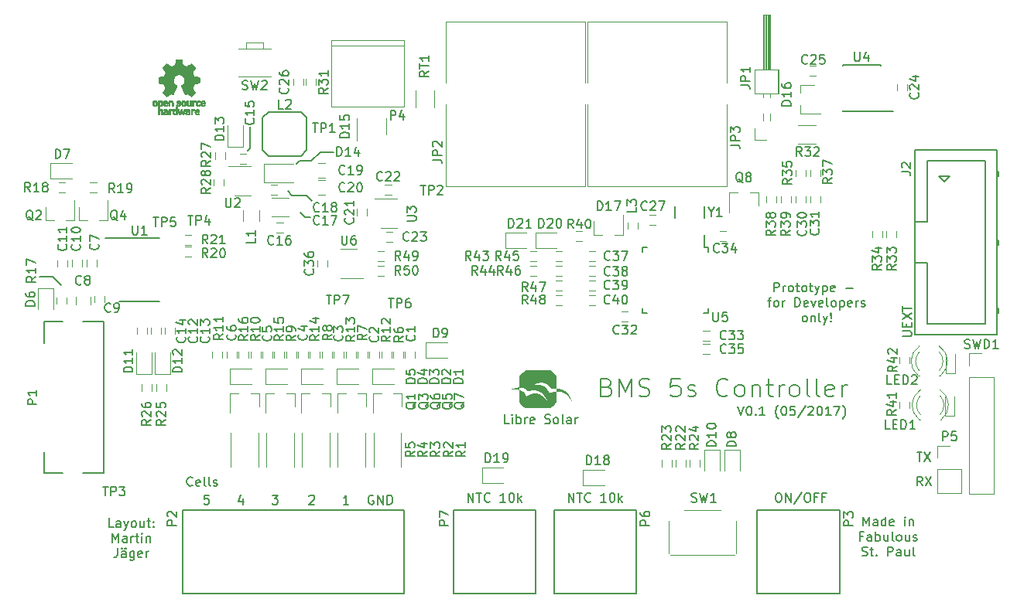
<source format=gto>
G04 #@! TF.GenerationSoftware,KiCad,Pcbnew,(2017-05-10 revision 747583606)-makepkg*
G04 #@! TF.CreationDate,2017-05-29T23:21:34+02:00*
G04 #@! TF.ProjectId,BMS-5s,424D532D35732E6B696361645F706362,rev?*
G04 #@! TF.FileFunction,Legend,Top*
G04 #@! TF.FilePolarity,Positive*
%FSLAX46Y46*%
G04 Gerber Fmt 4.6, Leading zero omitted, Abs format (unit mm)*
G04 Created by KiCad (PCBNEW (2017-05-10 revision 747583606)-makepkg) date 05/29/17 23:21:34*
%MOMM*%
%LPD*%
G01*
G04 APERTURE LIST*
%ADD10C,0.150000*%
%ADD11C,0.200000*%
%ADD12C,0.120000*%
%ADD13C,0.010000*%
G04 APERTURE END LIST*
D10*
X185061904Y-112552380D02*
X185061904Y-111552380D01*
X185395238Y-112266666D01*
X185728571Y-111552380D01*
X185728571Y-112552380D01*
X186633333Y-112552380D02*
X186633333Y-112028571D01*
X186585714Y-111933333D01*
X186490476Y-111885714D01*
X186300000Y-111885714D01*
X186204761Y-111933333D01*
X186633333Y-112504761D02*
X186538095Y-112552380D01*
X186300000Y-112552380D01*
X186204761Y-112504761D01*
X186157142Y-112409523D01*
X186157142Y-112314285D01*
X186204761Y-112219047D01*
X186300000Y-112171428D01*
X186538095Y-112171428D01*
X186633333Y-112123809D01*
X187538095Y-112552380D02*
X187538095Y-111552380D01*
X187538095Y-112504761D02*
X187442857Y-112552380D01*
X187252380Y-112552380D01*
X187157142Y-112504761D01*
X187109523Y-112457142D01*
X187061904Y-112361904D01*
X187061904Y-112076190D01*
X187109523Y-111980952D01*
X187157142Y-111933333D01*
X187252380Y-111885714D01*
X187442857Y-111885714D01*
X187538095Y-111933333D01*
X188395238Y-112504761D02*
X188300000Y-112552380D01*
X188109523Y-112552380D01*
X188014285Y-112504761D01*
X187966666Y-112409523D01*
X187966666Y-112028571D01*
X188014285Y-111933333D01*
X188109523Y-111885714D01*
X188300000Y-111885714D01*
X188395238Y-111933333D01*
X188442857Y-112028571D01*
X188442857Y-112123809D01*
X187966666Y-112219047D01*
X189633333Y-112552380D02*
X189633333Y-111885714D01*
X189633333Y-111552380D02*
X189585714Y-111600000D01*
X189633333Y-111647619D01*
X189680952Y-111600000D01*
X189633333Y-111552380D01*
X189633333Y-111647619D01*
X190109523Y-111885714D02*
X190109523Y-112552380D01*
X190109523Y-111980952D02*
X190157142Y-111933333D01*
X190252380Y-111885714D01*
X190395238Y-111885714D01*
X190490476Y-111933333D01*
X190538095Y-112028571D01*
X190538095Y-112552380D01*
X185014285Y-113678571D02*
X184680952Y-113678571D01*
X184680952Y-114202380D02*
X184680952Y-113202380D01*
X185157142Y-113202380D01*
X185966666Y-114202380D02*
X185966666Y-113678571D01*
X185919047Y-113583333D01*
X185823809Y-113535714D01*
X185633333Y-113535714D01*
X185538095Y-113583333D01*
X185966666Y-114154761D02*
X185871428Y-114202380D01*
X185633333Y-114202380D01*
X185538095Y-114154761D01*
X185490476Y-114059523D01*
X185490476Y-113964285D01*
X185538095Y-113869047D01*
X185633333Y-113821428D01*
X185871428Y-113821428D01*
X185966666Y-113773809D01*
X186442857Y-114202380D02*
X186442857Y-113202380D01*
X186442857Y-113583333D02*
X186538095Y-113535714D01*
X186728571Y-113535714D01*
X186823809Y-113583333D01*
X186871428Y-113630952D01*
X186919047Y-113726190D01*
X186919047Y-114011904D01*
X186871428Y-114107142D01*
X186823809Y-114154761D01*
X186728571Y-114202380D01*
X186538095Y-114202380D01*
X186442857Y-114154761D01*
X187776190Y-113535714D02*
X187776190Y-114202380D01*
X187347619Y-113535714D02*
X187347619Y-114059523D01*
X187395238Y-114154761D01*
X187490476Y-114202380D01*
X187633333Y-114202380D01*
X187728571Y-114154761D01*
X187776190Y-114107142D01*
X188395238Y-114202380D02*
X188300000Y-114154761D01*
X188252380Y-114059523D01*
X188252380Y-113202380D01*
X188919047Y-114202380D02*
X188823809Y-114154761D01*
X188776190Y-114107142D01*
X188728571Y-114011904D01*
X188728571Y-113726190D01*
X188776190Y-113630952D01*
X188823809Y-113583333D01*
X188919047Y-113535714D01*
X189061904Y-113535714D01*
X189157142Y-113583333D01*
X189204761Y-113630952D01*
X189252380Y-113726190D01*
X189252380Y-114011904D01*
X189204761Y-114107142D01*
X189157142Y-114154761D01*
X189061904Y-114202380D01*
X188919047Y-114202380D01*
X190109523Y-113535714D02*
X190109523Y-114202380D01*
X189680952Y-113535714D02*
X189680952Y-114059523D01*
X189728571Y-114154761D01*
X189823809Y-114202380D01*
X189966666Y-114202380D01*
X190061904Y-114154761D01*
X190109523Y-114107142D01*
X190538095Y-114154761D02*
X190633333Y-114202380D01*
X190823809Y-114202380D01*
X190919047Y-114154761D01*
X190966666Y-114059523D01*
X190966666Y-114011904D01*
X190919047Y-113916666D01*
X190823809Y-113869047D01*
X190680952Y-113869047D01*
X190585714Y-113821428D01*
X190538095Y-113726190D01*
X190538095Y-113678571D01*
X190585714Y-113583333D01*
X190680952Y-113535714D01*
X190823809Y-113535714D01*
X190919047Y-113583333D01*
X184942857Y-115804761D02*
X185085714Y-115852380D01*
X185323809Y-115852380D01*
X185419047Y-115804761D01*
X185466666Y-115757142D01*
X185514285Y-115661904D01*
X185514285Y-115566666D01*
X185466666Y-115471428D01*
X185419047Y-115423809D01*
X185323809Y-115376190D01*
X185133333Y-115328571D01*
X185038095Y-115280952D01*
X184990476Y-115233333D01*
X184942857Y-115138095D01*
X184942857Y-115042857D01*
X184990476Y-114947619D01*
X185038095Y-114900000D01*
X185133333Y-114852380D01*
X185371428Y-114852380D01*
X185514285Y-114900000D01*
X185800000Y-115185714D02*
X186180952Y-115185714D01*
X185942857Y-114852380D02*
X185942857Y-115709523D01*
X185990476Y-115804761D01*
X186085714Y-115852380D01*
X186180952Y-115852380D01*
X186514285Y-115757142D02*
X186561904Y-115804761D01*
X186514285Y-115852380D01*
X186466666Y-115804761D01*
X186514285Y-115757142D01*
X186514285Y-115852380D01*
X187752380Y-115852380D02*
X187752380Y-114852380D01*
X188133333Y-114852380D01*
X188228571Y-114900000D01*
X188276190Y-114947619D01*
X188323809Y-115042857D01*
X188323809Y-115185714D01*
X188276190Y-115280952D01*
X188228571Y-115328571D01*
X188133333Y-115376190D01*
X187752380Y-115376190D01*
X189180952Y-115852380D02*
X189180952Y-115328571D01*
X189133333Y-115233333D01*
X189038095Y-115185714D01*
X188847619Y-115185714D01*
X188752380Y-115233333D01*
X189180952Y-115804761D02*
X189085714Y-115852380D01*
X188847619Y-115852380D01*
X188752380Y-115804761D01*
X188704761Y-115709523D01*
X188704761Y-115614285D01*
X188752380Y-115519047D01*
X188847619Y-115471428D01*
X189085714Y-115471428D01*
X189180952Y-115423809D01*
X190085714Y-115185714D02*
X190085714Y-115852380D01*
X189657142Y-115185714D02*
X189657142Y-115709523D01*
X189704761Y-115804761D01*
X189800000Y-115852380D01*
X189942857Y-115852380D01*
X190038095Y-115804761D01*
X190085714Y-115757142D01*
X190704761Y-115852380D02*
X190609523Y-115804761D01*
X190561904Y-115709523D01*
X190561904Y-114852380D01*
X189352380Y-91795238D02*
X190161904Y-91795238D01*
X190257142Y-91747619D01*
X190304761Y-91700000D01*
X190352380Y-91604761D01*
X190352380Y-91414285D01*
X190304761Y-91319047D01*
X190257142Y-91271428D01*
X190161904Y-91223809D01*
X189352380Y-91223809D01*
X189828571Y-90747619D02*
X189828571Y-90414285D01*
X190352380Y-90271428D02*
X190352380Y-90747619D01*
X189352380Y-90747619D01*
X189352380Y-90271428D01*
X189352380Y-89938095D02*
X190352380Y-89271428D01*
X189352380Y-89271428D02*
X190352380Y-89938095D01*
X189352380Y-89033333D02*
X189352380Y-88461904D01*
X190352380Y-88747619D02*
X189352380Y-88747619D01*
X190938095Y-104452380D02*
X191509523Y-104452380D01*
X191223809Y-105452380D02*
X191223809Y-104452380D01*
X191747619Y-104452380D02*
X192414285Y-105452380D01*
X192414285Y-104452380D02*
X191747619Y-105452380D01*
X191533333Y-108152380D02*
X191200000Y-107676190D01*
X190961904Y-108152380D02*
X190961904Y-107152380D01*
X191342857Y-107152380D01*
X191438095Y-107200000D01*
X191485714Y-107247619D01*
X191533333Y-107342857D01*
X191533333Y-107485714D01*
X191485714Y-107580952D01*
X191438095Y-107628571D01*
X191342857Y-107676190D01*
X190961904Y-107676190D01*
X191866666Y-107152380D02*
X192533333Y-108152380D01*
X192533333Y-107152380D02*
X191866666Y-108152380D01*
X175309523Y-86902380D02*
X175309523Y-85902380D01*
X175690476Y-85902380D01*
X175785714Y-85950000D01*
X175833333Y-85997619D01*
X175880952Y-86092857D01*
X175880952Y-86235714D01*
X175833333Y-86330952D01*
X175785714Y-86378571D01*
X175690476Y-86426190D01*
X175309523Y-86426190D01*
X176309523Y-86902380D02*
X176309523Y-86235714D01*
X176309523Y-86426190D02*
X176357142Y-86330952D01*
X176404761Y-86283333D01*
X176500000Y-86235714D01*
X176595238Y-86235714D01*
X177071428Y-86902380D02*
X176976190Y-86854761D01*
X176928571Y-86807142D01*
X176880952Y-86711904D01*
X176880952Y-86426190D01*
X176928571Y-86330952D01*
X176976190Y-86283333D01*
X177071428Y-86235714D01*
X177214285Y-86235714D01*
X177309523Y-86283333D01*
X177357142Y-86330952D01*
X177404761Y-86426190D01*
X177404761Y-86711904D01*
X177357142Y-86807142D01*
X177309523Y-86854761D01*
X177214285Y-86902380D01*
X177071428Y-86902380D01*
X177690476Y-86235714D02*
X178071428Y-86235714D01*
X177833333Y-85902380D02*
X177833333Y-86759523D01*
X177880952Y-86854761D01*
X177976190Y-86902380D01*
X178071428Y-86902380D01*
X178547619Y-86902380D02*
X178452380Y-86854761D01*
X178404761Y-86807142D01*
X178357142Y-86711904D01*
X178357142Y-86426190D01*
X178404761Y-86330952D01*
X178452380Y-86283333D01*
X178547619Y-86235714D01*
X178690476Y-86235714D01*
X178785714Y-86283333D01*
X178833333Y-86330952D01*
X178880952Y-86426190D01*
X178880952Y-86711904D01*
X178833333Y-86807142D01*
X178785714Y-86854761D01*
X178690476Y-86902380D01*
X178547619Y-86902380D01*
X179166666Y-86235714D02*
X179547619Y-86235714D01*
X179309523Y-85902380D02*
X179309523Y-86759523D01*
X179357142Y-86854761D01*
X179452380Y-86902380D01*
X179547619Y-86902380D01*
X179785714Y-86235714D02*
X180023809Y-86902380D01*
X180261904Y-86235714D02*
X180023809Y-86902380D01*
X179928571Y-87140476D01*
X179880952Y-87188095D01*
X179785714Y-87235714D01*
X180642857Y-86235714D02*
X180642857Y-87235714D01*
X180642857Y-86283333D02*
X180738095Y-86235714D01*
X180928571Y-86235714D01*
X181023809Y-86283333D01*
X181071428Y-86330952D01*
X181119047Y-86426190D01*
X181119047Y-86711904D01*
X181071428Y-86807142D01*
X181023809Y-86854761D01*
X180928571Y-86902380D01*
X180738095Y-86902380D01*
X180642857Y-86854761D01*
X181928571Y-86854761D02*
X181833333Y-86902380D01*
X181642857Y-86902380D01*
X181547619Y-86854761D01*
X181500000Y-86759523D01*
X181500000Y-86378571D01*
X181547619Y-86283333D01*
X181642857Y-86235714D01*
X181833333Y-86235714D01*
X181928571Y-86283333D01*
X181976190Y-86378571D01*
X181976190Y-86473809D01*
X181500000Y-86569047D01*
X183166666Y-86521428D02*
X183928571Y-86521428D01*
X174619047Y-87885714D02*
X175000000Y-87885714D01*
X174761904Y-88552380D02*
X174761904Y-87695238D01*
X174809523Y-87600000D01*
X174904761Y-87552380D01*
X175000000Y-87552380D01*
X175476190Y-88552380D02*
X175380952Y-88504761D01*
X175333333Y-88457142D01*
X175285714Y-88361904D01*
X175285714Y-88076190D01*
X175333333Y-87980952D01*
X175380952Y-87933333D01*
X175476190Y-87885714D01*
X175619047Y-87885714D01*
X175714285Y-87933333D01*
X175761904Y-87980952D01*
X175809523Y-88076190D01*
X175809523Y-88361904D01*
X175761904Y-88457142D01*
X175714285Y-88504761D01*
X175619047Y-88552380D01*
X175476190Y-88552380D01*
X176238095Y-88552380D02*
X176238095Y-87885714D01*
X176238095Y-88076190D02*
X176285714Y-87980952D01*
X176333333Y-87933333D01*
X176428571Y-87885714D01*
X176523809Y-87885714D01*
X177619047Y-88552380D02*
X177619047Y-87552380D01*
X177857142Y-87552380D01*
X178000000Y-87600000D01*
X178095238Y-87695238D01*
X178142857Y-87790476D01*
X178190476Y-87980952D01*
X178190476Y-88123809D01*
X178142857Y-88314285D01*
X178095238Y-88409523D01*
X178000000Y-88504761D01*
X177857142Y-88552380D01*
X177619047Y-88552380D01*
X179000000Y-88504761D02*
X178904761Y-88552380D01*
X178714285Y-88552380D01*
X178619047Y-88504761D01*
X178571428Y-88409523D01*
X178571428Y-88028571D01*
X178619047Y-87933333D01*
X178714285Y-87885714D01*
X178904761Y-87885714D01*
X179000000Y-87933333D01*
X179047619Y-88028571D01*
X179047619Y-88123809D01*
X178571428Y-88219047D01*
X179380952Y-87885714D02*
X179619047Y-88552380D01*
X179857142Y-87885714D01*
X180619047Y-88504761D02*
X180523809Y-88552380D01*
X180333333Y-88552380D01*
X180238095Y-88504761D01*
X180190476Y-88409523D01*
X180190476Y-88028571D01*
X180238095Y-87933333D01*
X180333333Y-87885714D01*
X180523809Y-87885714D01*
X180619047Y-87933333D01*
X180666666Y-88028571D01*
X180666666Y-88123809D01*
X180190476Y-88219047D01*
X181238095Y-88552380D02*
X181142857Y-88504761D01*
X181095238Y-88409523D01*
X181095238Y-87552380D01*
X181761904Y-88552380D02*
X181666666Y-88504761D01*
X181619047Y-88457142D01*
X181571428Y-88361904D01*
X181571428Y-88076190D01*
X181619047Y-87980952D01*
X181666666Y-87933333D01*
X181761904Y-87885714D01*
X181904761Y-87885714D01*
X182000000Y-87933333D01*
X182047619Y-87980952D01*
X182095238Y-88076190D01*
X182095238Y-88361904D01*
X182047619Y-88457142D01*
X182000000Y-88504761D01*
X181904761Y-88552380D01*
X181761904Y-88552380D01*
X182523809Y-87885714D02*
X182523809Y-88885714D01*
X182523809Y-87933333D02*
X182619047Y-87885714D01*
X182809523Y-87885714D01*
X182904761Y-87933333D01*
X182952380Y-87980952D01*
X183000000Y-88076190D01*
X183000000Y-88361904D01*
X182952380Y-88457142D01*
X182904761Y-88504761D01*
X182809523Y-88552380D01*
X182619047Y-88552380D01*
X182523809Y-88504761D01*
X183809523Y-88504761D02*
X183714285Y-88552380D01*
X183523809Y-88552380D01*
X183428571Y-88504761D01*
X183380952Y-88409523D01*
X183380952Y-88028571D01*
X183428571Y-87933333D01*
X183523809Y-87885714D01*
X183714285Y-87885714D01*
X183809523Y-87933333D01*
X183857142Y-88028571D01*
X183857142Y-88123809D01*
X183380952Y-88219047D01*
X184285714Y-88552380D02*
X184285714Y-87885714D01*
X184285714Y-88076190D02*
X184333333Y-87980952D01*
X184380952Y-87933333D01*
X184476190Y-87885714D01*
X184571428Y-87885714D01*
X184857142Y-88504761D02*
X184952380Y-88552380D01*
X185142857Y-88552380D01*
X185238095Y-88504761D01*
X185285714Y-88409523D01*
X185285714Y-88361904D01*
X185238095Y-88266666D01*
X185142857Y-88219047D01*
X185000000Y-88219047D01*
X184904761Y-88171428D01*
X184857142Y-88076190D01*
X184857142Y-88028571D01*
X184904761Y-87933333D01*
X185000000Y-87885714D01*
X185142857Y-87885714D01*
X185238095Y-87933333D01*
X178595238Y-90202380D02*
X178500000Y-90154761D01*
X178452380Y-90107142D01*
X178404761Y-90011904D01*
X178404761Y-89726190D01*
X178452380Y-89630952D01*
X178500000Y-89583333D01*
X178595238Y-89535714D01*
X178738095Y-89535714D01*
X178833333Y-89583333D01*
X178880952Y-89630952D01*
X178928571Y-89726190D01*
X178928571Y-90011904D01*
X178880952Y-90107142D01*
X178833333Y-90154761D01*
X178738095Y-90202380D01*
X178595238Y-90202380D01*
X179357142Y-89535714D02*
X179357142Y-90202380D01*
X179357142Y-89630952D02*
X179404761Y-89583333D01*
X179500000Y-89535714D01*
X179642857Y-89535714D01*
X179738095Y-89583333D01*
X179785714Y-89678571D01*
X179785714Y-90202380D01*
X180404761Y-90202380D02*
X180309523Y-90154761D01*
X180261904Y-90059523D01*
X180261904Y-89202380D01*
X180690476Y-89535714D02*
X180928571Y-90202380D01*
X181166666Y-89535714D02*
X180928571Y-90202380D01*
X180833333Y-90440476D01*
X180785714Y-90488095D01*
X180690476Y-90535714D01*
X181547619Y-90107142D02*
X181595238Y-90154761D01*
X181547619Y-90202380D01*
X181500000Y-90154761D01*
X181547619Y-90107142D01*
X181547619Y-90202380D01*
X181547619Y-89821428D02*
X181500000Y-89250000D01*
X181547619Y-89202380D01*
X181595238Y-89250000D01*
X181547619Y-89821428D01*
X181547619Y-89202380D01*
X171347619Y-99452380D02*
X171680952Y-100452380D01*
X172014285Y-99452380D01*
X172538095Y-99452380D02*
X172633333Y-99452380D01*
X172728571Y-99500000D01*
X172776190Y-99547619D01*
X172823809Y-99642857D01*
X172871428Y-99833333D01*
X172871428Y-100071428D01*
X172823809Y-100261904D01*
X172776190Y-100357142D01*
X172728571Y-100404761D01*
X172633333Y-100452380D01*
X172538095Y-100452380D01*
X172442857Y-100404761D01*
X172395238Y-100357142D01*
X172347619Y-100261904D01*
X172300000Y-100071428D01*
X172300000Y-99833333D01*
X172347619Y-99642857D01*
X172395238Y-99547619D01*
X172442857Y-99500000D01*
X172538095Y-99452380D01*
X173300000Y-100357142D02*
X173347619Y-100404761D01*
X173300000Y-100452380D01*
X173252380Y-100404761D01*
X173300000Y-100357142D01*
X173300000Y-100452380D01*
X174300000Y-100452380D02*
X173728571Y-100452380D01*
X174014285Y-100452380D02*
X174014285Y-99452380D01*
X173919047Y-99595238D01*
X173823809Y-99690476D01*
X173728571Y-99738095D01*
X175776190Y-100833333D02*
X175728571Y-100785714D01*
X175633333Y-100642857D01*
X175585714Y-100547619D01*
X175538095Y-100404761D01*
X175490476Y-100166666D01*
X175490476Y-99976190D01*
X175538095Y-99738095D01*
X175585714Y-99595238D01*
X175633333Y-99500000D01*
X175728571Y-99357142D01*
X175776190Y-99309523D01*
X176347619Y-99452380D02*
X176442857Y-99452380D01*
X176538095Y-99500000D01*
X176585714Y-99547619D01*
X176633333Y-99642857D01*
X176680952Y-99833333D01*
X176680952Y-100071428D01*
X176633333Y-100261904D01*
X176585714Y-100357142D01*
X176538095Y-100404761D01*
X176442857Y-100452380D01*
X176347619Y-100452380D01*
X176252380Y-100404761D01*
X176204761Y-100357142D01*
X176157142Y-100261904D01*
X176109523Y-100071428D01*
X176109523Y-99833333D01*
X176157142Y-99642857D01*
X176204761Y-99547619D01*
X176252380Y-99500000D01*
X176347619Y-99452380D01*
X177585714Y-99452380D02*
X177109523Y-99452380D01*
X177061904Y-99928571D01*
X177109523Y-99880952D01*
X177204761Y-99833333D01*
X177442857Y-99833333D01*
X177538095Y-99880952D01*
X177585714Y-99928571D01*
X177633333Y-100023809D01*
X177633333Y-100261904D01*
X177585714Y-100357142D01*
X177538095Y-100404761D01*
X177442857Y-100452380D01*
X177204761Y-100452380D01*
X177109523Y-100404761D01*
X177061904Y-100357142D01*
X178776190Y-99404761D02*
X177919047Y-100690476D01*
X179061904Y-99547619D02*
X179109523Y-99500000D01*
X179204761Y-99452380D01*
X179442857Y-99452380D01*
X179538095Y-99500000D01*
X179585714Y-99547619D01*
X179633333Y-99642857D01*
X179633333Y-99738095D01*
X179585714Y-99880952D01*
X179014285Y-100452380D01*
X179633333Y-100452380D01*
X180252380Y-99452380D02*
X180347619Y-99452380D01*
X180442857Y-99500000D01*
X180490476Y-99547619D01*
X180538095Y-99642857D01*
X180585714Y-99833333D01*
X180585714Y-100071428D01*
X180538095Y-100261904D01*
X180490476Y-100357142D01*
X180442857Y-100404761D01*
X180347619Y-100452380D01*
X180252380Y-100452380D01*
X180157142Y-100404761D01*
X180109523Y-100357142D01*
X180061904Y-100261904D01*
X180014285Y-100071428D01*
X180014285Y-99833333D01*
X180061904Y-99642857D01*
X180109523Y-99547619D01*
X180157142Y-99500000D01*
X180252380Y-99452380D01*
X181538095Y-100452380D02*
X180966666Y-100452380D01*
X181252380Y-100452380D02*
X181252380Y-99452380D01*
X181157142Y-99595238D01*
X181061904Y-99690476D01*
X180966666Y-99738095D01*
X181871428Y-99452380D02*
X182538095Y-99452380D01*
X182109523Y-100452380D01*
X182823809Y-100833333D02*
X182871428Y-100785714D01*
X182966666Y-100642857D01*
X183014285Y-100547619D01*
X183061904Y-100404761D01*
X183109523Y-100166666D01*
X183109523Y-99976190D01*
X183061904Y-99738095D01*
X183014285Y-99595238D01*
X182966666Y-99500000D01*
X182871428Y-99357142D01*
X182823809Y-99309523D01*
X103047619Y-112702380D02*
X102571428Y-112702380D01*
X102571428Y-111702380D01*
X103809523Y-112702380D02*
X103809523Y-112178571D01*
X103761904Y-112083333D01*
X103666666Y-112035714D01*
X103476190Y-112035714D01*
X103380952Y-112083333D01*
X103809523Y-112654761D02*
X103714285Y-112702380D01*
X103476190Y-112702380D01*
X103380952Y-112654761D01*
X103333333Y-112559523D01*
X103333333Y-112464285D01*
X103380952Y-112369047D01*
X103476190Y-112321428D01*
X103714285Y-112321428D01*
X103809523Y-112273809D01*
X104190476Y-112035714D02*
X104428571Y-112702380D01*
X104666666Y-112035714D02*
X104428571Y-112702380D01*
X104333333Y-112940476D01*
X104285714Y-112988095D01*
X104190476Y-113035714D01*
X105190476Y-112702380D02*
X105095238Y-112654761D01*
X105047619Y-112607142D01*
X105000000Y-112511904D01*
X105000000Y-112226190D01*
X105047619Y-112130952D01*
X105095238Y-112083333D01*
X105190476Y-112035714D01*
X105333333Y-112035714D01*
X105428571Y-112083333D01*
X105476190Y-112130952D01*
X105523809Y-112226190D01*
X105523809Y-112511904D01*
X105476190Y-112607142D01*
X105428571Y-112654761D01*
X105333333Y-112702380D01*
X105190476Y-112702380D01*
X106380952Y-112035714D02*
X106380952Y-112702380D01*
X105952380Y-112035714D02*
X105952380Y-112559523D01*
X106000000Y-112654761D01*
X106095238Y-112702380D01*
X106238095Y-112702380D01*
X106333333Y-112654761D01*
X106380952Y-112607142D01*
X106714285Y-112035714D02*
X107095238Y-112035714D01*
X106857142Y-111702380D02*
X106857142Y-112559523D01*
X106904761Y-112654761D01*
X107000000Y-112702380D01*
X107095238Y-112702380D01*
X107428571Y-112607142D02*
X107476190Y-112654761D01*
X107428571Y-112702380D01*
X107380952Y-112654761D01*
X107428571Y-112607142D01*
X107428571Y-112702380D01*
X107428571Y-112083333D02*
X107476190Y-112130952D01*
X107428571Y-112178571D01*
X107380952Y-112130952D01*
X107428571Y-112083333D01*
X107428571Y-112178571D01*
X102928571Y-114352380D02*
X102928571Y-113352380D01*
X103261904Y-114066666D01*
X103595238Y-113352380D01*
X103595238Y-114352380D01*
X104500000Y-114352380D02*
X104500000Y-113828571D01*
X104452380Y-113733333D01*
X104357142Y-113685714D01*
X104166666Y-113685714D01*
X104071428Y-113733333D01*
X104500000Y-114304761D02*
X104404761Y-114352380D01*
X104166666Y-114352380D01*
X104071428Y-114304761D01*
X104023809Y-114209523D01*
X104023809Y-114114285D01*
X104071428Y-114019047D01*
X104166666Y-113971428D01*
X104404761Y-113971428D01*
X104500000Y-113923809D01*
X104976190Y-114352380D02*
X104976190Y-113685714D01*
X104976190Y-113876190D02*
X105023809Y-113780952D01*
X105071428Y-113733333D01*
X105166666Y-113685714D01*
X105261904Y-113685714D01*
X105452380Y-113685714D02*
X105833333Y-113685714D01*
X105595238Y-113352380D02*
X105595238Y-114209523D01*
X105642857Y-114304761D01*
X105738095Y-114352380D01*
X105833333Y-114352380D01*
X106166666Y-114352380D02*
X106166666Y-113685714D01*
X106166666Y-113352380D02*
X106119047Y-113400000D01*
X106166666Y-113447619D01*
X106214285Y-113400000D01*
X106166666Y-113352380D01*
X106166666Y-113447619D01*
X106642857Y-113685714D02*
X106642857Y-114352380D01*
X106642857Y-113780952D02*
X106690476Y-113733333D01*
X106785714Y-113685714D01*
X106928571Y-113685714D01*
X107023809Y-113733333D01*
X107071428Y-113828571D01*
X107071428Y-114352380D01*
X103500000Y-115002380D02*
X103500000Y-115716666D01*
X103452380Y-115859523D01*
X103357142Y-115954761D01*
X103214285Y-116002380D01*
X103119047Y-116002380D01*
X104404761Y-116002380D02*
X104404761Y-115478571D01*
X104357142Y-115383333D01*
X104261904Y-115335714D01*
X104071428Y-115335714D01*
X103976190Y-115383333D01*
X104404761Y-115954761D02*
X104309523Y-116002380D01*
X104071428Y-116002380D01*
X103976190Y-115954761D01*
X103928571Y-115859523D01*
X103928571Y-115764285D01*
X103976190Y-115669047D01*
X104071428Y-115621428D01*
X104309523Y-115621428D01*
X104404761Y-115573809D01*
X103976190Y-115002380D02*
X104023809Y-115050000D01*
X103976190Y-115097619D01*
X103928571Y-115050000D01*
X103976190Y-115002380D01*
X103976190Y-115097619D01*
X104357142Y-115002380D02*
X104404761Y-115050000D01*
X104357142Y-115097619D01*
X104309523Y-115050000D01*
X104357142Y-115002380D01*
X104357142Y-115097619D01*
X105309523Y-115335714D02*
X105309523Y-116145238D01*
X105261904Y-116240476D01*
X105214285Y-116288095D01*
X105119047Y-116335714D01*
X104976190Y-116335714D01*
X104880952Y-116288095D01*
X105309523Y-115954761D02*
X105214285Y-116002380D01*
X105023809Y-116002380D01*
X104928571Y-115954761D01*
X104880952Y-115907142D01*
X104833333Y-115811904D01*
X104833333Y-115526190D01*
X104880952Y-115430952D01*
X104928571Y-115383333D01*
X105023809Y-115335714D01*
X105214285Y-115335714D01*
X105309523Y-115383333D01*
X106166666Y-115954761D02*
X106071428Y-116002380D01*
X105880952Y-116002380D01*
X105785714Y-115954761D01*
X105738095Y-115859523D01*
X105738095Y-115478571D01*
X105785714Y-115383333D01*
X105880952Y-115335714D01*
X106071428Y-115335714D01*
X106166666Y-115383333D01*
X106214285Y-115478571D01*
X106214285Y-115573809D01*
X105738095Y-115669047D01*
X106642857Y-116002380D02*
X106642857Y-115335714D01*
X106642857Y-115526190D02*
X106690476Y-115430952D01*
X106738095Y-115383333D01*
X106833333Y-115335714D01*
X106928571Y-115335714D01*
D11*
X157033333Y-97357142D02*
X157319047Y-97452380D01*
X157414285Y-97547619D01*
X157509523Y-97738095D01*
X157509523Y-98023809D01*
X157414285Y-98214285D01*
X157319047Y-98309523D01*
X157128571Y-98404761D01*
X156366666Y-98404761D01*
X156366666Y-96404761D01*
X157033333Y-96404761D01*
X157223809Y-96500000D01*
X157319047Y-96595238D01*
X157414285Y-96785714D01*
X157414285Y-96976190D01*
X157319047Y-97166666D01*
X157223809Y-97261904D01*
X157033333Y-97357142D01*
X156366666Y-97357142D01*
X158366666Y-98404761D02*
X158366666Y-96404761D01*
X159033333Y-97833333D01*
X159700000Y-96404761D01*
X159700000Y-98404761D01*
X160557142Y-98309523D02*
X160842857Y-98404761D01*
X161319047Y-98404761D01*
X161509523Y-98309523D01*
X161604761Y-98214285D01*
X161700000Y-98023809D01*
X161700000Y-97833333D01*
X161604761Y-97642857D01*
X161509523Y-97547619D01*
X161319047Y-97452380D01*
X160938095Y-97357142D01*
X160747619Y-97261904D01*
X160652380Y-97166666D01*
X160557142Y-96976190D01*
X160557142Y-96785714D01*
X160652380Y-96595238D01*
X160747619Y-96500000D01*
X160938095Y-96404761D01*
X161414285Y-96404761D01*
X161700000Y-96500000D01*
X165033333Y-96404761D02*
X164080952Y-96404761D01*
X163985714Y-97357142D01*
X164080952Y-97261904D01*
X164271428Y-97166666D01*
X164747619Y-97166666D01*
X164938095Y-97261904D01*
X165033333Y-97357142D01*
X165128571Y-97547619D01*
X165128571Y-98023809D01*
X165033333Y-98214285D01*
X164938095Y-98309523D01*
X164747619Y-98404761D01*
X164271428Y-98404761D01*
X164080952Y-98309523D01*
X163985714Y-98214285D01*
X165890476Y-98309523D02*
X166080952Y-98404761D01*
X166461904Y-98404761D01*
X166652380Y-98309523D01*
X166747619Y-98119047D01*
X166747619Y-98023809D01*
X166652380Y-97833333D01*
X166461904Y-97738095D01*
X166176190Y-97738095D01*
X165985714Y-97642857D01*
X165890476Y-97452380D01*
X165890476Y-97357142D01*
X165985714Y-97166666D01*
X166176190Y-97071428D01*
X166461904Y-97071428D01*
X166652380Y-97166666D01*
X170271428Y-98214285D02*
X170176190Y-98309523D01*
X169890476Y-98404761D01*
X169700000Y-98404761D01*
X169414285Y-98309523D01*
X169223809Y-98119047D01*
X169128571Y-97928571D01*
X169033333Y-97547619D01*
X169033333Y-97261904D01*
X169128571Y-96880952D01*
X169223809Y-96690476D01*
X169414285Y-96500000D01*
X169700000Y-96404761D01*
X169890476Y-96404761D01*
X170176190Y-96500000D01*
X170271428Y-96595238D01*
X171414285Y-98404761D02*
X171223809Y-98309523D01*
X171128571Y-98214285D01*
X171033333Y-98023809D01*
X171033333Y-97452380D01*
X171128571Y-97261904D01*
X171223809Y-97166666D01*
X171414285Y-97071428D01*
X171700000Y-97071428D01*
X171890476Y-97166666D01*
X171985714Y-97261904D01*
X172080952Y-97452380D01*
X172080952Y-98023809D01*
X171985714Y-98214285D01*
X171890476Y-98309523D01*
X171700000Y-98404761D01*
X171414285Y-98404761D01*
X172938095Y-97071428D02*
X172938095Y-98404761D01*
X172938095Y-97261904D02*
X173033333Y-97166666D01*
X173223809Y-97071428D01*
X173509523Y-97071428D01*
X173700000Y-97166666D01*
X173795238Y-97357142D01*
X173795238Y-98404761D01*
X174461904Y-97071428D02*
X175223809Y-97071428D01*
X174747619Y-96404761D02*
X174747619Y-98119047D01*
X174842857Y-98309523D01*
X175033333Y-98404761D01*
X175223809Y-98404761D01*
X175890476Y-98404761D02*
X175890476Y-97071428D01*
X175890476Y-97452380D02*
X175985714Y-97261904D01*
X176080952Y-97166666D01*
X176271428Y-97071428D01*
X176461904Y-97071428D01*
X177414285Y-98404761D02*
X177223809Y-98309523D01*
X177128571Y-98214285D01*
X177033333Y-98023809D01*
X177033333Y-97452380D01*
X177128571Y-97261904D01*
X177223809Y-97166666D01*
X177414285Y-97071428D01*
X177700000Y-97071428D01*
X177890476Y-97166666D01*
X177985714Y-97261904D01*
X178080952Y-97452380D01*
X178080952Y-98023809D01*
X177985714Y-98214285D01*
X177890476Y-98309523D01*
X177700000Y-98404761D01*
X177414285Y-98404761D01*
X179223809Y-98404761D02*
X179033333Y-98309523D01*
X178938095Y-98119047D01*
X178938095Y-96404761D01*
X180271428Y-98404761D02*
X180080952Y-98309523D01*
X179985714Y-98119047D01*
X179985714Y-96404761D01*
X181795238Y-98309523D02*
X181604761Y-98404761D01*
X181223809Y-98404761D01*
X181033333Y-98309523D01*
X180938095Y-98119047D01*
X180938095Y-97357142D01*
X181033333Y-97166666D01*
X181223809Y-97071428D01*
X181604761Y-97071428D01*
X181795238Y-97166666D01*
X181890476Y-97357142D01*
X181890476Y-97547619D01*
X180938095Y-97738095D01*
X182747619Y-98404761D02*
X182747619Y-97071428D01*
X182747619Y-97452380D02*
X182842857Y-97261904D01*
X182938095Y-97166666D01*
X183128571Y-97071428D01*
X183319047Y-97071428D01*
X123400000Y-72600000D02*
X123100000Y-72900000D01*
X124700000Y-72600000D02*
X123400000Y-72600000D01*
X125700000Y-71600000D02*
X124700000Y-72600000D01*
X127100000Y-71600000D02*
X125700000Y-71600000D01*
X96400000Y-85300000D02*
X97300000Y-86200000D01*
X95000000Y-85300000D02*
X96400000Y-85300000D01*
X117700000Y-71500000D02*
X117700000Y-71500000D01*
X118000000Y-71200000D02*
X117700000Y-71500000D01*
X118000000Y-68800000D02*
X118000000Y-71200000D01*
X124000000Y-78700000D02*
X123500000Y-78200000D01*
X124600000Y-78700000D02*
X124000000Y-78700000D01*
X122600000Y-76400000D02*
X122100000Y-75900000D01*
X124200000Y-76400000D02*
X122600000Y-76400000D01*
X124800000Y-77000000D02*
X124200000Y-76400000D01*
D10*
X124464285Y-109297619D02*
X124511904Y-109250000D01*
X124607142Y-109202380D01*
X124845238Y-109202380D01*
X124940476Y-109250000D01*
X124988095Y-109297619D01*
X125035714Y-109392857D01*
X125035714Y-109488095D01*
X124988095Y-109630952D01*
X124416666Y-110202380D01*
X125035714Y-110202380D01*
X120416666Y-109202380D02*
X121035714Y-109202380D01*
X120702380Y-109583333D01*
X120845238Y-109583333D01*
X120940476Y-109630952D01*
X120988095Y-109678571D01*
X121035714Y-109773809D01*
X121035714Y-110011904D01*
X120988095Y-110107142D01*
X120940476Y-110154761D01*
X120845238Y-110202380D01*
X120559523Y-110202380D01*
X120464285Y-110154761D01*
X120416666Y-110107142D01*
X117190476Y-109535714D02*
X117190476Y-110202380D01*
X116952380Y-109154761D02*
X116714285Y-109869047D01*
X117333333Y-109869047D01*
X113488095Y-109202380D02*
X113011904Y-109202380D01*
X112964285Y-109678571D01*
X113011904Y-109630952D01*
X113107142Y-109583333D01*
X113345238Y-109583333D01*
X113440476Y-109630952D01*
X113488095Y-109678571D01*
X113535714Y-109773809D01*
X113535714Y-110011904D01*
X113488095Y-110107142D01*
X113440476Y-110154761D01*
X113345238Y-110202380D01*
X113107142Y-110202380D01*
X113011904Y-110154761D01*
X112964285Y-110107142D01*
X128785714Y-110202380D02*
X128214285Y-110202380D01*
X128500000Y-110202380D02*
X128500000Y-109202380D01*
X128404761Y-109345238D01*
X128309523Y-109440476D01*
X128214285Y-109488095D01*
X131488095Y-109250000D02*
X131392857Y-109202380D01*
X131250000Y-109202380D01*
X131107142Y-109250000D01*
X131011904Y-109345238D01*
X130964285Y-109440476D01*
X130916666Y-109630952D01*
X130916666Y-109773809D01*
X130964285Y-109964285D01*
X131011904Y-110059523D01*
X131107142Y-110154761D01*
X131250000Y-110202380D01*
X131345238Y-110202380D01*
X131488095Y-110154761D01*
X131535714Y-110107142D01*
X131535714Y-109773809D01*
X131345238Y-109773809D01*
X131964285Y-110202380D02*
X131964285Y-109202380D01*
X132535714Y-110202380D01*
X132535714Y-109202380D01*
X133011904Y-110202380D02*
X133011904Y-109202380D01*
X133250000Y-109202380D01*
X133392857Y-109250000D01*
X133488095Y-109345238D01*
X133535714Y-109440476D01*
X133583333Y-109630952D01*
X133583333Y-109773809D01*
X133535714Y-109964285D01*
X133488095Y-110059523D01*
X133392857Y-110154761D01*
X133250000Y-110202380D01*
X133011904Y-110202380D01*
X111702380Y-108107142D02*
X111654761Y-108154761D01*
X111511904Y-108202380D01*
X111416666Y-108202380D01*
X111273809Y-108154761D01*
X111178571Y-108059523D01*
X111130952Y-107964285D01*
X111083333Y-107773809D01*
X111083333Y-107630952D01*
X111130952Y-107440476D01*
X111178571Y-107345238D01*
X111273809Y-107250000D01*
X111416666Y-107202380D01*
X111511904Y-107202380D01*
X111654761Y-107250000D01*
X111702380Y-107297619D01*
X112511904Y-108154761D02*
X112416666Y-108202380D01*
X112226190Y-108202380D01*
X112130952Y-108154761D01*
X112083333Y-108059523D01*
X112083333Y-107678571D01*
X112130952Y-107583333D01*
X112226190Y-107535714D01*
X112416666Y-107535714D01*
X112511904Y-107583333D01*
X112559523Y-107678571D01*
X112559523Y-107773809D01*
X112083333Y-107869047D01*
X113130952Y-108202380D02*
X113035714Y-108154761D01*
X112988095Y-108059523D01*
X112988095Y-107202380D01*
X113654761Y-108202380D02*
X113559523Y-108154761D01*
X113511904Y-108059523D01*
X113511904Y-107202380D01*
X113988095Y-108154761D02*
X114083333Y-108202380D01*
X114273809Y-108202380D01*
X114369047Y-108154761D01*
X114416666Y-108059523D01*
X114416666Y-108011904D01*
X114369047Y-107916666D01*
X114273809Y-107869047D01*
X114130952Y-107869047D01*
X114035714Y-107821428D01*
X113988095Y-107726190D01*
X113988095Y-107678571D01*
X114035714Y-107583333D01*
X114130952Y-107535714D01*
X114273809Y-107535714D01*
X114369047Y-107583333D01*
X175726190Y-108952380D02*
X175916666Y-108952380D01*
X176011904Y-109000000D01*
X176107142Y-109095238D01*
X176154761Y-109285714D01*
X176154761Y-109619047D01*
X176107142Y-109809523D01*
X176011904Y-109904761D01*
X175916666Y-109952380D01*
X175726190Y-109952380D01*
X175630952Y-109904761D01*
X175535714Y-109809523D01*
X175488095Y-109619047D01*
X175488095Y-109285714D01*
X175535714Y-109095238D01*
X175630952Y-109000000D01*
X175726190Y-108952380D01*
X176583333Y-109952380D02*
X176583333Y-108952380D01*
X177154761Y-109952380D01*
X177154761Y-108952380D01*
X178345238Y-108904761D02*
X177488095Y-110190476D01*
X178869047Y-108952380D02*
X179059523Y-108952380D01*
X179154761Y-109000000D01*
X179250000Y-109095238D01*
X179297619Y-109285714D01*
X179297619Y-109619047D01*
X179250000Y-109809523D01*
X179154761Y-109904761D01*
X179059523Y-109952380D01*
X178869047Y-109952380D01*
X178773809Y-109904761D01*
X178678571Y-109809523D01*
X178630952Y-109619047D01*
X178630952Y-109285714D01*
X178678571Y-109095238D01*
X178773809Y-109000000D01*
X178869047Y-108952380D01*
X180059523Y-109428571D02*
X179726190Y-109428571D01*
X179726190Y-109952380D02*
X179726190Y-108952380D01*
X180202380Y-108952380D01*
X180916666Y-109428571D02*
X180583333Y-109428571D01*
X180583333Y-109952380D02*
X180583333Y-108952380D01*
X181059523Y-108952380D01*
X152845238Y-109952380D02*
X152845238Y-108952380D01*
X153416666Y-109952380D01*
X153416666Y-108952380D01*
X153750000Y-108952380D02*
X154321428Y-108952380D01*
X154035714Y-109952380D02*
X154035714Y-108952380D01*
X155226190Y-109857142D02*
X155178571Y-109904761D01*
X155035714Y-109952380D01*
X154940476Y-109952380D01*
X154797619Y-109904761D01*
X154702380Y-109809523D01*
X154654761Y-109714285D01*
X154607142Y-109523809D01*
X154607142Y-109380952D01*
X154654761Y-109190476D01*
X154702380Y-109095238D01*
X154797619Y-109000000D01*
X154940476Y-108952380D01*
X155035714Y-108952380D01*
X155178571Y-109000000D01*
X155226190Y-109047619D01*
X156940476Y-109952380D02*
X156369047Y-109952380D01*
X156654761Y-109952380D02*
X156654761Y-108952380D01*
X156559523Y-109095238D01*
X156464285Y-109190476D01*
X156369047Y-109238095D01*
X157559523Y-108952380D02*
X157654761Y-108952380D01*
X157750000Y-109000000D01*
X157797619Y-109047619D01*
X157845238Y-109142857D01*
X157892857Y-109333333D01*
X157892857Y-109571428D01*
X157845238Y-109761904D01*
X157797619Y-109857142D01*
X157750000Y-109904761D01*
X157654761Y-109952380D01*
X157559523Y-109952380D01*
X157464285Y-109904761D01*
X157416666Y-109857142D01*
X157369047Y-109761904D01*
X157321428Y-109571428D01*
X157321428Y-109333333D01*
X157369047Y-109142857D01*
X157416666Y-109047619D01*
X157464285Y-109000000D01*
X157559523Y-108952380D01*
X158321428Y-109952380D02*
X158321428Y-108952380D01*
X158416666Y-109571428D02*
X158702380Y-109952380D01*
X158702380Y-109285714D02*
X158321428Y-109666666D01*
X141845238Y-109952380D02*
X141845238Y-108952380D01*
X142416666Y-109952380D01*
X142416666Y-108952380D01*
X142750000Y-108952380D02*
X143321428Y-108952380D01*
X143035714Y-109952380D02*
X143035714Y-108952380D01*
X144226190Y-109857142D02*
X144178571Y-109904761D01*
X144035714Y-109952380D01*
X143940476Y-109952380D01*
X143797619Y-109904761D01*
X143702380Y-109809523D01*
X143654761Y-109714285D01*
X143607142Y-109523809D01*
X143607142Y-109380952D01*
X143654761Y-109190476D01*
X143702380Y-109095238D01*
X143797619Y-109000000D01*
X143940476Y-108952380D01*
X144035714Y-108952380D01*
X144178571Y-109000000D01*
X144226190Y-109047619D01*
X145940476Y-109952380D02*
X145369047Y-109952380D01*
X145654761Y-109952380D02*
X145654761Y-108952380D01*
X145559523Y-109095238D01*
X145464285Y-109190476D01*
X145369047Y-109238095D01*
X146559523Y-108952380D02*
X146654761Y-108952380D01*
X146750000Y-109000000D01*
X146797619Y-109047619D01*
X146845238Y-109142857D01*
X146892857Y-109333333D01*
X146892857Y-109571428D01*
X146845238Y-109761904D01*
X146797619Y-109857142D01*
X146750000Y-109904761D01*
X146654761Y-109952380D01*
X146559523Y-109952380D01*
X146464285Y-109904761D01*
X146416666Y-109857142D01*
X146369047Y-109761904D01*
X146321428Y-109571428D01*
X146321428Y-109333333D01*
X146369047Y-109142857D01*
X146416666Y-109047619D01*
X146464285Y-109000000D01*
X146559523Y-108952380D01*
X147321428Y-109952380D02*
X147321428Y-108952380D01*
X147416666Y-109571428D02*
X147702380Y-109952380D01*
X147702380Y-109285714D02*
X147321428Y-109666666D01*
D12*
X170115000Y-64030000D02*
X170115000Y-57320000D01*
X154885000Y-64020000D02*
X154875000Y-57320000D01*
X170115000Y-75350000D02*
X170115000Y-66350000D01*
X154875000Y-75350000D02*
X170115000Y-75350000D01*
X154875000Y-75350000D02*
X154885000Y-66360000D01*
X170115000Y-57320000D02*
X154875000Y-57320000D01*
X154615000Y-64030000D02*
X154615000Y-57320000D01*
X139385000Y-64020000D02*
X139375000Y-57320000D01*
X154615000Y-75350000D02*
X154615000Y-66350000D01*
X139375000Y-75350000D02*
X154615000Y-75350000D01*
X139375000Y-75350000D02*
X139385000Y-66360000D01*
X154615000Y-57320000D02*
X139375000Y-57320000D01*
D10*
X167700000Y-78850000D02*
X167700000Y-77550000D01*
X164500000Y-78850000D02*
X164500000Y-77550000D01*
X193960000Y-74820000D02*
X193360000Y-74220000D01*
X194560000Y-74220000D02*
X193960000Y-74820000D01*
X193360000Y-74220000D02*
X194560000Y-74220000D01*
X199800000Y-73770000D02*
X199800000Y-74270000D01*
X199900000Y-74270000D02*
X199700000Y-74270000D01*
X199900000Y-73770000D02*
X199900000Y-74270000D01*
X199700000Y-73770000D02*
X199900000Y-73770000D01*
X199800000Y-88730000D02*
X199800000Y-89230000D01*
X199900000Y-89230000D02*
X199700000Y-89230000D01*
X199900000Y-88730000D02*
X199900000Y-89230000D01*
X199700000Y-88730000D02*
X199900000Y-88730000D01*
X199800000Y-81250000D02*
X199800000Y-81750000D01*
X199900000Y-81750000D02*
X199700000Y-81750000D01*
X199900000Y-81250000D02*
X199900000Y-81750000D01*
X199700000Y-81250000D02*
X199900000Y-81250000D01*
X192060000Y-83725000D02*
X190760000Y-83725000D01*
X192060000Y-90450000D02*
X192060000Y-83725000D01*
X198400000Y-90450000D02*
X192060000Y-90450000D01*
X198400000Y-72550000D02*
X198400000Y-90450000D01*
X192060000Y-72550000D02*
X198400000Y-72550000D01*
X192060000Y-79275000D02*
X192060000Y-72550000D01*
X190760000Y-79275000D02*
X192060000Y-79275000D01*
X190760000Y-91650000D02*
X190760000Y-71350000D01*
X199700000Y-91650000D02*
X190760000Y-91650000D01*
X199700000Y-71350000D02*
X199700000Y-91650000D01*
X190760000Y-71350000D02*
X199700000Y-71350000D01*
D12*
X194000000Y-100500000D02*
X195000000Y-100500000D01*
X195000000Y-100500000D02*
X195000000Y-98400000D01*
X194000000Y-100500000D02*
X194000000Y-98400000D01*
X194100000Y-95800000D02*
X194100000Y-93700000D01*
X195100000Y-95800000D02*
X195100000Y-93700000D01*
X194100000Y-95800000D02*
X195100000Y-95800000D01*
D10*
X182485001Y-119997500D02*
X182485001Y-110797500D01*
X173475001Y-110797500D02*
X182485001Y-110797500D01*
X173475001Y-119997500D02*
X173475001Y-110797500D01*
X173475001Y-119997500D02*
X182485001Y-119997500D01*
X103655493Y-87937609D02*
X108105493Y-87937609D01*
X102130493Y-81037609D02*
X108105493Y-81037609D01*
X186975000Y-67175000D02*
X186975000Y-67125000D01*
X182825000Y-67175000D02*
X182825000Y-67030000D01*
X182825000Y-62025000D02*
X182825000Y-62170000D01*
X186975000Y-62025000D02*
X186975000Y-62170000D01*
X186975000Y-67175000D02*
X182825000Y-67175000D01*
X186975000Y-62025000D02*
X182825000Y-62025000D01*
X186975000Y-67125000D02*
X188375000Y-67125000D01*
X102000000Y-106800000D02*
X102000000Y-90200000D01*
X97500000Y-90200000D02*
X95500000Y-90200000D01*
X95500000Y-90200000D02*
X95500000Y-92500000D01*
X97500000Y-106800000D02*
X95500000Y-106800000D01*
X95500000Y-106800000D02*
X95500000Y-104500000D01*
X99700000Y-90200000D02*
X102000000Y-90200000D01*
X99700000Y-106800000D02*
X102000000Y-106800000D01*
D12*
X134840000Y-59320000D02*
X134840000Y-66640000D01*
X126840000Y-59940000D02*
X134840000Y-59940000D01*
X126840000Y-66640000D02*
X126840000Y-59320000D01*
X134840000Y-66640000D02*
X126840000Y-66640000D01*
X134840000Y-59320000D02*
X126840000Y-59320000D01*
X132910000Y-69700000D02*
X132910000Y-67900000D01*
X129690000Y-67900000D02*
X129690000Y-70350000D01*
D10*
X140245000Y-120000000D02*
X149255000Y-120000000D01*
X140245000Y-120000000D02*
X140245000Y-110800000D01*
X140245000Y-110800000D02*
X149255000Y-110800000D01*
X149255000Y-120000000D02*
X149255000Y-110800000D01*
X160255000Y-120000000D02*
X160255000Y-110800000D01*
X151245000Y-110800000D02*
X160255000Y-110800000D01*
X151245000Y-120000000D02*
X151245000Y-110800000D01*
X151245000Y-120000000D02*
X160255000Y-120000000D01*
D12*
X97950000Y-87550000D02*
X97950000Y-88250000D01*
X96850000Y-88250000D02*
X96850000Y-87550000D01*
X95620000Y-79060000D02*
X96550000Y-79060000D01*
X98780000Y-79060000D02*
X97850000Y-79060000D01*
X98780000Y-79060000D02*
X98780000Y-76900000D01*
X95620000Y-79060000D02*
X95620000Y-77600000D01*
X196670000Y-93670000D02*
X198000000Y-93670000D01*
X196670000Y-95000000D02*
X196670000Y-93670000D01*
X199330000Y-96270000D02*
X196670000Y-96270000D01*
X199330000Y-109030000D02*
X199330000Y-96270000D01*
X196670000Y-109030000D02*
X199330000Y-109030000D01*
X196670000Y-96270000D02*
X196670000Y-109030000D01*
X138100000Y-64850000D02*
X138100000Y-66750000D01*
X136100000Y-66750000D02*
X136100000Y-64850000D01*
X173580000Y-76040000D02*
X173580000Y-77500000D01*
X170420000Y-76040000D02*
X170420000Y-78200000D01*
X170420000Y-76040000D02*
X171350000Y-76040000D01*
X173580000Y-76040000D02*
X172650000Y-76040000D01*
X101250000Y-83425000D02*
X101250000Y-84125000D01*
X100150000Y-84125000D02*
X100150000Y-83425000D01*
X102050000Y-87350000D02*
X102050000Y-88050000D01*
X100950000Y-88050000D02*
X100950000Y-87350000D01*
X99650000Y-83425000D02*
X99650000Y-84125000D01*
X98550000Y-84125000D02*
X98550000Y-83425000D01*
X120900000Y-79300000D02*
X121600000Y-79300000D01*
X121600000Y-80400000D02*
X120900000Y-80400000D01*
X100550000Y-88275000D02*
X100550000Y-87475000D01*
X98950000Y-87475000D02*
X98950000Y-88275000D01*
X149200000Y-80450000D02*
X151550000Y-80450000D01*
X149200000Y-82150000D02*
X151550000Y-82150000D01*
X149200000Y-80450000D02*
X149200000Y-82150000D01*
X145900000Y-80450000D02*
X145900000Y-82150000D01*
X145900000Y-82150000D02*
X148250000Y-82150000D01*
X145900000Y-80450000D02*
X148250000Y-80450000D01*
D10*
X134875000Y-120000000D02*
X134875000Y-110800000D01*
X110625000Y-110800000D02*
X134875000Y-110800000D01*
X110625000Y-120000000D02*
X110625000Y-110800000D01*
X110625000Y-120000000D02*
X134875000Y-120000000D01*
D12*
X131950000Y-84050000D02*
X132650000Y-84050000D01*
X132650000Y-85150000D02*
X131950000Y-85150000D01*
X125350000Y-84150000D02*
X125350000Y-83450000D01*
X126450000Y-83450000D02*
X126450000Y-84150000D01*
X129700000Y-82190000D02*
X127900000Y-82190000D01*
X127900000Y-85410000D02*
X130350000Y-85410000D01*
X155050000Y-84050000D02*
X155750000Y-84050000D01*
X155750000Y-85150000D02*
X155050000Y-85150000D01*
X116750000Y-60270000D02*
X120250000Y-60270000D01*
X120250000Y-63370000D02*
X116750000Y-63370000D01*
X119450000Y-59620000D02*
X119450000Y-60270000D01*
X117550000Y-59620000D02*
X119450000Y-59620000D01*
X117550000Y-60270000D02*
X117550000Y-59620000D01*
D10*
X121800000Y-67187000D02*
X123578000Y-67187000D01*
X123578000Y-67187000D02*
X124213000Y-67822000D01*
X124213000Y-67822000D02*
X124213000Y-71378000D01*
X124213000Y-71378000D02*
X123578000Y-72013000D01*
X123578000Y-72013000D02*
X120022000Y-72013000D01*
X120022000Y-72013000D02*
X119387000Y-71378000D01*
X119387000Y-71378000D02*
X119387000Y-67822000D01*
X119387000Y-67822000D02*
X120022000Y-67187000D01*
X120022000Y-67187000D02*
X121800000Y-67187000D01*
D12*
X96150000Y-72800000D02*
X96150000Y-74500000D01*
X96150000Y-74500000D02*
X98500000Y-74500000D01*
X96150000Y-72800000D02*
X98500000Y-72800000D01*
X115550000Y-71000000D02*
X117250000Y-71000000D01*
X117250000Y-71000000D02*
X117250000Y-68650000D01*
X115550000Y-71000000D02*
X115550000Y-68650000D01*
X110850000Y-80650000D02*
X111550000Y-80650000D01*
X111550000Y-81750000D02*
X110850000Y-81750000D01*
X131950000Y-82450000D02*
X132650000Y-82450000D01*
X132650000Y-83550000D02*
X131950000Y-83550000D01*
X109750000Y-90850000D02*
X109750000Y-91550000D01*
X108650000Y-91550000D02*
X108650000Y-90850000D01*
D10*
X168125000Y-82025000D02*
X167675000Y-82025000D01*
X168125000Y-89275000D02*
X167600000Y-89275000D01*
X160875000Y-89275000D02*
X161400000Y-89275000D01*
X160875000Y-82025000D02*
X161400000Y-82025000D01*
X168125000Y-82025000D02*
X168125000Y-82550000D01*
X160875000Y-82025000D02*
X160875000Y-82550000D01*
X160875000Y-89275000D02*
X160875000Y-88750000D01*
X168125000Y-89275000D02*
X168125000Y-88750000D01*
X167675000Y-82025000D02*
X167675000Y-80650000D01*
D12*
X119150000Y-93450000D02*
X119150000Y-94150000D01*
X118050000Y-94150000D02*
X118050000Y-93450000D01*
X128250000Y-93450000D02*
X128250000Y-94150000D01*
X127150000Y-94150000D02*
X127150000Y-93450000D01*
X106150000Y-97750000D02*
X106150000Y-97050000D01*
X107250000Y-97050000D02*
X107250000Y-97750000D01*
X107550000Y-95900000D02*
X109250000Y-95900000D01*
X109250000Y-95900000D02*
X109250000Y-93550000D01*
X107550000Y-95900000D02*
X107550000Y-93550000D01*
X173170000Y-65160000D02*
X175830000Y-65160000D01*
X175830000Y-65160000D02*
X175830000Y-62540000D01*
X175830000Y-62540000D02*
X173170000Y-62540000D01*
X173170000Y-62540000D02*
X173170000Y-65160000D01*
X173170000Y-65160000D02*
X175770000Y-65160000D01*
X175770000Y-65160000D02*
X175770000Y-62540000D01*
X175770000Y-62540000D02*
X173170000Y-62540000D01*
X173170000Y-62540000D02*
X173170000Y-65160000D01*
X174120000Y-62540000D02*
X174880000Y-62540000D01*
X174880000Y-62540000D02*
X174880000Y-56540000D01*
X174880000Y-56540000D02*
X174120000Y-56540000D01*
X174120000Y-56540000D02*
X174120000Y-62540000D01*
X174120000Y-65590000D02*
X174120000Y-65160000D01*
X174880000Y-65590000D02*
X174880000Y-65160000D01*
X174120000Y-68130000D02*
X174120000Y-67410000D01*
X174880000Y-68130000D02*
X174880000Y-67410000D01*
X174240000Y-62540000D02*
X174240000Y-56540000D01*
X174360000Y-62540000D02*
X174360000Y-56540000D01*
X174480000Y-62540000D02*
X174480000Y-56540000D01*
X174600000Y-62540000D02*
X174600000Y-56540000D01*
X174720000Y-62540000D02*
X174720000Y-56540000D01*
X174840000Y-62540000D02*
X174840000Y-56540000D01*
X174500000Y-70310000D02*
X173230000Y-70310000D01*
X173230000Y-70310000D02*
X173230000Y-69040000D01*
X106750000Y-90850000D02*
X106750000Y-91550000D01*
X105650000Y-91550000D02*
X105650000Y-90850000D01*
X154400000Y-106400000D02*
X154400000Y-108100000D01*
X154400000Y-108100000D02*
X156750000Y-108100000D01*
X154400000Y-106400000D02*
X156750000Y-106400000D01*
X143350000Y-106150000D02*
X143350000Y-107850000D01*
X143350000Y-107850000D02*
X145700000Y-107850000D01*
X143350000Y-106150000D02*
X145700000Y-106150000D01*
X163800000Y-112000000D02*
X163800000Y-115550000D01*
X164000000Y-115750000D02*
X171000000Y-115750000D01*
X171200000Y-115550000D02*
X171200000Y-112000000D01*
X169500000Y-110800000D02*
X165500000Y-110800000D01*
X155050000Y-82450000D02*
X155750000Y-82450000D01*
X155750000Y-83550000D02*
X155050000Y-83550000D01*
X151450000Y-87250000D02*
X152150000Y-87250000D01*
X152150000Y-88350000D02*
X151450000Y-88350000D01*
X151450000Y-84050000D02*
X152150000Y-84050000D01*
X152150000Y-85150000D02*
X151450000Y-85150000D01*
X151450000Y-82450000D02*
X152150000Y-82450000D01*
X152150000Y-83550000D02*
X151450000Y-83550000D01*
X148650000Y-82450000D02*
X149350000Y-82450000D01*
X149350000Y-83550000D02*
X148650000Y-83550000D01*
X148650000Y-84050000D02*
X149350000Y-84050000D01*
X149350000Y-85150000D02*
X148650000Y-85150000D01*
X131400000Y-95350000D02*
X131400000Y-97050000D01*
X131400000Y-97050000D02*
X133750000Y-97050000D01*
X131400000Y-95350000D02*
X133750000Y-95350000D01*
X134580000Y-98040000D02*
X133650000Y-98040000D01*
X131420000Y-98040000D02*
X132350000Y-98040000D01*
X131420000Y-98040000D02*
X131420000Y-100200000D01*
X134580000Y-98040000D02*
X134580000Y-99500000D01*
X130680000Y-98040000D02*
X129750000Y-98040000D01*
X127520000Y-98040000D02*
X128450000Y-98040000D01*
X127520000Y-98040000D02*
X127520000Y-100200000D01*
X130680000Y-98040000D02*
X130680000Y-99500000D01*
X115800000Y-95350000D02*
X115800000Y-97050000D01*
X115800000Y-97050000D02*
X118150000Y-97050000D01*
X115800000Y-95350000D02*
X118150000Y-95350000D01*
X171550000Y-104200000D02*
X169850000Y-104200000D01*
X169850000Y-104200000D02*
X169850000Y-106550000D01*
X171550000Y-104200000D02*
X171550000Y-106550000D01*
X169350000Y-104200000D02*
X167650000Y-104200000D01*
X167650000Y-104200000D02*
X167650000Y-106550000D01*
X169350000Y-104200000D02*
X169350000Y-106550000D01*
X105550000Y-95900000D02*
X107250000Y-95900000D01*
X107250000Y-95900000D02*
X107250000Y-93550000D01*
X105550000Y-95900000D02*
X105550000Y-93550000D01*
X119700000Y-95350000D02*
X119700000Y-97050000D01*
X119700000Y-97050000D02*
X122050000Y-97050000D01*
X119700000Y-95350000D02*
X122050000Y-95350000D01*
X123600000Y-95350000D02*
X123600000Y-97050000D01*
X123600000Y-97050000D02*
X125950000Y-97050000D01*
X123600000Y-95350000D02*
X125950000Y-95350000D01*
X127500000Y-95350000D02*
X127500000Y-97050000D01*
X127500000Y-97050000D02*
X129850000Y-97050000D01*
X127500000Y-95350000D02*
X129850000Y-95350000D01*
X137200000Y-92450000D02*
X137200000Y-94150000D01*
X137200000Y-94150000D02*
X139550000Y-94150000D01*
X137200000Y-92450000D02*
X139550000Y-92450000D01*
X96450000Y-86500000D02*
X94750000Y-86500000D01*
X94750000Y-86500000D02*
X94750000Y-88850000D01*
X96450000Y-86500000D02*
X96450000Y-88850000D01*
X159350000Y-80050000D02*
X159350000Y-79350000D01*
X160450000Y-79350000D02*
X160450000Y-80050000D01*
X99270000Y-79060000D02*
X100200000Y-79060000D01*
X102430000Y-79060000D02*
X101500000Y-79060000D01*
X102430000Y-79060000D02*
X102430000Y-76900000D01*
X99270000Y-79060000D02*
X99270000Y-77600000D01*
X126780000Y-98040000D02*
X125850000Y-98040000D01*
X123620000Y-98040000D02*
X124550000Y-98040000D01*
X123620000Y-98040000D02*
X123620000Y-100200000D01*
X126780000Y-98040000D02*
X126780000Y-99500000D01*
X122880000Y-98040000D02*
X121950000Y-98040000D01*
X119720000Y-98040000D02*
X120650000Y-98040000D01*
X119720000Y-98040000D02*
X119720000Y-100200000D01*
X122880000Y-98040000D02*
X122880000Y-99500000D01*
X155620000Y-80660000D02*
X156550000Y-80660000D01*
X158780000Y-80660000D02*
X157850000Y-80660000D01*
X158780000Y-80660000D02*
X158780000Y-78500000D01*
X155620000Y-80660000D02*
X155620000Y-79200000D01*
X178215000Y-64220000D02*
X178215000Y-65150000D01*
X178215000Y-67380000D02*
X178215000Y-66450000D01*
X178215000Y-67380000D02*
X180375000Y-67380000D01*
X178215000Y-64220000D02*
X179675000Y-64220000D01*
X118980000Y-98040000D02*
X118050000Y-98040000D01*
X115820000Y-98040000D02*
X116750000Y-98040000D01*
X115820000Y-98040000D02*
X115820000Y-100200000D01*
X118980000Y-98040000D02*
X118980000Y-99500000D01*
X117550000Y-72900000D02*
X116850000Y-72900000D01*
X116850000Y-71800000D02*
X117550000Y-71800000D01*
X108250000Y-90850000D02*
X108250000Y-91550000D01*
X107150000Y-91550000D02*
X107150000Y-90850000D01*
X132750000Y-75150000D02*
X133450000Y-75150000D01*
X133450000Y-76250000D02*
X132750000Y-76250000D01*
X132850000Y-80350000D02*
X133550000Y-80350000D01*
X133550000Y-81450000D02*
X132850000Y-81450000D01*
X188750000Y-64850000D02*
X188750000Y-64150000D01*
X189850000Y-64150000D02*
X189850000Y-64850000D01*
X179175000Y-62150000D02*
X179875000Y-62150000D01*
X179875000Y-63250000D02*
X179175000Y-63250000D01*
X123800000Y-63600000D02*
X123800000Y-64300000D01*
X122700000Y-64300000D02*
X122700000Y-63600000D01*
X162350000Y-79550000D02*
X161650000Y-79550000D01*
X161650000Y-78450000D02*
X162350000Y-78450000D01*
X179250000Y-77150000D02*
X179250000Y-76450000D01*
X180350000Y-76450000D02*
X180350000Y-77150000D01*
X116550000Y-93450000D02*
X116550000Y-94150000D01*
X115450000Y-94150000D02*
X115450000Y-93450000D01*
X98050000Y-83450000D02*
X98050000Y-84150000D01*
X96950000Y-84150000D02*
X96950000Y-83450000D01*
X120950000Y-76300000D02*
X120250000Y-76300000D01*
X120250000Y-75200000D02*
X120950000Y-75200000D01*
X177650000Y-77150000D02*
X177650000Y-76450000D01*
X178750000Y-76450000D02*
X178750000Y-77150000D01*
X170050000Y-81350000D02*
X169350000Y-81350000D01*
X169350000Y-80250000D02*
X170050000Y-80250000D01*
X167550000Y-92650000D02*
X168250000Y-92650000D01*
X168250000Y-93750000D02*
X167550000Y-93750000D01*
X155050000Y-87250000D02*
X155750000Y-87250000D01*
X155750000Y-88350000D02*
X155050000Y-88350000D01*
X158650000Y-89050000D02*
X159350000Y-89050000D01*
X159350000Y-90150000D02*
X158650000Y-90150000D01*
X129650000Y-78550000D02*
X129650000Y-77850000D01*
X130750000Y-77850000D02*
X130750000Y-78550000D01*
X132150000Y-93450000D02*
X132150000Y-94150000D01*
X131050000Y-94150000D02*
X131050000Y-93450000D01*
X124350000Y-93450000D02*
X124350000Y-94150000D01*
X123250000Y-94150000D02*
X123250000Y-93450000D01*
X120450000Y-93450000D02*
X120450000Y-94150000D01*
X119350000Y-94150000D02*
X119350000Y-93450000D01*
X136050000Y-93450000D02*
X136050000Y-94150000D01*
X134950000Y-94150000D02*
X134950000Y-93450000D01*
X167550000Y-91150000D02*
X168250000Y-91150000D01*
X168250000Y-92250000D02*
X167550000Y-92250000D01*
X155050000Y-85650000D02*
X155750000Y-85650000D01*
X155750000Y-86750000D02*
X155050000Y-86750000D01*
X126200000Y-74700000D02*
X125400000Y-74700000D01*
X125400000Y-76300000D02*
X126200000Y-76300000D01*
X126200000Y-72800000D02*
X125400000Y-72800000D01*
X125400000Y-74400000D02*
X126200000Y-74400000D01*
X120350000Y-78650000D02*
X122250000Y-78650000D01*
X122250000Y-76650000D02*
X120350000Y-76650000D01*
X174450000Y-77150000D02*
X174450000Y-76450000D01*
X175550000Y-76450000D02*
X175550000Y-77150000D01*
X177650000Y-74250000D02*
X177650000Y-73550000D01*
X178750000Y-73550000D02*
X178750000Y-74250000D01*
X186050000Y-80950000D02*
X186050000Y-80250000D01*
X187150000Y-80250000D02*
X187150000Y-80950000D01*
X187550000Y-80950000D02*
X187550000Y-80250000D01*
X188650000Y-80250000D02*
X188650000Y-80950000D01*
X125200000Y-63600000D02*
X125200000Y-64300000D01*
X124100000Y-64300000D02*
X124100000Y-63600000D01*
X114050000Y-75250000D02*
X114050000Y-74550000D01*
X115150000Y-74550000D02*
X115150000Y-75250000D01*
X177150000Y-76450000D02*
X177150000Y-77150000D01*
X176050000Y-77150000D02*
X176050000Y-76450000D01*
X97750000Y-76050000D02*
X97050000Y-76050000D01*
X97050000Y-74950000D02*
X97750000Y-74950000D01*
X154350000Y-81350000D02*
X153650000Y-81350000D01*
X153650000Y-80250000D02*
X154350000Y-80250000D01*
X151450000Y-85650000D02*
X152150000Y-85650000D01*
X152150000Y-86750000D02*
X151450000Y-86750000D01*
X134750000Y-93450000D02*
X134750000Y-94150000D01*
X133650000Y-94150000D02*
X133650000Y-93450000D01*
X190150000Y-98950000D02*
X190150000Y-99650000D01*
X189050000Y-99650000D02*
X189050000Y-98950000D01*
X179250000Y-74250000D02*
X179250000Y-73550000D01*
X180350000Y-73550000D02*
X180350000Y-74250000D01*
X114950000Y-93450000D02*
X114950000Y-94150000D01*
X113850000Y-94150000D02*
X113850000Y-93450000D01*
X132350000Y-94150000D02*
X132350000Y-93450000D01*
X133450000Y-93450000D02*
X133450000Y-94150000D01*
X128450000Y-94150000D02*
X128450000Y-93450000D01*
X129550000Y-93450000D02*
X129550000Y-94150000D01*
X124550000Y-94150000D02*
X124550000Y-93450000D01*
X125650000Y-93450000D02*
X125650000Y-94150000D01*
X126950000Y-93450000D02*
X126950000Y-94150000D01*
X125850000Y-94150000D02*
X125850000Y-93450000D01*
X120650000Y-94150000D02*
X120650000Y-93450000D01*
X121750000Y-93450000D02*
X121750000Y-94150000D01*
X116750000Y-94150000D02*
X116750000Y-93450000D01*
X117850000Y-93450000D02*
X117850000Y-94150000D01*
X130850000Y-93450000D02*
X130850000Y-94150000D01*
X129750000Y-94150000D02*
X129750000Y-93450000D01*
X190150000Y-94050000D02*
X190150000Y-94750000D01*
X189050000Y-94750000D02*
X189050000Y-94050000D01*
X111550000Y-83050000D02*
X110850000Y-83050000D01*
X110850000Y-81950000D02*
X111550000Y-81950000D01*
X164550000Y-106050000D02*
X164550000Y-105350000D01*
X165650000Y-105350000D02*
X165650000Y-106050000D01*
X163050000Y-106050000D02*
X163050000Y-105350000D01*
X164150000Y-105350000D02*
X164150000Y-106050000D01*
X167150000Y-105350000D02*
X167150000Y-106050000D01*
X166050000Y-106050000D02*
X166050000Y-105350000D01*
X108850000Y-97050000D02*
X108850000Y-97750000D01*
X107750000Y-97750000D02*
X107750000Y-97050000D01*
X115250000Y-71650000D02*
X115250000Y-72350000D01*
X114150000Y-72350000D02*
X114150000Y-71650000D01*
X123050000Y-93450000D02*
X123050000Y-94150000D01*
X121950000Y-94150000D02*
X121950000Y-93450000D01*
X101200000Y-76050000D02*
X100500000Y-76050000D01*
X100500000Y-74950000D02*
X101200000Y-74950000D01*
X177950000Y-68700000D02*
X179850000Y-68700000D01*
X179850000Y-70700000D02*
X177950000Y-70700000D01*
X134500000Y-102350000D02*
X134500000Y-106050000D01*
X131500000Y-106050000D02*
X131500000Y-102350000D01*
X130600000Y-102350000D02*
X130600000Y-106050000D01*
X127600000Y-106050000D02*
X127600000Y-102350000D01*
X126700000Y-102350000D02*
X126700000Y-106050000D01*
X123700000Y-106050000D02*
X123700000Y-102350000D01*
X122800000Y-102350000D02*
X122800000Y-106050000D01*
X119800000Y-106050000D02*
X119800000Y-102350000D01*
X118900000Y-102350000D02*
X118900000Y-106050000D01*
X115900000Y-106050000D02*
X115900000Y-102350000D01*
X122700000Y-72900000D02*
X119500000Y-72900000D01*
X119500000Y-74900000D02*
X122700000Y-74900000D01*
X119500000Y-74900000D02*
X119500000Y-72900000D01*
X119030000Y-77950000D02*
X119030000Y-79150000D01*
X117270000Y-79150000D02*
X117270000Y-77950000D01*
X191321392Y-97657665D02*
G75*
G03X191164484Y-100890000I1078608J-1672335D01*
G01*
X193478608Y-97657665D02*
G75*
G02X193635516Y-100890000I-1078608J-1672335D01*
G01*
X191320163Y-98288870D02*
G75*
G03X191320000Y-100370961I1079837J-1041130D01*
G01*
X193479837Y-98288870D02*
G75*
G02X193480000Y-100370961I-1079837J-1041130D01*
G01*
X191164000Y-100890000D02*
X191320000Y-100890000D01*
X193480000Y-100890000D02*
X193636000Y-100890000D01*
X191221392Y-92857665D02*
G75*
G03X191064484Y-96090000I1078608J-1672335D01*
G01*
X193378608Y-92857665D02*
G75*
G02X193535516Y-96090000I-1078608J-1672335D01*
G01*
X191220163Y-93488870D02*
G75*
G03X191220000Y-95570961I1079837J-1041130D01*
G01*
X193379837Y-93488870D02*
G75*
G02X193380000Y-95570961I-1079837J-1041130D01*
G01*
X191064000Y-96090000D02*
X191220000Y-96090000D01*
X193380000Y-96090000D02*
X193536000Y-96090000D01*
X193170000Y-106370000D02*
X193170000Y-108970000D01*
X193170000Y-108970000D02*
X195830000Y-108970000D01*
X195830000Y-108970000D02*
X195830000Y-106370000D01*
X195830000Y-106370000D02*
X193170000Y-106370000D01*
X193170000Y-105100000D02*
X193170000Y-103770000D01*
X193170000Y-103770000D02*
X194500000Y-103770000D01*
X116300000Y-76410000D02*
X118100000Y-76410000D01*
X118100000Y-73190000D02*
X115650000Y-73190000D01*
X132300000Y-79910000D02*
X134100000Y-79910000D01*
X134100000Y-76690000D02*
X131650000Y-76690000D01*
D13*
G36*
X108291241Y-65969184D02*
X108317753Y-65982282D01*
X108350447Y-66005106D01*
X108374275Y-66029996D01*
X108390594Y-66061249D01*
X108400760Y-66103166D01*
X108406128Y-66160044D01*
X108408056Y-66236184D01*
X108408169Y-66268917D01*
X108407839Y-66340656D01*
X108406473Y-66391927D01*
X108403500Y-66427404D01*
X108398351Y-66451763D01*
X108390457Y-66469680D01*
X108382243Y-66481902D01*
X108329813Y-66533905D01*
X108268070Y-66565184D01*
X108201464Y-66574592D01*
X108134442Y-66560980D01*
X108113208Y-66551354D01*
X108062376Y-66524859D01*
X108062376Y-66940052D01*
X108099475Y-66920868D01*
X108148357Y-66906025D01*
X108208439Y-66902222D01*
X108268436Y-66909243D01*
X108313744Y-66925013D01*
X108351325Y-66955047D01*
X108383436Y-66998024D01*
X108385850Y-67002436D01*
X108396033Y-67023221D01*
X108403470Y-67044170D01*
X108408589Y-67069548D01*
X108411819Y-67103618D01*
X108413587Y-67150641D01*
X108414323Y-67214882D01*
X108414456Y-67287176D01*
X108414456Y-67517822D01*
X108276139Y-67517822D01*
X108276139Y-67092533D01*
X108237451Y-67059979D01*
X108197262Y-67033940D01*
X108159203Y-67029205D01*
X108120934Y-67041389D01*
X108100538Y-67053320D01*
X108085358Y-67070313D01*
X108074562Y-67095995D01*
X108067317Y-67133991D01*
X108062792Y-67187926D01*
X108060156Y-67261425D01*
X108059228Y-67310347D01*
X108056089Y-67511535D01*
X107990074Y-67515336D01*
X107924060Y-67519136D01*
X107924060Y-66270650D01*
X108062376Y-66270650D01*
X108065903Y-66340254D01*
X108077785Y-66388569D01*
X108099980Y-66418631D01*
X108134441Y-66433471D01*
X108169258Y-66436436D01*
X108208671Y-66433028D01*
X108234829Y-66419617D01*
X108251186Y-66401896D01*
X108264063Y-66382835D01*
X108271728Y-66361601D01*
X108275139Y-66331849D01*
X108275251Y-66287236D01*
X108274103Y-66249880D01*
X108271468Y-66193604D01*
X108267544Y-66156658D01*
X108260937Y-66133223D01*
X108250251Y-66117480D01*
X108240167Y-66108380D01*
X108198030Y-66088537D01*
X108148160Y-66085332D01*
X108119524Y-66092168D01*
X108091172Y-66116464D01*
X108072391Y-66163728D01*
X108063288Y-66233624D01*
X108062376Y-66270650D01*
X107924060Y-66270650D01*
X107924060Y-65958614D01*
X107993218Y-65958614D01*
X108034740Y-65960256D01*
X108056162Y-65966087D01*
X108062374Y-65977461D01*
X108062376Y-65977798D01*
X108065258Y-65988938D01*
X108077970Y-65987673D01*
X108103243Y-65975433D01*
X108162131Y-65956707D01*
X108228385Y-65954739D01*
X108291241Y-65969184D01*
X108291241Y-65969184D01*
G37*
X108291241Y-65969184D02*
X108317753Y-65982282D01*
X108350447Y-66005106D01*
X108374275Y-66029996D01*
X108390594Y-66061249D01*
X108400760Y-66103166D01*
X108406128Y-66160044D01*
X108408056Y-66236184D01*
X108408169Y-66268917D01*
X108407839Y-66340656D01*
X108406473Y-66391927D01*
X108403500Y-66427404D01*
X108398351Y-66451763D01*
X108390457Y-66469680D01*
X108382243Y-66481902D01*
X108329813Y-66533905D01*
X108268070Y-66565184D01*
X108201464Y-66574592D01*
X108134442Y-66560980D01*
X108113208Y-66551354D01*
X108062376Y-66524859D01*
X108062376Y-66940052D01*
X108099475Y-66920868D01*
X108148357Y-66906025D01*
X108208439Y-66902222D01*
X108268436Y-66909243D01*
X108313744Y-66925013D01*
X108351325Y-66955047D01*
X108383436Y-66998024D01*
X108385850Y-67002436D01*
X108396033Y-67023221D01*
X108403470Y-67044170D01*
X108408589Y-67069548D01*
X108411819Y-67103618D01*
X108413587Y-67150641D01*
X108414323Y-67214882D01*
X108414456Y-67287176D01*
X108414456Y-67517822D01*
X108276139Y-67517822D01*
X108276139Y-67092533D01*
X108237451Y-67059979D01*
X108197262Y-67033940D01*
X108159203Y-67029205D01*
X108120934Y-67041389D01*
X108100538Y-67053320D01*
X108085358Y-67070313D01*
X108074562Y-67095995D01*
X108067317Y-67133991D01*
X108062792Y-67187926D01*
X108060156Y-67261425D01*
X108059228Y-67310347D01*
X108056089Y-67511535D01*
X107990074Y-67515336D01*
X107924060Y-67519136D01*
X107924060Y-66270650D01*
X108062376Y-66270650D01*
X108065903Y-66340254D01*
X108077785Y-66388569D01*
X108099980Y-66418631D01*
X108134441Y-66433471D01*
X108169258Y-66436436D01*
X108208671Y-66433028D01*
X108234829Y-66419617D01*
X108251186Y-66401896D01*
X108264063Y-66382835D01*
X108271728Y-66361601D01*
X108275139Y-66331849D01*
X108275251Y-66287236D01*
X108274103Y-66249880D01*
X108271468Y-66193604D01*
X108267544Y-66156658D01*
X108260937Y-66133223D01*
X108250251Y-66117480D01*
X108240167Y-66108380D01*
X108198030Y-66088537D01*
X108148160Y-66085332D01*
X108119524Y-66092168D01*
X108091172Y-66116464D01*
X108072391Y-66163728D01*
X108063288Y-66233624D01*
X108062376Y-66270650D01*
X107924060Y-66270650D01*
X107924060Y-65958614D01*
X107993218Y-65958614D01*
X108034740Y-65960256D01*
X108056162Y-65966087D01*
X108062374Y-65977461D01*
X108062376Y-65977798D01*
X108065258Y-65988938D01*
X108077970Y-65987673D01*
X108103243Y-65975433D01*
X108162131Y-65956707D01*
X108228385Y-65954739D01*
X108291241Y-65969184D01*
G36*
X108815790Y-66906555D02*
X108874945Y-66922339D01*
X108919977Y-66950948D01*
X108951754Y-66988419D01*
X108961634Y-67004411D01*
X108968927Y-67021163D01*
X108974026Y-67042592D01*
X108977321Y-67072616D01*
X108979203Y-67115154D01*
X108980063Y-67174122D01*
X108980293Y-67253440D01*
X108980297Y-67274484D01*
X108980297Y-67517822D01*
X108919941Y-67517822D01*
X108881443Y-67515126D01*
X108852977Y-67508295D01*
X108845845Y-67504083D01*
X108826348Y-67496813D01*
X108806434Y-67504083D01*
X108773647Y-67513160D01*
X108726022Y-67516813D01*
X108673236Y-67515228D01*
X108624964Y-67508589D01*
X108596782Y-67500072D01*
X108542247Y-67465063D01*
X108508165Y-67416479D01*
X108492843Y-67351882D01*
X108492701Y-67350223D01*
X108494045Y-67321566D01*
X108615644Y-67321566D01*
X108626274Y-67354161D01*
X108643590Y-67372505D01*
X108678348Y-67386379D01*
X108724227Y-67391917D01*
X108771012Y-67389191D01*
X108808486Y-67378274D01*
X108818985Y-67371269D01*
X108837332Y-67338904D01*
X108841980Y-67302111D01*
X108841980Y-67253763D01*
X108772418Y-67253763D01*
X108706333Y-67258850D01*
X108656236Y-67273263D01*
X108625071Y-67295729D01*
X108615644Y-67321566D01*
X108494045Y-67321566D01*
X108496013Y-67279647D01*
X108519290Y-67223845D01*
X108563052Y-67181647D01*
X108569101Y-67177808D01*
X108595093Y-67165309D01*
X108627265Y-67157740D01*
X108672240Y-67154061D01*
X108725669Y-67153216D01*
X108841980Y-67153169D01*
X108841980Y-67104411D01*
X108837047Y-67066581D01*
X108824457Y-67041236D01*
X108822983Y-67039887D01*
X108794966Y-67028800D01*
X108752674Y-67024503D01*
X108705936Y-67026615D01*
X108664582Y-67034756D01*
X108640043Y-67046965D01*
X108626747Y-67056746D01*
X108612706Y-67058613D01*
X108593329Y-67050600D01*
X108564024Y-67030739D01*
X108520197Y-66997063D01*
X108516175Y-66993909D01*
X108518236Y-66982236D01*
X108535432Y-66962822D01*
X108561567Y-66941248D01*
X108590448Y-66923096D01*
X108599522Y-66918809D01*
X108632620Y-66910256D01*
X108681120Y-66904155D01*
X108735305Y-66901708D01*
X108737839Y-66901703D01*
X108815790Y-66906555D01*
X108815790Y-66906555D01*
G37*
X108815790Y-66906555D02*
X108874945Y-66922339D01*
X108919977Y-66950948D01*
X108951754Y-66988419D01*
X108961634Y-67004411D01*
X108968927Y-67021163D01*
X108974026Y-67042592D01*
X108977321Y-67072616D01*
X108979203Y-67115154D01*
X108980063Y-67174122D01*
X108980293Y-67253440D01*
X108980297Y-67274484D01*
X108980297Y-67517822D01*
X108919941Y-67517822D01*
X108881443Y-67515126D01*
X108852977Y-67508295D01*
X108845845Y-67504083D01*
X108826348Y-67496813D01*
X108806434Y-67504083D01*
X108773647Y-67513160D01*
X108726022Y-67516813D01*
X108673236Y-67515228D01*
X108624964Y-67508589D01*
X108596782Y-67500072D01*
X108542247Y-67465063D01*
X108508165Y-67416479D01*
X108492843Y-67351882D01*
X108492701Y-67350223D01*
X108494045Y-67321566D01*
X108615644Y-67321566D01*
X108626274Y-67354161D01*
X108643590Y-67372505D01*
X108678348Y-67386379D01*
X108724227Y-67391917D01*
X108771012Y-67389191D01*
X108808486Y-67378274D01*
X108818985Y-67371269D01*
X108837332Y-67338904D01*
X108841980Y-67302111D01*
X108841980Y-67253763D01*
X108772418Y-67253763D01*
X108706333Y-67258850D01*
X108656236Y-67273263D01*
X108625071Y-67295729D01*
X108615644Y-67321566D01*
X108494045Y-67321566D01*
X108496013Y-67279647D01*
X108519290Y-67223845D01*
X108563052Y-67181647D01*
X108569101Y-67177808D01*
X108595093Y-67165309D01*
X108627265Y-67157740D01*
X108672240Y-67154061D01*
X108725669Y-67153216D01*
X108841980Y-67153169D01*
X108841980Y-67104411D01*
X108837047Y-67066581D01*
X108824457Y-67041236D01*
X108822983Y-67039887D01*
X108794966Y-67028800D01*
X108752674Y-67024503D01*
X108705936Y-67026615D01*
X108664582Y-67034756D01*
X108640043Y-67046965D01*
X108626747Y-67056746D01*
X108612706Y-67058613D01*
X108593329Y-67050600D01*
X108564024Y-67030739D01*
X108520197Y-66997063D01*
X108516175Y-66993909D01*
X108518236Y-66982236D01*
X108535432Y-66962822D01*
X108561567Y-66941248D01*
X108590448Y-66923096D01*
X108599522Y-66918809D01*
X108632620Y-66910256D01*
X108681120Y-66904155D01*
X108735305Y-66901708D01*
X108737839Y-66901703D01*
X108815790Y-66906555D01*
G36*
X109206644Y-66903020D02*
X109225461Y-66908660D01*
X109231527Y-66921053D01*
X109231782Y-66926647D01*
X109232871Y-66942230D01*
X109240368Y-66944676D01*
X109260619Y-66933993D01*
X109272649Y-66926694D01*
X109310600Y-66911063D01*
X109355928Y-66903334D01*
X109403456Y-66902740D01*
X109448005Y-66908513D01*
X109484398Y-66919884D01*
X109507457Y-66936088D01*
X109512004Y-66956355D01*
X109509709Y-66961843D01*
X109492980Y-66984626D01*
X109467037Y-67012647D01*
X109462345Y-67017177D01*
X109437617Y-67038005D01*
X109416282Y-67044735D01*
X109386445Y-67040038D01*
X109374492Y-67036917D01*
X109337295Y-67029421D01*
X109311141Y-67032792D01*
X109289054Y-67044681D01*
X109268822Y-67060635D01*
X109253921Y-67080700D01*
X109243566Y-67108702D01*
X109236971Y-67148467D01*
X109233351Y-67203823D01*
X109231922Y-67278594D01*
X109231782Y-67323740D01*
X109231782Y-67517822D01*
X109106040Y-67517822D01*
X109106040Y-66901683D01*
X109168911Y-66901683D01*
X109206644Y-66903020D01*
X109206644Y-66903020D01*
G37*
X109206644Y-66903020D02*
X109225461Y-66908660D01*
X109231527Y-66921053D01*
X109231782Y-66926647D01*
X109232871Y-66942230D01*
X109240368Y-66944676D01*
X109260619Y-66933993D01*
X109272649Y-66926694D01*
X109310600Y-66911063D01*
X109355928Y-66903334D01*
X109403456Y-66902740D01*
X109448005Y-66908513D01*
X109484398Y-66919884D01*
X109507457Y-66936088D01*
X109512004Y-66956355D01*
X109509709Y-66961843D01*
X109492980Y-66984626D01*
X109467037Y-67012647D01*
X109462345Y-67017177D01*
X109437617Y-67038005D01*
X109416282Y-67044735D01*
X109386445Y-67040038D01*
X109374492Y-67036917D01*
X109337295Y-67029421D01*
X109311141Y-67032792D01*
X109289054Y-67044681D01*
X109268822Y-67060635D01*
X109253921Y-67080700D01*
X109243566Y-67108702D01*
X109236971Y-67148467D01*
X109233351Y-67203823D01*
X109231922Y-67278594D01*
X109231782Y-67323740D01*
X109231782Y-67517822D01*
X109106040Y-67517822D01*
X109106040Y-66901683D01*
X109168911Y-66901683D01*
X109206644Y-66903020D01*
G36*
X109998812Y-67517822D02*
X109929654Y-67517822D01*
X109889512Y-67516645D01*
X109868606Y-67511772D01*
X109861078Y-67501186D01*
X109860495Y-67494029D01*
X109859226Y-67479676D01*
X109851221Y-67476923D01*
X109830185Y-67485771D01*
X109813827Y-67494029D01*
X109751023Y-67513597D01*
X109682752Y-67514729D01*
X109627248Y-67500135D01*
X109575562Y-67464877D01*
X109536162Y-67412835D01*
X109514587Y-67351450D01*
X109514038Y-67348018D01*
X109510833Y-67310571D01*
X109509239Y-67256813D01*
X109509367Y-67216155D01*
X109646721Y-67216155D01*
X109649903Y-67270194D01*
X109657141Y-67314735D01*
X109666940Y-67339888D01*
X109704011Y-67374260D01*
X109748026Y-67386582D01*
X109793416Y-67376618D01*
X109832203Y-67346895D01*
X109846892Y-67326905D01*
X109855481Y-67303050D01*
X109859504Y-67268230D01*
X109860495Y-67215930D01*
X109858722Y-67164139D01*
X109854037Y-67118634D01*
X109847397Y-67088181D01*
X109846290Y-67085452D01*
X109819509Y-67053000D01*
X109780421Y-67035183D01*
X109736685Y-67032306D01*
X109695962Y-67044674D01*
X109665913Y-67072593D01*
X109662796Y-67078148D01*
X109653039Y-67112022D01*
X109647723Y-67160728D01*
X109646721Y-67216155D01*
X109509367Y-67216155D01*
X109509432Y-67195540D01*
X109510336Y-67162563D01*
X109516486Y-67080981D01*
X109529267Y-67019730D01*
X109550529Y-66974449D01*
X109582122Y-66940779D01*
X109612793Y-66921014D01*
X109655646Y-66907120D01*
X109708944Y-66902354D01*
X109763520Y-66906236D01*
X109810208Y-66918282D01*
X109834876Y-66932693D01*
X109860495Y-66955878D01*
X109860495Y-66662773D01*
X109998812Y-66662773D01*
X109998812Y-67517822D01*
X109998812Y-67517822D01*
G37*
X109998812Y-67517822D02*
X109929654Y-67517822D01*
X109889512Y-67516645D01*
X109868606Y-67511772D01*
X109861078Y-67501186D01*
X109860495Y-67494029D01*
X109859226Y-67479676D01*
X109851221Y-67476923D01*
X109830185Y-67485771D01*
X109813827Y-67494029D01*
X109751023Y-67513597D01*
X109682752Y-67514729D01*
X109627248Y-67500135D01*
X109575562Y-67464877D01*
X109536162Y-67412835D01*
X109514587Y-67351450D01*
X109514038Y-67348018D01*
X109510833Y-67310571D01*
X109509239Y-67256813D01*
X109509367Y-67216155D01*
X109646721Y-67216155D01*
X109649903Y-67270194D01*
X109657141Y-67314735D01*
X109666940Y-67339888D01*
X109704011Y-67374260D01*
X109748026Y-67386582D01*
X109793416Y-67376618D01*
X109832203Y-67346895D01*
X109846892Y-67326905D01*
X109855481Y-67303050D01*
X109859504Y-67268230D01*
X109860495Y-67215930D01*
X109858722Y-67164139D01*
X109854037Y-67118634D01*
X109847397Y-67088181D01*
X109846290Y-67085452D01*
X109819509Y-67053000D01*
X109780421Y-67035183D01*
X109736685Y-67032306D01*
X109695962Y-67044674D01*
X109665913Y-67072593D01*
X109662796Y-67078148D01*
X109653039Y-67112022D01*
X109647723Y-67160728D01*
X109646721Y-67216155D01*
X109509367Y-67216155D01*
X109509432Y-67195540D01*
X109510336Y-67162563D01*
X109516486Y-67080981D01*
X109529267Y-67019730D01*
X109550529Y-66974449D01*
X109582122Y-66940779D01*
X109612793Y-66921014D01*
X109655646Y-66907120D01*
X109708944Y-66902354D01*
X109763520Y-66906236D01*
X109810208Y-66918282D01*
X109834876Y-66932693D01*
X109860495Y-66955878D01*
X109860495Y-66662773D01*
X109998812Y-66662773D01*
X109998812Y-67517822D01*
G36*
X110481524Y-66904237D02*
X110531255Y-66907971D01*
X110661291Y-67297773D01*
X110681678Y-67228614D01*
X110693946Y-67185874D01*
X110710085Y-67128115D01*
X110727512Y-67064625D01*
X110736726Y-67030570D01*
X110771388Y-66901683D01*
X110914391Y-66901683D01*
X110871646Y-67036857D01*
X110850596Y-67103342D01*
X110825167Y-67183539D01*
X110798610Y-67267193D01*
X110774902Y-67341782D01*
X110720902Y-67511535D01*
X110662598Y-67515328D01*
X110604295Y-67519122D01*
X110572679Y-67414734D01*
X110553182Y-67349889D01*
X110531904Y-67278400D01*
X110513308Y-67215263D01*
X110512574Y-67212750D01*
X110498684Y-67169969D01*
X110486429Y-67140779D01*
X110477846Y-67129741D01*
X110476082Y-67131018D01*
X110469891Y-67148130D01*
X110458128Y-67184787D01*
X110442225Y-67236378D01*
X110423614Y-67298294D01*
X110413543Y-67332352D01*
X110359007Y-67517822D01*
X110243264Y-67517822D01*
X110150737Y-67225471D01*
X110124744Y-67143462D01*
X110101066Y-67068987D01*
X110080820Y-67005544D01*
X110065126Y-66956632D01*
X110055102Y-66925749D01*
X110052055Y-66916726D01*
X110054467Y-66907487D01*
X110073408Y-66903441D01*
X110112823Y-66903846D01*
X110118993Y-66904152D01*
X110192086Y-66907971D01*
X110239957Y-67084010D01*
X110257553Y-67148211D01*
X110273277Y-67204649D01*
X110285746Y-67248422D01*
X110293574Y-67274630D01*
X110295020Y-67278903D01*
X110301014Y-67273990D01*
X110313101Y-67248532D01*
X110329893Y-67205997D01*
X110350003Y-67149850D01*
X110367003Y-67099130D01*
X110431794Y-66900504D01*
X110481524Y-66904237D01*
X110481524Y-66904237D01*
G37*
X110481524Y-66904237D02*
X110531255Y-66907971D01*
X110661291Y-67297773D01*
X110681678Y-67228614D01*
X110693946Y-67185874D01*
X110710085Y-67128115D01*
X110727512Y-67064625D01*
X110736726Y-67030570D01*
X110771388Y-66901683D01*
X110914391Y-66901683D01*
X110871646Y-67036857D01*
X110850596Y-67103342D01*
X110825167Y-67183539D01*
X110798610Y-67267193D01*
X110774902Y-67341782D01*
X110720902Y-67511535D01*
X110662598Y-67515328D01*
X110604295Y-67519122D01*
X110572679Y-67414734D01*
X110553182Y-67349889D01*
X110531904Y-67278400D01*
X110513308Y-67215263D01*
X110512574Y-67212750D01*
X110498684Y-67169969D01*
X110486429Y-67140779D01*
X110477846Y-67129741D01*
X110476082Y-67131018D01*
X110469891Y-67148130D01*
X110458128Y-67184787D01*
X110442225Y-67236378D01*
X110423614Y-67298294D01*
X110413543Y-67332352D01*
X110359007Y-67517822D01*
X110243264Y-67517822D01*
X110150737Y-67225471D01*
X110124744Y-67143462D01*
X110101066Y-67068987D01*
X110080820Y-67005544D01*
X110065126Y-66956632D01*
X110055102Y-66925749D01*
X110052055Y-66916726D01*
X110054467Y-66907487D01*
X110073408Y-66903441D01*
X110112823Y-66903846D01*
X110118993Y-66904152D01*
X110192086Y-66907971D01*
X110239957Y-67084010D01*
X110257553Y-67148211D01*
X110273277Y-67204649D01*
X110285746Y-67248422D01*
X110293574Y-67274630D01*
X110295020Y-67278903D01*
X110301014Y-67273990D01*
X110313101Y-67248532D01*
X110329893Y-67205997D01*
X110350003Y-67149850D01*
X110367003Y-67099130D01*
X110431794Y-66900504D01*
X110481524Y-66904237D01*
G36*
X111238411Y-66905417D02*
X111291411Y-66918290D01*
X111306731Y-66925110D01*
X111336428Y-66942974D01*
X111359220Y-66963093D01*
X111376083Y-66988962D01*
X111387998Y-67024073D01*
X111395942Y-67071920D01*
X111400894Y-67135996D01*
X111403831Y-67219794D01*
X111404947Y-67275768D01*
X111409052Y-67517822D01*
X111338932Y-67517822D01*
X111296393Y-67516038D01*
X111274476Y-67509942D01*
X111268812Y-67499706D01*
X111265821Y-67488637D01*
X111252451Y-67490754D01*
X111234233Y-67499629D01*
X111188624Y-67513233D01*
X111130007Y-67516899D01*
X111068354Y-67510903D01*
X111013638Y-67495521D01*
X111008730Y-67493386D01*
X110958723Y-67458255D01*
X110925756Y-67409419D01*
X110910587Y-67352333D01*
X110911746Y-67331824D01*
X111035508Y-67331824D01*
X111046413Y-67359425D01*
X111078745Y-67379204D01*
X111130910Y-67389819D01*
X111158787Y-67391228D01*
X111205247Y-67387620D01*
X111236129Y-67373597D01*
X111243664Y-67366931D01*
X111264076Y-67330666D01*
X111268812Y-67297773D01*
X111268812Y-67253763D01*
X111207513Y-67253763D01*
X111136256Y-67257395D01*
X111086276Y-67268818D01*
X111054696Y-67288824D01*
X111047626Y-67297743D01*
X111035508Y-67331824D01*
X110911746Y-67331824D01*
X110913971Y-67292456D01*
X110936663Y-67235244D01*
X110967624Y-67196580D01*
X110986376Y-67179864D01*
X111004733Y-67168878D01*
X111028619Y-67162180D01*
X111063957Y-67158326D01*
X111116669Y-67155873D01*
X111137577Y-67155168D01*
X111268812Y-67150879D01*
X111268620Y-67111158D01*
X111263537Y-67069405D01*
X111245162Y-67044158D01*
X111208039Y-67028030D01*
X111207043Y-67027742D01*
X111154410Y-67021400D01*
X111102906Y-67029684D01*
X111064630Y-67049827D01*
X111049272Y-67059773D01*
X111032730Y-67058397D01*
X111007275Y-67043987D01*
X110992328Y-67033817D01*
X110963091Y-67012088D01*
X110944980Y-66995800D01*
X110942074Y-66991137D01*
X110954040Y-66967005D01*
X110989396Y-66938185D01*
X111004753Y-66928461D01*
X111048901Y-66911714D01*
X111108398Y-66902227D01*
X111174487Y-66900095D01*
X111238411Y-66905417D01*
X111238411Y-66905417D01*
G37*
X111238411Y-66905417D02*
X111291411Y-66918290D01*
X111306731Y-66925110D01*
X111336428Y-66942974D01*
X111359220Y-66963093D01*
X111376083Y-66988962D01*
X111387998Y-67024073D01*
X111395942Y-67071920D01*
X111400894Y-67135996D01*
X111403831Y-67219794D01*
X111404947Y-67275768D01*
X111409052Y-67517822D01*
X111338932Y-67517822D01*
X111296393Y-67516038D01*
X111274476Y-67509942D01*
X111268812Y-67499706D01*
X111265821Y-67488637D01*
X111252451Y-67490754D01*
X111234233Y-67499629D01*
X111188624Y-67513233D01*
X111130007Y-67516899D01*
X111068354Y-67510903D01*
X111013638Y-67495521D01*
X111008730Y-67493386D01*
X110958723Y-67458255D01*
X110925756Y-67409419D01*
X110910587Y-67352333D01*
X110911746Y-67331824D01*
X111035508Y-67331824D01*
X111046413Y-67359425D01*
X111078745Y-67379204D01*
X111130910Y-67389819D01*
X111158787Y-67391228D01*
X111205247Y-67387620D01*
X111236129Y-67373597D01*
X111243664Y-67366931D01*
X111264076Y-67330666D01*
X111268812Y-67297773D01*
X111268812Y-67253763D01*
X111207513Y-67253763D01*
X111136256Y-67257395D01*
X111086276Y-67268818D01*
X111054696Y-67288824D01*
X111047626Y-67297743D01*
X111035508Y-67331824D01*
X110911746Y-67331824D01*
X110913971Y-67292456D01*
X110936663Y-67235244D01*
X110967624Y-67196580D01*
X110986376Y-67179864D01*
X111004733Y-67168878D01*
X111028619Y-67162180D01*
X111063957Y-67158326D01*
X111116669Y-67155873D01*
X111137577Y-67155168D01*
X111268812Y-67150879D01*
X111268620Y-67111158D01*
X111263537Y-67069405D01*
X111245162Y-67044158D01*
X111208039Y-67028030D01*
X111207043Y-67027742D01*
X111154410Y-67021400D01*
X111102906Y-67029684D01*
X111064630Y-67049827D01*
X111049272Y-67059773D01*
X111032730Y-67058397D01*
X111007275Y-67043987D01*
X110992328Y-67033817D01*
X110963091Y-67012088D01*
X110944980Y-66995800D01*
X110942074Y-66991137D01*
X110954040Y-66967005D01*
X110989396Y-66938185D01*
X111004753Y-66928461D01*
X111048901Y-66911714D01*
X111108398Y-66902227D01*
X111174487Y-66900095D01*
X111238411Y-66905417D01*
G36*
X111835255Y-66901486D02*
X111883595Y-66911015D01*
X111911114Y-66925125D01*
X111940064Y-66948568D01*
X111898876Y-67000571D01*
X111873482Y-67032064D01*
X111856238Y-67047428D01*
X111839102Y-67049776D01*
X111814027Y-67042217D01*
X111802257Y-67037941D01*
X111754270Y-67031631D01*
X111710324Y-67045156D01*
X111678060Y-67075710D01*
X111672819Y-67085452D01*
X111667112Y-67111258D01*
X111662706Y-67158817D01*
X111659811Y-67224758D01*
X111658631Y-67305710D01*
X111658614Y-67317226D01*
X111658614Y-67517822D01*
X111520297Y-67517822D01*
X111520297Y-66901683D01*
X111589456Y-66901683D01*
X111629333Y-66902725D01*
X111650107Y-66907358D01*
X111657789Y-66917849D01*
X111658614Y-66927745D01*
X111658614Y-66953806D01*
X111691745Y-66927745D01*
X111729735Y-66909965D01*
X111780770Y-66901174D01*
X111835255Y-66901486D01*
X111835255Y-66901486D01*
G37*
X111835255Y-66901486D02*
X111883595Y-66911015D01*
X111911114Y-66925125D01*
X111940064Y-66948568D01*
X111898876Y-67000571D01*
X111873482Y-67032064D01*
X111856238Y-67047428D01*
X111839102Y-67049776D01*
X111814027Y-67042217D01*
X111802257Y-67037941D01*
X111754270Y-67031631D01*
X111710324Y-67045156D01*
X111678060Y-67075710D01*
X111672819Y-67085452D01*
X111667112Y-67111258D01*
X111662706Y-67158817D01*
X111659811Y-67224758D01*
X111658631Y-67305710D01*
X111658614Y-67317226D01*
X111658614Y-67517822D01*
X111520297Y-67517822D01*
X111520297Y-66901683D01*
X111589456Y-66901683D01*
X111629333Y-66902725D01*
X111650107Y-66907358D01*
X111657789Y-66917849D01*
X111658614Y-66927745D01*
X111658614Y-66953806D01*
X111691745Y-66927745D01*
X111729735Y-66909965D01*
X111780770Y-66901174D01*
X111835255Y-66901486D01*
G36*
X112232581Y-66904970D02*
X112292685Y-66920597D01*
X112343021Y-66952848D01*
X112367393Y-66976940D01*
X112407345Y-67033895D01*
X112430242Y-67099965D01*
X112438108Y-67181182D01*
X112438148Y-67187748D01*
X112438218Y-67253763D01*
X112058264Y-67253763D01*
X112066363Y-67288342D01*
X112080987Y-67319659D01*
X112106581Y-67352291D01*
X112111935Y-67357500D01*
X112157943Y-67385694D01*
X112210410Y-67390475D01*
X112270803Y-67371926D01*
X112281040Y-67366931D01*
X112312439Y-67351745D01*
X112333470Y-67343094D01*
X112337139Y-67342293D01*
X112349948Y-67350063D01*
X112374378Y-67369072D01*
X112386779Y-67379460D01*
X112412476Y-67403321D01*
X112420915Y-67419077D01*
X112415058Y-67433571D01*
X112411928Y-67437534D01*
X112390725Y-67454879D01*
X112355738Y-67475959D01*
X112331337Y-67488265D01*
X112262072Y-67509946D01*
X112185388Y-67516971D01*
X112112765Y-67508647D01*
X112092426Y-67502686D01*
X112029476Y-67468952D01*
X111982815Y-67417045D01*
X111952173Y-67346459D01*
X111937282Y-67256692D01*
X111935647Y-67209753D01*
X111940421Y-67141413D01*
X112060990Y-67141413D01*
X112072652Y-67146465D01*
X112103998Y-67150429D01*
X112149571Y-67152768D01*
X112180446Y-67153169D01*
X112235981Y-67152783D01*
X112271033Y-67150975D01*
X112290262Y-67146773D01*
X112298330Y-67139203D01*
X112299901Y-67128218D01*
X112289121Y-67094381D01*
X112261980Y-67060940D01*
X112226277Y-67035272D01*
X112190560Y-67024772D01*
X112142048Y-67034086D01*
X112100053Y-67061013D01*
X112070936Y-67099827D01*
X112060990Y-67141413D01*
X111940421Y-67141413D01*
X111942599Y-67110236D01*
X111964055Y-67030949D01*
X112000470Y-66971263D01*
X112052297Y-66930549D01*
X112119990Y-66908179D01*
X112156662Y-66903871D01*
X112232581Y-66904970D01*
X112232581Y-66904970D01*
G37*
X112232581Y-66904970D02*
X112292685Y-66920597D01*
X112343021Y-66952848D01*
X112367393Y-66976940D01*
X112407345Y-67033895D01*
X112430242Y-67099965D01*
X112438108Y-67181182D01*
X112438148Y-67187748D01*
X112438218Y-67253763D01*
X112058264Y-67253763D01*
X112066363Y-67288342D01*
X112080987Y-67319659D01*
X112106581Y-67352291D01*
X112111935Y-67357500D01*
X112157943Y-67385694D01*
X112210410Y-67390475D01*
X112270803Y-67371926D01*
X112281040Y-67366931D01*
X112312439Y-67351745D01*
X112333470Y-67343094D01*
X112337139Y-67342293D01*
X112349948Y-67350063D01*
X112374378Y-67369072D01*
X112386779Y-67379460D01*
X112412476Y-67403321D01*
X112420915Y-67419077D01*
X112415058Y-67433571D01*
X112411928Y-67437534D01*
X112390725Y-67454879D01*
X112355738Y-67475959D01*
X112331337Y-67488265D01*
X112262072Y-67509946D01*
X112185388Y-67516971D01*
X112112765Y-67508647D01*
X112092426Y-67502686D01*
X112029476Y-67468952D01*
X111982815Y-67417045D01*
X111952173Y-67346459D01*
X111937282Y-67256692D01*
X111935647Y-67209753D01*
X111940421Y-67141413D01*
X112060990Y-67141413D01*
X112072652Y-67146465D01*
X112103998Y-67150429D01*
X112149571Y-67152768D01*
X112180446Y-67153169D01*
X112235981Y-67152783D01*
X112271033Y-67150975D01*
X112290262Y-67146773D01*
X112298330Y-67139203D01*
X112299901Y-67128218D01*
X112289121Y-67094381D01*
X112261980Y-67060940D01*
X112226277Y-67035272D01*
X112190560Y-67024772D01*
X112142048Y-67034086D01*
X112100053Y-67061013D01*
X112070936Y-67099827D01*
X112060990Y-67141413D01*
X111940421Y-67141413D01*
X111942599Y-67110236D01*
X111964055Y-67030949D01*
X112000470Y-66971263D01*
X112052297Y-66930549D01*
X112119990Y-66908179D01*
X112156662Y-66903871D01*
X112232581Y-66904970D01*
G36*
X107661739Y-65965148D02*
X107727521Y-65994231D01*
X107777460Y-66042793D01*
X107811626Y-66110908D01*
X107830093Y-66198651D01*
X107831417Y-66212351D01*
X107832454Y-66308939D01*
X107819007Y-66393602D01*
X107791892Y-66462221D01*
X107777373Y-66484294D01*
X107726799Y-66531011D01*
X107662391Y-66561268D01*
X107590334Y-66573824D01*
X107516815Y-66567439D01*
X107460928Y-66547772D01*
X107412868Y-66514629D01*
X107373588Y-66471175D01*
X107372908Y-66470158D01*
X107356956Y-66443338D01*
X107346590Y-66416368D01*
X107340312Y-66382332D01*
X107336627Y-66334310D01*
X107335003Y-66294931D01*
X107334328Y-66259219D01*
X107460045Y-66259219D01*
X107461274Y-66294770D01*
X107465734Y-66342094D01*
X107473603Y-66372465D01*
X107487793Y-66394072D01*
X107501083Y-66406694D01*
X107548198Y-66433122D01*
X107597495Y-66436653D01*
X107643407Y-66417639D01*
X107666362Y-66396331D01*
X107682904Y-66374859D01*
X107692579Y-66354313D01*
X107696826Y-66327574D01*
X107697080Y-66287523D01*
X107695772Y-66250638D01*
X107692957Y-66197947D01*
X107688495Y-66163772D01*
X107680452Y-66141480D01*
X107666897Y-66124442D01*
X107656155Y-66114703D01*
X107611223Y-66089123D01*
X107562751Y-66087847D01*
X107522106Y-66102999D01*
X107487433Y-66134642D01*
X107466776Y-66186620D01*
X107460045Y-66259219D01*
X107334328Y-66259219D01*
X107333521Y-66216621D01*
X107336052Y-66158056D01*
X107343638Y-66114007D01*
X107357319Y-66079248D01*
X107378135Y-66048551D01*
X107385853Y-66039436D01*
X107434111Y-65994021D01*
X107485872Y-65967493D01*
X107549172Y-65956379D01*
X107580039Y-65955471D01*
X107661739Y-65965148D01*
X107661739Y-65965148D01*
G37*
X107661739Y-65965148D02*
X107727521Y-65994231D01*
X107777460Y-66042793D01*
X107811626Y-66110908D01*
X107830093Y-66198651D01*
X107831417Y-66212351D01*
X107832454Y-66308939D01*
X107819007Y-66393602D01*
X107791892Y-66462221D01*
X107777373Y-66484294D01*
X107726799Y-66531011D01*
X107662391Y-66561268D01*
X107590334Y-66573824D01*
X107516815Y-66567439D01*
X107460928Y-66547772D01*
X107412868Y-66514629D01*
X107373588Y-66471175D01*
X107372908Y-66470158D01*
X107356956Y-66443338D01*
X107346590Y-66416368D01*
X107340312Y-66382332D01*
X107336627Y-66334310D01*
X107335003Y-66294931D01*
X107334328Y-66259219D01*
X107460045Y-66259219D01*
X107461274Y-66294770D01*
X107465734Y-66342094D01*
X107473603Y-66372465D01*
X107487793Y-66394072D01*
X107501083Y-66406694D01*
X107548198Y-66433122D01*
X107597495Y-66436653D01*
X107643407Y-66417639D01*
X107666362Y-66396331D01*
X107682904Y-66374859D01*
X107692579Y-66354313D01*
X107696826Y-66327574D01*
X107697080Y-66287523D01*
X107695772Y-66250638D01*
X107692957Y-66197947D01*
X107688495Y-66163772D01*
X107680452Y-66141480D01*
X107666897Y-66124442D01*
X107656155Y-66114703D01*
X107611223Y-66089123D01*
X107562751Y-66087847D01*
X107522106Y-66102999D01*
X107487433Y-66134642D01*
X107466776Y-66186620D01*
X107460045Y-66259219D01*
X107334328Y-66259219D01*
X107333521Y-66216621D01*
X107336052Y-66158056D01*
X107343638Y-66114007D01*
X107357319Y-66079248D01*
X107378135Y-66048551D01*
X107385853Y-66039436D01*
X107434111Y-65994021D01*
X107485872Y-65967493D01*
X107549172Y-65956379D01*
X107580039Y-65955471D01*
X107661739Y-65965148D01*
G36*
X108843301Y-65972614D02*
X108855832Y-65978514D01*
X108899201Y-66010283D01*
X108940210Y-66056646D01*
X108970832Y-66107696D01*
X108979541Y-66131166D01*
X108987488Y-66173091D01*
X108992226Y-66223757D01*
X108992801Y-66244679D01*
X108992871Y-66310693D01*
X108612917Y-66310693D01*
X108621017Y-66345273D01*
X108640896Y-66386170D01*
X108675653Y-66421514D01*
X108717002Y-66444282D01*
X108743351Y-66449010D01*
X108779084Y-66443273D01*
X108821718Y-66428882D01*
X108836201Y-66422262D01*
X108889760Y-66395513D01*
X108935467Y-66430376D01*
X108961842Y-66453955D01*
X108975876Y-66473417D01*
X108976586Y-66479129D01*
X108964049Y-66492973D01*
X108936572Y-66514012D01*
X108911634Y-66530425D01*
X108844336Y-66559930D01*
X108768890Y-66573284D01*
X108694112Y-66569812D01*
X108634505Y-66551663D01*
X108573059Y-66512784D01*
X108529392Y-66461595D01*
X108502074Y-66395367D01*
X108489678Y-66311371D01*
X108488579Y-66272936D01*
X108492978Y-66184861D01*
X108493518Y-66182299D01*
X108619418Y-66182299D01*
X108622885Y-66190558D01*
X108637137Y-66195113D01*
X108666530Y-66197065D01*
X108715425Y-66197517D01*
X108734252Y-66197525D01*
X108791533Y-66196843D01*
X108827859Y-66194364D01*
X108847396Y-66189443D01*
X108854310Y-66181434D01*
X108854555Y-66178862D01*
X108846664Y-66158423D01*
X108826915Y-66129789D01*
X108818425Y-66119763D01*
X108786906Y-66091408D01*
X108754051Y-66080259D01*
X108736349Y-66079327D01*
X108688461Y-66090981D01*
X108648301Y-66122285D01*
X108622827Y-66167752D01*
X108622375Y-66169233D01*
X108619418Y-66182299D01*
X108493518Y-66182299D01*
X108507608Y-66115510D01*
X108533962Y-66060025D01*
X108566193Y-66020639D01*
X108625783Y-65977931D01*
X108695832Y-65955109D01*
X108770339Y-65953046D01*
X108843301Y-65972614D01*
X108843301Y-65972614D01*
G37*
X108843301Y-65972614D02*
X108855832Y-65978514D01*
X108899201Y-66010283D01*
X108940210Y-66056646D01*
X108970832Y-66107696D01*
X108979541Y-66131166D01*
X108987488Y-66173091D01*
X108992226Y-66223757D01*
X108992801Y-66244679D01*
X108992871Y-66310693D01*
X108612917Y-66310693D01*
X108621017Y-66345273D01*
X108640896Y-66386170D01*
X108675653Y-66421514D01*
X108717002Y-66444282D01*
X108743351Y-66449010D01*
X108779084Y-66443273D01*
X108821718Y-66428882D01*
X108836201Y-66422262D01*
X108889760Y-66395513D01*
X108935467Y-66430376D01*
X108961842Y-66453955D01*
X108975876Y-66473417D01*
X108976586Y-66479129D01*
X108964049Y-66492973D01*
X108936572Y-66514012D01*
X108911634Y-66530425D01*
X108844336Y-66559930D01*
X108768890Y-66573284D01*
X108694112Y-66569812D01*
X108634505Y-66551663D01*
X108573059Y-66512784D01*
X108529392Y-66461595D01*
X108502074Y-66395367D01*
X108489678Y-66311371D01*
X108488579Y-66272936D01*
X108492978Y-66184861D01*
X108493518Y-66182299D01*
X108619418Y-66182299D01*
X108622885Y-66190558D01*
X108637137Y-66195113D01*
X108666530Y-66197065D01*
X108715425Y-66197517D01*
X108734252Y-66197525D01*
X108791533Y-66196843D01*
X108827859Y-66194364D01*
X108847396Y-66189443D01*
X108854310Y-66181434D01*
X108854555Y-66178862D01*
X108846664Y-66158423D01*
X108826915Y-66129789D01*
X108818425Y-66119763D01*
X108786906Y-66091408D01*
X108754051Y-66080259D01*
X108736349Y-66079327D01*
X108688461Y-66090981D01*
X108648301Y-66122285D01*
X108622827Y-66167752D01*
X108622375Y-66169233D01*
X108619418Y-66182299D01*
X108493518Y-66182299D01*
X108507608Y-66115510D01*
X108533962Y-66060025D01*
X108566193Y-66020639D01*
X108625783Y-65977931D01*
X108695832Y-65955109D01*
X108770339Y-65953046D01*
X108843301Y-65972614D01*
G36*
X110214017Y-65956452D02*
X110261634Y-65965482D01*
X110311034Y-65984370D01*
X110316312Y-65986777D01*
X110353774Y-66006476D01*
X110379717Y-66024781D01*
X110388103Y-66036508D01*
X110380117Y-66055632D01*
X110360720Y-66083850D01*
X110352110Y-66094384D01*
X110316628Y-66135847D01*
X110270885Y-66108858D01*
X110227350Y-66090878D01*
X110177050Y-66081267D01*
X110128812Y-66080660D01*
X110091467Y-66089691D01*
X110082505Y-66095327D01*
X110065437Y-66121171D01*
X110063363Y-66150941D01*
X110076134Y-66174197D01*
X110083688Y-66178708D01*
X110106325Y-66184309D01*
X110146115Y-66190892D01*
X110195166Y-66197183D01*
X110204215Y-66198170D01*
X110282996Y-66211798D01*
X110340136Y-66234946D01*
X110378030Y-66269752D01*
X110399079Y-66318354D01*
X110405635Y-66377718D01*
X110396577Y-66445198D01*
X110367164Y-66498188D01*
X110317278Y-66536783D01*
X110246800Y-66561081D01*
X110168565Y-66570667D01*
X110104766Y-66570552D01*
X110053016Y-66561845D01*
X110017673Y-66549825D01*
X109973017Y-66528880D01*
X109931747Y-66504574D01*
X109917079Y-66493876D01*
X109879357Y-66463084D01*
X109924852Y-66417049D01*
X109970347Y-66371013D01*
X110022072Y-66405243D01*
X110073952Y-66430952D01*
X110129351Y-66444399D01*
X110182605Y-66445818D01*
X110228049Y-66435443D01*
X110260016Y-66413507D01*
X110270338Y-66394998D01*
X110268789Y-66365314D01*
X110243140Y-66342615D01*
X110193460Y-66326940D01*
X110139031Y-66319695D01*
X110055264Y-66305873D01*
X109993033Y-66279796D01*
X109951507Y-66240699D01*
X109929853Y-66187820D01*
X109926853Y-66125126D01*
X109941671Y-66059642D01*
X109975454Y-66010144D01*
X110028505Y-65976408D01*
X110101126Y-65958207D01*
X110154928Y-65954639D01*
X110214017Y-65956452D01*
X110214017Y-65956452D01*
G37*
X110214017Y-65956452D02*
X110261634Y-65965482D01*
X110311034Y-65984370D01*
X110316312Y-65986777D01*
X110353774Y-66006476D01*
X110379717Y-66024781D01*
X110388103Y-66036508D01*
X110380117Y-66055632D01*
X110360720Y-66083850D01*
X110352110Y-66094384D01*
X110316628Y-66135847D01*
X110270885Y-66108858D01*
X110227350Y-66090878D01*
X110177050Y-66081267D01*
X110128812Y-66080660D01*
X110091467Y-66089691D01*
X110082505Y-66095327D01*
X110065437Y-66121171D01*
X110063363Y-66150941D01*
X110076134Y-66174197D01*
X110083688Y-66178708D01*
X110106325Y-66184309D01*
X110146115Y-66190892D01*
X110195166Y-66197183D01*
X110204215Y-66198170D01*
X110282996Y-66211798D01*
X110340136Y-66234946D01*
X110378030Y-66269752D01*
X110399079Y-66318354D01*
X110405635Y-66377718D01*
X110396577Y-66445198D01*
X110367164Y-66498188D01*
X110317278Y-66536783D01*
X110246800Y-66561081D01*
X110168565Y-66570667D01*
X110104766Y-66570552D01*
X110053016Y-66561845D01*
X110017673Y-66549825D01*
X109973017Y-66528880D01*
X109931747Y-66504574D01*
X109917079Y-66493876D01*
X109879357Y-66463084D01*
X109924852Y-66417049D01*
X109970347Y-66371013D01*
X110022072Y-66405243D01*
X110073952Y-66430952D01*
X110129351Y-66444399D01*
X110182605Y-66445818D01*
X110228049Y-66435443D01*
X110260016Y-66413507D01*
X110270338Y-66394998D01*
X110268789Y-66365314D01*
X110243140Y-66342615D01*
X110193460Y-66326940D01*
X110139031Y-66319695D01*
X110055264Y-66305873D01*
X109993033Y-66279796D01*
X109951507Y-66240699D01*
X109929853Y-66187820D01*
X109926853Y-66125126D01*
X109941671Y-66059642D01*
X109975454Y-66010144D01*
X110028505Y-65976408D01*
X110101126Y-65958207D01*
X110154928Y-65954639D01*
X110214017Y-65956452D01*
G36*
X110810762Y-65966055D02*
X110874363Y-66000692D01*
X110924123Y-66055372D01*
X110947568Y-66099842D01*
X110957634Y-66139121D01*
X110964156Y-66195116D01*
X110966951Y-66259621D01*
X110965836Y-66324429D01*
X110960626Y-66381334D01*
X110954541Y-66411727D01*
X110934014Y-66453306D01*
X110898463Y-66497468D01*
X110855619Y-66536087D01*
X110813211Y-66561034D01*
X110812177Y-66561430D01*
X110759553Y-66572331D01*
X110697188Y-66572601D01*
X110637924Y-66562676D01*
X110615040Y-66554722D01*
X110556102Y-66521300D01*
X110513890Y-66477511D01*
X110486156Y-66419538D01*
X110470651Y-66343565D01*
X110467143Y-66303771D01*
X110467590Y-66253766D01*
X110602376Y-66253766D01*
X110606917Y-66326732D01*
X110619986Y-66382334D01*
X110640756Y-66417861D01*
X110655552Y-66428020D01*
X110693464Y-66435104D01*
X110738527Y-66433007D01*
X110777487Y-66422812D01*
X110787704Y-66417204D01*
X110814659Y-66384538D01*
X110832451Y-66334545D01*
X110840024Y-66273705D01*
X110836325Y-66208497D01*
X110828057Y-66169253D01*
X110804320Y-66123805D01*
X110766849Y-66095396D01*
X110721720Y-66085573D01*
X110675011Y-66095887D01*
X110639132Y-66121112D01*
X110620277Y-66141925D01*
X110609272Y-66162439D01*
X110604026Y-66190203D01*
X110602449Y-66232762D01*
X110602376Y-66253766D01*
X110467590Y-66253766D01*
X110468094Y-66197580D01*
X110485388Y-66110501D01*
X110519029Y-66042530D01*
X110569018Y-65993664D01*
X110635356Y-65963899D01*
X110649601Y-65960448D01*
X110735210Y-65952345D01*
X110810762Y-65966055D01*
X110810762Y-65966055D01*
G37*
X110810762Y-65966055D02*
X110874363Y-66000692D01*
X110924123Y-66055372D01*
X110947568Y-66099842D01*
X110957634Y-66139121D01*
X110964156Y-66195116D01*
X110966951Y-66259621D01*
X110965836Y-66324429D01*
X110960626Y-66381334D01*
X110954541Y-66411727D01*
X110934014Y-66453306D01*
X110898463Y-66497468D01*
X110855619Y-66536087D01*
X110813211Y-66561034D01*
X110812177Y-66561430D01*
X110759553Y-66572331D01*
X110697188Y-66572601D01*
X110637924Y-66562676D01*
X110615040Y-66554722D01*
X110556102Y-66521300D01*
X110513890Y-66477511D01*
X110486156Y-66419538D01*
X110470651Y-66343565D01*
X110467143Y-66303771D01*
X110467590Y-66253766D01*
X110602376Y-66253766D01*
X110606917Y-66326732D01*
X110619986Y-66382334D01*
X110640756Y-66417861D01*
X110655552Y-66428020D01*
X110693464Y-66435104D01*
X110738527Y-66433007D01*
X110777487Y-66422812D01*
X110787704Y-66417204D01*
X110814659Y-66384538D01*
X110832451Y-66334545D01*
X110840024Y-66273705D01*
X110836325Y-66208497D01*
X110828057Y-66169253D01*
X110804320Y-66123805D01*
X110766849Y-66095396D01*
X110721720Y-66085573D01*
X110675011Y-66095887D01*
X110639132Y-66121112D01*
X110620277Y-66141925D01*
X110609272Y-66162439D01*
X110604026Y-66190203D01*
X110602449Y-66232762D01*
X110602376Y-66253766D01*
X110467590Y-66253766D01*
X110468094Y-66197580D01*
X110485388Y-66110501D01*
X110519029Y-66042530D01*
X110569018Y-65993664D01*
X110635356Y-65963899D01*
X110649601Y-65960448D01*
X110735210Y-65952345D01*
X110810762Y-65966055D01*
G36*
X111193367Y-66154342D02*
X111194555Y-66246563D01*
X111198897Y-66316610D01*
X111207558Y-66367381D01*
X111221704Y-66401772D01*
X111242500Y-66422679D01*
X111271110Y-66433000D01*
X111306535Y-66435636D01*
X111343636Y-66432682D01*
X111371818Y-66421889D01*
X111392243Y-66400360D01*
X111406079Y-66365199D01*
X111414491Y-66313510D01*
X111418643Y-66242394D01*
X111419703Y-66154342D01*
X111419703Y-65958614D01*
X111558020Y-65958614D01*
X111558020Y-66562179D01*
X111488862Y-66562179D01*
X111447170Y-66560489D01*
X111425701Y-66554556D01*
X111419703Y-66543293D01*
X111416091Y-66533261D01*
X111401714Y-66535383D01*
X111372736Y-66549580D01*
X111306319Y-66571480D01*
X111235875Y-66569928D01*
X111168377Y-66546147D01*
X111136233Y-66527362D01*
X111111715Y-66507022D01*
X111093804Y-66481573D01*
X111081479Y-66447458D01*
X111073723Y-66401121D01*
X111069516Y-66339007D01*
X111067840Y-66257561D01*
X111067624Y-66194578D01*
X111067624Y-65958614D01*
X111193367Y-65958614D01*
X111193367Y-66154342D01*
X111193367Y-66154342D01*
G37*
X111193367Y-66154342D02*
X111194555Y-66246563D01*
X111198897Y-66316610D01*
X111207558Y-66367381D01*
X111221704Y-66401772D01*
X111242500Y-66422679D01*
X111271110Y-66433000D01*
X111306535Y-66435636D01*
X111343636Y-66432682D01*
X111371818Y-66421889D01*
X111392243Y-66400360D01*
X111406079Y-66365199D01*
X111414491Y-66313510D01*
X111418643Y-66242394D01*
X111419703Y-66154342D01*
X111419703Y-65958614D01*
X111558020Y-65958614D01*
X111558020Y-66562179D01*
X111488862Y-66562179D01*
X111447170Y-66560489D01*
X111425701Y-66554556D01*
X111419703Y-66543293D01*
X111416091Y-66533261D01*
X111401714Y-66535383D01*
X111372736Y-66549580D01*
X111306319Y-66571480D01*
X111235875Y-66569928D01*
X111168377Y-66546147D01*
X111136233Y-66527362D01*
X111111715Y-66507022D01*
X111093804Y-66481573D01*
X111081479Y-66447458D01*
X111073723Y-66401121D01*
X111069516Y-66339007D01*
X111067840Y-66257561D01*
X111067624Y-66194578D01*
X111067624Y-65958614D01*
X111193367Y-65958614D01*
X111193367Y-66154342D01*
G36*
X112417226Y-65963880D02*
X112490080Y-65994830D01*
X112513027Y-66009895D01*
X112542354Y-66033048D01*
X112560764Y-66051253D01*
X112563961Y-66057183D01*
X112554935Y-66070340D01*
X112531837Y-66092667D01*
X112513344Y-66108250D01*
X112462728Y-66148926D01*
X112422760Y-66115295D01*
X112391874Y-66093584D01*
X112361759Y-66086090D01*
X112327292Y-66087920D01*
X112272561Y-66101528D01*
X112234886Y-66129772D01*
X112211991Y-66175433D01*
X112201597Y-66241289D01*
X112201595Y-66241331D01*
X112202494Y-66314939D01*
X112216463Y-66368946D01*
X112244328Y-66405716D01*
X112263325Y-66418168D01*
X112313776Y-66433673D01*
X112367663Y-66433683D01*
X112414546Y-66418638D01*
X112425644Y-66411287D01*
X112453476Y-66392511D01*
X112475236Y-66389434D01*
X112498704Y-66403409D01*
X112524649Y-66428510D01*
X112565716Y-66470880D01*
X112520121Y-66508464D01*
X112449674Y-66550882D01*
X112370233Y-66571785D01*
X112287215Y-66570272D01*
X112232694Y-66556411D01*
X112168970Y-66522135D01*
X112118005Y-66468212D01*
X112094851Y-66430149D01*
X112076099Y-66375536D01*
X112066715Y-66306369D01*
X112066643Y-66231407D01*
X112075824Y-66159409D01*
X112094199Y-66099137D01*
X112097093Y-66092958D01*
X112139952Y-66032351D01*
X112197979Y-65988224D01*
X112266591Y-65961493D01*
X112341201Y-65953073D01*
X112417226Y-65963880D01*
X112417226Y-65963880D01*
G37*
X112417226Y-65963880D02*
X112490080Y-65994830D01*
X112513027Y-66009895D01*
X112542354Y-66033048D01*
X112560764Y-66051253D01*
X112563961Y-66057183D01*
X112554935Y-66070340D01*
X112531837Y-66092667D01*
X112513344Y-66108250D01*
X112462728Y-66148926D01*
X112422760Y-66115295D01*
X112391874Y-66093584D01*
X112361759Y-66086090D01*
X112327292Y-66087920D01*
X112272561Y-66101528D01*
X112234886Y-66129772D01*
X112211991Y-66175433D01*
X112201597Y-66241289D01*
X112201595Y-66241331D01*
X112202494Y-66314939D01*
X112216463Y-66368946D01*
X112244328Y-66405716D01*
X112263325Y-66418168D01*
X112313776Y-66433673D01*
X112367663Y-66433683D01*
X112414546Y-66418638D01*
X112425644Y-66411287D01*
X112453476Y-66392511D01*
X112475236Y-66389434D01*
X112498704Y-66403409D01*
X112524649Y-66428510D01*
X112565716Y-66470880D01*
X112520121Y-66508464D01*
X112449674Y-66550882D01*
X112370233Y-66571785D01*
X112287215Y-66570272D01*
X112232694Y-66556411D01*
X112168970Y-66522135D01*
X112118005Y-66468212D01*
X112094851Y-66430149D01*
X112076099Y-66375536D01*
X112066715Y-66306369D01*
X112066643Y-66231407D01*
X112075824Y-66159409D01*
X112094199Y-66099137D01*
X112097093Y-66092958D01*
X112139952Y-66032351D01*
X112197979Y-65988224D01*
X112266591Y-65961493D01*
X112341201Y-65953073D01*
X112417226Y-65963880D01*
G36*
X112877898Y-65956457D02*
X112910096Y-65964279D01*
X112971825Y-65992921D01*
X113024610Y-66036667D01*
X113061141Y-66089117D01*
X113066160Y-66100893D01*
X113073045Y-66131740D01*
X113077864Y-66177371D01*
X113079505Y-66223492D01*
X113079505Y-66310693D01*
X112897178Y-66310693D01*
X112821979Y-66310978D01*
X112769003Y-66312704D01*
X112735325Y-66317181D01*
X112718020Y-66325720D01*
X112714163Y-66339630D01*
X112720829Y-66360222D01*
X112732770Y-66384315D01*
X112766080Y-66424525D01*
X112812368Y-66444558D01*
X112868944Y-66443905D01*
X112933031Y-66422101D01*
X112988417Y-66395193D01*
X113034375Y-66431532D01*
X113080333Y-66467872D01*
X113037096Y-66507819D01*
X112979374Y-66545563D01*
X112908386Y-66568320D01*
X112832029Y-66574688D01*
X112758199Y-66563268D01*
X112746287Y-66559393D01*
X112681399Y-66525506D01*
X112633130Y-66474986D01*
X112600465Y-66406325D01*
X112582385Y-66318014D01*
X112582175Y-66316121D01*
X112580556Y-66219878D01*
X112587100Y-66185542D01*
X112714852Y-66185542D01*
X112726584Y-66190822D01*
X112758438Y-66194867D01*
X112805397Y-66197176D01*
X112835154Y-66197525D01*
X112890648Y-66197306D01*
X112925346Y-66195916D01*
X112943601Y-66192251D01*
X112949766Y-66185210D01*
X112948195Y-66173690D01*
X112946878Y-66169233D01*
X112924382Y-66127355D01*
X112889003Y-66093604D01*
X112857780Y-66078773D01*
X112816301Y-66079668D01*
X112774269Y-66098164D01*
X112739012Y-66128786D01*
X112717854Y-66166062D01*
X112714852Y-66185542D01*
X112587100Y-66185542D01*
X112596690Y-66135229D01*
X112628698Y-66064191D01*
X112674701Y-66008779D01*
X112732821Y-65971009D01*
X112801180Y-65952896D01*
X112877898Y-65956457D01*
X112877898Y-65956457D01*
G37*
X112877898Y-65956457D02*
X112910096Y-65964279D01*
X112971825Y-65992921D01*
X113024610Y-66036667D01*
X113061141Y-66089117D01*
X113066160Y-66100893D01*
X113073045Y-66131740D01*
X113077864Y-66177371D01*
X113079505Y-66223492D01*
X113079505Y-66310693D01*
X112897178Y-66310693D01*
X112821979Y-66310978D01*
X112769003Y-66312704D01*
X112735325Y-66317181D01*
X112718020Y-66325720D01*
X112714163Y-66339630D01*
X112720829Y-66360222D01*
X112732770Y-66384315D01*
X112766080Y-66424525D01*
X112812368Y-66444558D01*
X112868944Y-66443905D01*
X112933031Y-66422101D01*
X112988417Y-66395193D01*
X113034375Y-66431532D01*
X113080333Y-66467872D01*
X113037096Y-66507819D01*
X112979374Y-66545563D01*
X112908386Y-66568320D01*
X112832029Y-66574688D01*
X112758199Y-66563268D01*
X112746287Y-66559393D01*
X112681399Y-66525506D01*
X112633130Y-66474986D01*
X112600465Y-66406325D01*
X112582385Y-66318014D01*
X112582175Y-66316121D01*
X112580556Y-66219878D01*
X112587100Y-66185542D01*
X112714852Y-66185542D01*
X112726584Y-66190822D01*
X112758438Y-66194867D01*
X112805397Y-66197176D01*
X112835154Y-66197525D01*
X112890648Y-66197306D01*
X112925346Y-66195916D01*
X112943601Y-66192251D01*
X112949766Y-66185210D01*
X112948195Y-66173690D01*
X112946878Y-66169233D01*
X112924382Y-66127355D01*
X112889003Y-66093604D01*
X112857780Y-66078773D01*
X112816301Y-66079668D01*
X112774269Y-66098164D01*
X112739012Y-66128786D01*
X112717854Y-66166062D01*
X112714852Y-66185542D01*
X112587100Y-66185542D01*
X112596690Y-66135229D01*
X112628698Y-66064191D01*
X112674701Y-66008779D01*
X112732821Y-65971009D01*
X112801180Y-65952896D01*
X112877898Y-65956457D01*
G36*
X109445988Y-65969002D02*
X109477283Y-65983950D01*
X109507591Y-66005541D01*
X109530682Y-66030391D01*
X109547500Y-66062087D01*
X109558994Y-66104214D01*
X109566109Y-66160358D01*
X109569793Y-66234106D01*
X109570992Y-66329044D01*
X109571011Y-66338985D01*
X109571287Y-66562179D01*
X109432970Y-66562179D01*
X109432970Y-66356418D01*
X109432872Y-66280189D01*
X109432191Y-66224939D01*
X109430349Y-66186501D01*
X109426767Y-66160706D01*
X109420868Y-66143384D01*
X109412073Y-66130368D01*
X109399820Y-66117507D01*
X109356953Y-66089873D01*
X109310157Y-66084745D01*
X109265576Y-66102217D01*
X109250072Y-66115221D01*
X109238690Y-66127447D01*
X109230519Y-66140540D01*
X109225026Y-66158615D01*
X109221680Y-66185787D01*
X109219949Y-66226170D01*
X109219303Y-66283879D01*
X109219208Y-66354132D01*
X109219208Y-66562179D01*
X109080891Y-66562179D01*
X109080891Y-65958614D01*
X109150050Y-65958614D01*
X109191572Y-65960256D01*
X109212994Y-65966087D01*
X109219205Y-65977461D01*
X109219208Y-65977798D01*
X109222090Y-65988938D01*
X109234801Y-65987674D01*
X109260074Y-65975434D01*
X109317395Y-65957424D01*
X109382963Y-65955421D01*
X109445988Y-65969002D01*
X109445988Y-65969002D01*
G37*
X109445988Y-65969002D02*
X109477283Y-65983950D01*
X109507591Y-66005541D01*
X109530682Y-66030391D01*
X109547500Y-66062087D01*
X109558994Y-66104214D01*
X109566109Y-66160358D01*
X109569793Y-66234106D01*
X109570992Y-66329044D01*
X109571011Y-66338985D01*
X109571287Y-66562179D01*
X109432970Y-66562179D01*
X109432970Y-66356418D01*
X109432872Y-66280189D01*
X109432191Y-66224939D01*
X109430349Y-66186501D01*
X109426767Y-66160706D01*
X109420868Y-66143384D01*
X109412073Y-66130368D01*
X109399820Y-66117507D01*
X109356953Y-66089873D01*
X109310157Y-66084745D01*
X109265576Y-66102217D01*
X109250072Y-66115221D01*
X109238690Y-66127447D01*
X109230519Y-66140540D01*
X109225026Y-66158615D01*
X109221680Y-66185787D01*
X109219949Y-66226170D01*
X109219303Y-66283879D01*
X109219208Y-66354132D01*
X109219208Y-66562179D01*
X109080891Y-66562179D01*
X109080891Y-65958614D01*
X109150050Y-65958614D01*
X109191572Y-65960256D01*
X109212994Y-65966087D01*
X109219205Y-65977461D01*
X109219208Y-65977798D01*
X109222090Y-65988938D01*
X109234801Y-65987674D01*
X109260074Y-65975434D01*
X109317395Y-65957424D01*
X109382963Y-65955421D01*
X109445988Y-65969002D01*
G36*
X111999460Y-65958030D02*
X112042711Y-65971245D01*
X112070558Y-65987941D01*
X112079629Y-66001145D01*
X112077132Y-66016797D01*
X112060931Y-66041385D01*
X112047232Y-66058800D01*
X112018992Y-66090283D01*
X111997775Y-66103529D01*
X111979688Y-66102664D01*
X111926035Y-66089010D01*
X111886630Y-66089630D01*
X111854632Y-66105104D01*
X111843890Y-66114161D01*
X111809505Y-66146027D01*
X111809505Y-66562179D01*
X111671188Y-66562179D01*
X111671188Y-65958614D01*
X111740347Y-65958614D01*
X111781869Y-65960256D01*
X111803291Y-65966087D01*
X111809502Y-65977461D01*
X111809505Y-65977798D01*
X111812439Y-65989713D01*
X111825704Y-65988159D01*
X111844084Y-65979563D01*
X111882046Y-65963568D01*
X111912872Y-65953945D01*
X111952536Y-65951478D01*
X111999460Y-65958030D01*
X111999460Y-65958030D01*
G37*
X111999460Y-65958030D02*
X112042711Y-65971245D01*
X112070558Y-65987941D01*
X112079629Y-66001145D01*
X112077132Y-66016797D01*
X112060931Y-66041385D01*
X112047232Y-66058800D01*
X112018992Y-66090283D01*
X111997775Y-66103529D01*
X111979688Y-66102664D01*
X111926035Y-66089010D01*
X111886630Y-66089630D01*
X111854632Y-66105104D01*
X111843890Y-66114161D01*
X111809505Y-66146027D01*
X111809505Y-66562179D01*
X111671188Y-66562179D01*
X111671188Y-65958614D01*
X111740347Y-65958614D01*
X111781869Y-65960256D01*
X111803291Y-65966087D01*
X111809502Y-65977461D01*
X111809505Y-65977798D01*
X111812439Y-65989713D01*
X111825704Y-65988159D01*
X111844084Y-65979563D01*
X111882046Y-65963568D01*
X111912872Y-65953945D01*
X111952536Y-65951478D01*
X111999460Y-65958030D01*
G36*
X110576964Y-61790018D02*
X110633812Y-62091570D01*
X111053338Y-62264512D01*
X111304984Y-62093395D01*
X111375458Y-62045750D01*
X111439163Y-62003210D01*
X111493126Y-61967715D01*
X111534373Y-61941210D01*
X111559934Y-61925636D01*
X111566895Y-61922278D01*
X111579435Y-61930914D01*
X111606231Y-61954792D01*
X111644280Y-61990859D01*
X111690579Y-62036067D01*
X111742123Y-62087364D01*
X111795909Y-62141701D01*
X111848935Y-62196028D01*
X111898195Y-62247295D01*
X111940687Y-62292451D01*
X111973407Y-62328446D01*
X111993351Y-62352230D01*
X111998119Y-62360190D01*
X111991257Y-62374865D01*
X111972020Y-62407014D01*
X111942430Y-62453492D01*
X111904510Y-62511156D01*
X111860282Y-62576860D01*
X111834654Y-62614336D01*
X111787941Y-62682768D01*
X111746432Y-62744520D01*
X111712140Y-62796519D01*
X111687080Y-62835692D01*
X111673264Y-62858965D01*
X111671188Y-62863855D01*
X111675895Y-62877755D01*
X111688723Y-62910150D01*
X111707738Y-62956485D01*
X111731003Y-63012206D01*
X111756584Y-63072758D01*
X111782545Y-63133586D01*
X111806950Y-63190136D01*
X111827863Y-63237852D01*
X111843349Y-63272181D01*
X111851472Y-63288568D01*
X111851952Y-63289212D01*
X111864707Y-63292341D01*
X111898677Y-63299321D01*
X111950340Y-63309467D01*
X112016176Y-63322092D01*
X112092664Y-63336509D01*
X112137290Y-63344823D01*
X112219021Y-63360384D01*
X112292843Y-63375192D01*
X112355021Y-63388436D01*
X112401822Y-63399305D01*
X112429509Y-63406989D01*
X112435074Y-63409427D01*
X112440526Y-63425930D01*
X112444924Y-63463200D01*
X112448272Y-63516880D01*
X112450574Y-63582612D01*
X112451832Y-63656037D01*
X112452048Y-63732796D01*
X112451227Y-63808532D01*
X112449371Y-63878886D01*
X112446482Y-63939500D01*
X112442565Y-63986016D01*
X112437622Y-64014075D01*
X112434657Y-64019916D01*
X112416934Y-64026917D01*
X112379381Y-64036927D01*
X112326964Y-64048769D01*
X112264652Y-64061267D01*
X112242900Y-64065310D01*
X112138024Y-64084520D01*
X112055180Y-64099991D01*
X111991630Y-64112337D01*
X111944637Y-64122173D01*
X111911463Y-64130114D01*
X111889371Y-64136776D01*
X111875624Y-64142773D01*
X111867484Y-64148719D01*
X111866345Y-64149894D01*
X111854977Y-64168826D01*
X111837635Y-64205669D01*
X111816050Y-64255913D01*
X111791954Y-64315046D01*
X111767079Y-64378556D01*
X111743157Y-64441932D01*
X111721919Y-64500662D01*
X111705097Y-64550235D01*
X111694422Y-64586139D01*
X111691627Y-64603862D01*
X111691860Y-64604483D01*
X111701331Y-64618970D01*
X111722818Y-64650844D01*
X111754063Y-64696789D01*
X111792807Y-64753485D01*
X111836793Y-64817617D01*
X111849319Y-64835842D01*
X111893984Y-64901914D01*
X111933288Y-64962200D01*
X111965088Y-65013235D01*
X111987245Y-65051560D01*
X111997617Y-65073711D01*
X111998119Y-65076432D01*
X111989405Y-65090736D01*
X111965325Y-65119072D01*
X111928976Y-65158396D01*
X111883453Y-65205661D01*
X111831852Y-65257823D01*
X111777267Y-65311835D01*
X111722794Y-65364653D01*
X111671529Y-65413231D01*
X111626567Y-65454523D01*
X111591004Y-65485485D01*
X111567935Y-65503070D01*
X111561554Y-65505941D01*
X111546699Y-65499178D01*
X111516286Y-65480939D01*
X111475268Y-65454297D01*
X111443709Y-65432852D01*
X111386525Y-65393503D01*
X111318806Y-65347171D01*
X111250880Y-65300913D01*
X111214361Y-65276155D01*
X111090752Y-65192547D01*
X110986991Y-65248650D01*
X110939720Y-65273228D01*
X110899523Y-65292331D01*
X110872326Y-65303227D01*
X110865402Y-65304743D01*
X110857077Y-65293549D01*
X110840654Y-65261917D01*
X110817357Y-65212765D01*
X110788414Y-65149010D01*
X110755050Y-65073571D01*
X110718491Y-64989364D01*
X110679964Y-64899308D01*
X110640694Y-64806321D01*
X110601908Y-64713320D01*
X110564830Y-64623223D01*
X110530689Y-64538948D01*
X110500708Y-64463413D01*
X110476116Y-64399534D01*
X110458136Y-64350231D01*
X110447997Y-64318421D01*
X110446366Y-64307496D01*
X110459291Y-64293561D01*
X110487589Y-64270940D01*
X110525346Y-64244333D01*
X110528515Y-64242228D01*
X110626100Y-64164114D01*
X110704786Y-64072982D01*
X110763891Y-63971745D01*
X110802732Y-63863318D01*
X110820628Y-63750614D01*
X110816897Y-63636548D01*
X110790857Y-63524034D01*
X110741825Y-63415985D01*
X110727400Y-63392345D01*
X110652369Y-63296887D01*
X110563730Y-63220232D01*
X110464549Y-63162780D01*
X110357895Y-63124929D01*
X110246836Y-63107078D01*
X110134439Y-63109625D01*
X110023773Y-63132970D01*
X109917906Y-63177510D01*
X109819905Y-63243645D01*
X109789590Y-63270487D01*
X109712438Y-63354512D01*
X109656218Y-63442966D01*
X109617653Y-63542115D01*
X109596174Y-63640303D01*
X109590872Y-63750697D01*
X109608552Y-63861640D01*
X109647419Y-63969381D01*
X109705677Y-64070169D01*
X109781531Y-64160256D01*
X109873183Y-64235892D01*
X109885228Y-64243864D01*
X109923389Y-64269974D01*
X109952399Y-64292595D01*
X109966268Y-64307039D01*
X109966469Y-64307496D01*
X109963492Y-64323121D01*
X109951689Y-64358582D01*
X109932286Y-64410962D01*
X109906512Y-64477345D01*
X109875591Y-64554814D01*
X109840751Y-64640450D01*
X109803217Y-64731337D01*
X109764217Y-64824559D01*
X109724977Y-64917197D01*
X109686724Y-65006335D01*
X109650683Y-65089055D01*
X109618083Y-65162441D01*
X109590148Y-65223575D01*
X109568105Y-65269541D01*
X109553182Y-65297421D01*
X109547172Y-65304743D01*
X109528809Y-65299041D01*
X109494448Y-65283749D01*
X109450016Y-65261599D01*
X109425583Y-65248650D01*
X109321822Y-65192547D01*
X109198213Y-65276155D01*
X109135114Y-65318987D01*
X109066030Y-65366122D01*
X109001293Y-65410503D01*
X108968866Y-65432852D01*
X108923259Y-65463477D01*
X108884640Y-65487747D01*
X108858048Y-65502587D01*
X108849410Y-65505724D01*
X108836839Y-65497261D01*
X108809016Y-65473636D01*
X108768639Y-65437302D01*
X108718405Y-65390711D01*
X108661012Y-65336317D01*
X108624714Y-65301392D01*
X108561210Y-65238996D01*
X108506327Y-65183188D01*
X108462286Y-65136354D01*
X108431305Y-65100882D01*
X108415602Y-65079161D01*
X108414095Y-65074752D01*
X108421086Y-65057985D01*
X108440406Y-65024082D01*
X108469909Y-64976476D01*
X108507455Y-64918599D01*
X108550900Y-64853884D01*
X108563255Y-64835842D01*
X108608273Y-64770267D01*
X108648660Y-64711228D01*
X108682160Y-64662042D01*
X108706514Y-64626028D01*
X108719464Y-64606502D01*
X108720715Y-64604483D01*
X108718844Y-64588922D01*
X108708913Y-64554709D01*
X108692653Y-64506355D01*
X108671795Y-64448371D01*
X108648073Y-64385270D01*
X108623216Y-64321563D01*
X108598958Y-64261761D01*
X108577029Y-64210376D01*
X108559162Y-64171919D01*
X108547087Y-64150902D01*
X108546229Y-64149894D01*
X108538846Y-64143888D01*
X108526375Y-64137948D01*
X108506080Y-64131460D01*
X108475222Y-64123809D01*
X108431066Y-64114380D01*
X108370874Y-64102559D01*
X108291907Y-64087729D01*
X108191430Y-64069277D01*
X108169675Y-64065310D01*
X108105198Y-64052853D01*
X108048989Y-64040666D01*
X108006013Y-64029926D01*
X107981240Y-64021809D01*
X107977918Y-64019916D01*
X107972444Y-64003138D01*
X107967994Y-63965645D01*
X107964572Y-63911794D01*
X107962181Y-63845944D01*
X107960823Y-63772453D01*
X107960501Y-63695680D01*
X107961219Y-63619983D01*
X107962979Y-63549720D01*
X107965784Y-63489250D01*
X107969638Y-63442930D01*
X107974543Y-63415119D01*
X107977500Y-63409427D01*
X107993963Y-63403686D01*
X108031449Y-63394345D01*
X108086225Y-63382215D01*
X108154555Y-63368107D01*
X108232706Y-63352830D01*
X108275284Y-63344823D01*
X108356071Y-63329721D01*
X108428113Y-63316040D01*
X108487889Y-63304467D01*
X108531879Y-63295687D01*
X108556561Y-63290387D01*
X108560623Y-63289212D01*
X108567489Y-63275965D01*
X108582002Y-63244057D01*
X108602229Y-63198047D01*
X108626234Y-63142492D01*
X108652082Y-63081953D01*
X108677840Y-63020986D01*
X108701573Y-62964151D01*
X108721346Y-62916006D01*
X108735224Y-62881110D01*
X108741274Y-62864021D01*
X108741386Y-62863274D01*
X108734528Y-62849793D01*
X108715302Y-62818770D01*
X108685728Y-62773289D01*
X108647827Y-62716432D01*
X108603620Y-62651283D01*
X108577921Y-62613862D01*
X108531093Y-62545247D01*
X108489501Y-62482952D01*
X108455175Y-62430129D01*
X108430143Y-62389927D01*
X108416435Y-62365500D01*
X108414456Y-62360024D01*
X108422966Y-62347278D01*
X108446493Y-62320063D01*
X108482032Y-62281428D01*
X108526577Y-62234423D01*
X108577123Y-62182095D01*
X108630664Y-62127495D01*
X108684195Y-62073670D01*
X108734711Y-62023670D01*
X108779206Y-61980543D01*
X108814675Y-61947339D01*
X108838113Y-61927106D01*
X108845954Y-61922278D01*
X108858720Y-61929067D01*
X108889256Y-61948142D01*
X108934590Y-61977561D01*
X108991756Y-62015381D01*
X109057784Y-62059661D01*
X109107590Y-62093395D01*
X109359236Y-62264512D01*
X109568999Y-62178041D01*
X109778763Y-62091570D01*
X109835611Y-61790018D01*
X109892460Y-61488466D01*
X110520115Y-61488466D01*
X110576964Y-61790018D01*
X110576964Y-61790018D01*
G37*
X110576964Y-61790018D02*
X110633812Y-62091570D01*
X111053338Y-62264512D01*
X111304984Y-62093395D01*
X111375458Y-62045750D01*
X111439163Y-62003210D01*
X111493126Y-61967715D01*
X111534373Y-61941210D01*
X111559934Y-61925636D01*
X111566895Y-61922278D01*
X111579435Y-61930914D01*
X111606231Y-61954792D01*
X111644280Y-61990859D01*
X111690579Y-62036067D01*
X111742123Y-62087364D01*
X111795909Y-62141701D01*
X111848935Y-62196028D01*
X111898195Y-62247295D01*
X111940687Y-62292451D01*
X111973407Y-62328446D01*
X111993351Y-62352230D01*
X111998119Y-62360190D01*
X111991257Y-62374865D01*
X111972020Y-62407014D01*
X111942430Y-62453492D01*
X111904510Y-62511156D01*
X111860282Y-62576860D01*
X111834654Y-62614336D01*
X111787941Y-62682768D01*
X111746432Y-62744520D01*
X111712140Y-62796519D01*
X111687080Y-62835692D01*
X111673264Y-62858965D01*
X111671188Y-62863855D01*
X111675895Y-62877755D01*
X111688723Y-62910150D01*
X111707738Y-62956485D01*
X111731003Y-63012206D01*
X111756584Y-63072758D01*
X111782545Y-63133586D01*
X111806950Y-63190136D01*
X111827863Y-63237852D01*
X111843349Y-63272181D01*
X111851472Y-63288568D01*
X111851952Y-63289212D01*
X111864707Y-63292341D01*
X111898677Y-63299321D01*
X111950340Y-63309467D01*
X112016176Y-63322092D01*
X112092664Y-63336509D01*
X112137290Y-63344823D01*
X112219021Y-63360384D01*
X112292843Y-63375192D01*
X112355021Y-63388436D01*
X112401822Y-63399305D01*
X112429509Y-63406989D01*
X112435074Y-63409427D01*
X112440526Y-63425930D01*
X112444924Y-63463200D01*
X112448272Y-63516880D01*
X112450574Y-63582612D01*
X112451832Y-63656037D01*
X112452048Y-63732796D01*
X112451227Y-63808532D01*
X112449371Y-63878886D01*
X112446482Y-63939500D01*
X112442565Y-63986016D01*
X112437622Y-64014075D01*
X112434657Y-64019916D01*
X112416934Y-64026917D01*
X112379381Y-64036927D01*
X112326964Y-64048769D01*
X112264652Y-64061267D01*
X112242900Y-64065310D01*
X112138024Y-64084520D01*
X112055180Y-64099991D01*
X111991630Y-64112337D01*
X111944637Y-64122173D01*
X111911463Y-64130114D01*
X111889371Y-64136776D01*
X111875624Y-64142773D01*
X111867484Y-64148719D01*
X111866345Y-64149894D01*
X111854977Y-64168826D01*
X111837635Y-64205669D01*
X111816050Y-64255913D01*
X111791954Y-64315046D01*
X111767079Y-64378556D01*
X111743157Y-64441932D01*
X111721919Y-64500662D01*
X111705097Y-64550235D01*
X111694422Y-64586139D01*
X111691627Y-64603862D01*
X111691860Y-64604483D01*
X111701331Y-64618970D01*
X111722818Y-64650844D01*
X111754063Y-64696789D01*
X111792807Y-64753485D01*
X111836793Y-64817617D01*
X111849319Y-64835842D01*
X111893984Y-64901914D01*
X111933288Y-64962200D01*
X111965088Y-65013235D01*
X111987245Y-65051560D01*
X111997617Y-65073711D01*
X111998119Y-65076432D01*
X111989405Y-65090736D01*
X111965325Y-65119072D01*
X111928976Y-65158396D01*
X111883453Y-65205661D01*
X111831852Y-65257823D01*
X111777267Y-65311835D01*
X111722794Y-65364653D01*
X111671529Y-65413231D01*
X111626567Y-65454523D01*
X111591004Y-65485485D01*
X111567935Y-65503070D01*
X111561554Y-65505941D01*
X111546699Y-65499178D01*
X111516286Y-65480939D01*
X111475268Y-65454297D01*
X111443709Y-65432852D01*
X111386525Y-65393503D01*
X111318806Y-65347171D01*
X111250880Y-65300913D01*
X111214361Y-65276155D01*
X111090752Y-65192547D01*
X110986991Y-65248650D01*
X110939720Y-65273228D01*
X110899523Y-65292331D01*
X110872326Y-65303227D01*
X110865402Y-65304743D01*
X110857077Y-65293549D01*
X110840654Y-65261917D01*
X110817357Y-65212765D01*
X110788414Y-65149010D01*
X110755050Y-65073571D01*
X110718491Y-64989364D01*
X110679964Y-64899308D01*
X110640694Y-64806321D01*
X110601908Y-64713320D01*
X110564830Y-64623223D01*
X110530689Y-64538948D01*
X110500708Y-64463413D01*
X110476116Y-64399534D01*
X110458136Y-64350231D01*
X110447997Y-64318421D01*
X110446366Y-64307496D01*
X110459291Y-64293561D01*
X110487589Y-64270940D01*
X110525346Y-64244333D01*
X110528515Y-64242228D01*
X110626100Y-64164114D01*
X110704786Y-64072982D01*
X110763891Y-63971745D01*
X110802732Y-63863318D01*
X110820628Y-63750614D01*
X110816897Y-63636548D01*
X110790857Y-63524034D01*
X110741825Y-63415985D01*
X110727400Y-63392345D01*
X110652369Y-63296887D01*
X110563730Y-63220232D01*
X110464549Y-63162780D01*
X110357895Y-63124929D01*
X110246836Y-63107078D01*
X110134439Y-63109625D01*
X110023773Y-63132970D01*
X109917906Y-63177510D01*
X109819905Y-63243645D01*
X109789590Y-63270487D01*
X109712438Y-63354512D01*
X109656218Y-63442966D01*
X109617653Y-63542115D01*
X109596174Y-63640303D01*
X109590872Y-63750697D01*
X109608552Y-63861640D01*
X109647419Y-63969381D01*
X109705677Y-64070169D01*
X109781531Y-64160256D01*
X109873183Y-64235892D01*
X109885228Y-64243864D01*
X109923389Y-64269974D01*
X109952399Y-64292595D01*
X109966268Y-64307039D01*
X109966469Y-64307496D01*
X109963492Y-64323121D01*
X109951689Y-64358582D01*
X109932286Y-64410962D01*
X109906512Y-64477345D01*
X109875591Y-64554814D01*
X109840751Y-64640450D01*
X109803217Y-64731337D01*
X109764217Y-64824559D01*
X109724977Y-64917197D01*
X109686724Y-65006335D01*
X109650683Y-65089055D01*
X109618083Y-65162441D01*
X109590148Y-65223575D01*
X109568105Y-65269541D01*
X109553182Y-65297421D01*
X109547172Y-65304743D01*
X109528809Y-65299041D01*
X109494448Y-65283749D01*
X109450016Y-65261599D01*
X109425583Y-65248650D01*
X109321822Y-65192547D01*
X109198213Y-65276155D01*
X109135114Y-65318987D01*
X109066030Y-65366122D01*
X109001293Y-65410503D01*
X108968866Y-65432852D01*
X108923259Y-65463477D01*
X108884640Y-65487747D01*
X108858048Y-65502587D01*
X108849410Y-65505724D01*
X108836839Y-65497261D01*
X108809016Y-65473636D01*
X108768639Y-65437302D01*
X108718405Y-65390711D01*
X108661012Y-65336317D01*
X108624714Y-65301392D01*
X108561210Y-65238996D01*
X108506327Y-65183188D01*
X108462286Y-65136354D01*
X108431305Y-65100882D01*
X108415602Y-65079161D01*
X108414095Y-65074752D01*
X108421086Y-65057985D01*
X108440406Y-65024082D01*
X108469909Y-64976476D01*
X108507455Y-64918599D01*
X108550900Y-64853884D01*
X108563255Y-64835842D01*
X108608273Y-64770267D01*
X108648660Y-64711228D01*
X108682160Y-64662042D01*
X108706514Y-64626028D01*
X108719464Y-64606502D01*
X108720715Y-64604483D01*
X108718844Y-64588922D01*
X108708913Y-64554709D01*
X108692653Y-64506355D01*
X108671795Y-64448371D01*
X108648073Y-64385270D01*
X108623216Y-64321563D01*
X108598958Y-64261761D01*
X108577029Y-64210376D01*
X108559162Y-64171919D01*
X108547087Y-64150902D01*
X108546229Y-64149894D01*
X108538846Y-64143888D01*
X108526375Y-64137948D01*
X108506080Y-64131460D01*
X108475222Y-64123809D01*
X108431066Y-64114380D01*
X108370874Y-64102559D01*
X108291907Y-64087729D01*
X108191430Y-64069277D01*
X108169675Y-64065310D01*
X108105198Y-64052853D01*
X108048989Y-64040666D01*
X108006013Y-64029926D01*
X107981240Y-64021809D01*
X107977918Y-64019916D01*
X107972444Y-64003138D01*
X107967994Y-63965645D01*
X107964572Y-63911794D01*
X107962181Y-63845944D01*
X107960823Y-63772453D01*
X107960501Y-63695680D01*
X107961219Y-63619983D01*
X107962979Y-63549720D01*
X107965784Y-63489250D01*
X107969638Y-63442930D01*
X107974543Y-63415119D01*
X107977500Y-63409427D01*
X107993963Y-63403686D01*
X108031449Y-63394345D01*
X108086225Y-63382215D01*
X108154555Y-63368107D01*
X108232706Y-63352830D01*
X108275284Y-63344823D01*
X108356071Y-63329721D01*
X108428113Y-63316040D01*
X108487889Y-63304467D01*
X108531879Y-63295687D01*
X108556561Y-63290387D01*
X108560623Y-63289212D01*
X108567489Y-63275965D01*
X108582002Y-63244057D01*
X108602229Y-63198047D01*
X108626234Y-63142492D01*
X108652082Y-63081953D01*
X108677840Y-63020986D01*
X108701573Y-62964151D01*
X108721346Y-62916006D01*
X108735224Y-62881110D01*
X108741274Y-62864021D01*
X108741386Y-62863274D01*
X108734528Y-62849793D01*
X108715302Y-62818770D01*
X108685728Y-62773289D01*
X108647827Y-62716432D01*
X108603620Y-62651283D01*
X108577921Y-62613862D01*
X108531093Y-62545247D01*
X108489501Y-62482952D01*
X108455175Y-62430129D01*
X108430143Y-62389927D01*
X108416435Y-62365500D01*
X108414456Y-62360024D01*
X108422966Y-62347278D01*
X108446493Y-62320063D01*
X108482032Y-62281428D01*
X108526577Y-62234423D01*
X108577123Y-62182095D01*
X108630664Y-62127495D01*
X108684195Y-62073670D01*
X108734711Y-62023670D01*
X108779206Y-61980543D01*
X108814675Y-61947339D01*
X108838113Y-61927106D01*
X108845954Y-61922278D01*
X108858720Y-61929067D01*
X108889256Y-61948142D01*
X108934590Y-61977561D01*
X108991756Y-62015381D01*
X109057784Y-62059661D01*
X109107590Y-62093395D01*
X109359236Y-62264512D01*
X109568999Y-62178041D01*
X109778763Y-62091570D01*
X109835611Y-61790018D01*
X109892460Y-61488466D01*
X110520115Y-61488466D01*
X110576964Y-61790018D01*
D10*
G36*
X148137500Y-95562500D02*
X150925500Y-95562500D01*
X150925500Y-95545500D01*
X148137500Y-95545500D01*
X148137500Y-95562500D01*
G37*
G36*
X148103500Y-95579500D02*
X150959500Y-95579500D01*
X150959500Y-95562500D01*
X148103500Y-95562500D01*
X148103500Y-95579500D01*
G37*
G36*
X148086500Y-95596500D02*
X150976500Y-95596500D01*
X150976500Y-95579500D01*
X148086500Y-95579500D01*
X148086500Y-95596500D01*
G37*
G36*
X148069500Y-95613500D02*
X150993500Y-95613500D01*
X150993500Y-95596500D01*
X148069500Y-95596500D01*
X148069500Y-95613500D01*
G37*
G36*
X148035500Y-95630500D02*
X151010500Y-95630500D01*
X151010500Y-95613500D01*
X148035500Y-95613500D01*
X148035500Y-95630500D01*
G37*
G36*
X148018500Y-95647500D02*
X151044500Y-95647500D01*
X151044500Y-95630500D01*
X148018500Y-95630500D01*
X148018500Y-95647500D01*
G37*
G36*
X148001500Y-95664500D02*
X151061500Y-95664500D01*
X151061500Y-95647500D01*
X148001500Y-95647500D01*
X148001500Y-95664500D01*
G37*
G36*
X147967500Y-95681500D02*
X151078500Y-95681500D01*
X151078500Y-95664500D01*
X147967500Y-95664500D01*
X147967500Y-95681500D01*
G37*
G36*
X147950500Y-95698500D02*
X151095500Y-95698500D01*
X151095500Y-95681500D01*
X147950500Y-95681500D01*
X147950500Y-95698500D01*
G37*
G36*
X147933500Y-95715500D02*
X151112500Y-95715500D01*
X151112500Y-95698500D01*
X147933500Y-95698500D01*
X147933500Y-95715500D01*
G37*
G36*
X147916500Y-95732500D02*
X151129500Y-95732500D01*
X151129500Y-95715500D01*
X147916500Y-95715500D01*
X147916500Y-95732500D01*
G37*
G36*
X147882500Y-95749500D02*
X151146500Y-95749500D01*
X151146500Y-95732500D01*
X147882500Y-95732500D01*
X147882500Y-95749500D01*
G37*
G36*
X147865500Y-95766500D02*
X151163500Y-95766500D01*
X151163500Y-95749500D01*
X147865500Y-95749500D01*
X147865500Y-95766500D01*
G37*
G36*
X147848500Y-95783500D02*
X151180500Y-95783500D01*
X151180500Y-95766500D01*
X147848500Y-95766500D01*
X147848500Y-95783500D01*
G37*
G36*
X147831500Y-95800500D02*
X151197500Y-95800500D01*
X151197500Y-95783500D01*
X147831500Y-95783500D01*
X147831500Y-95800500D01*
G37*
G36*
X147797500Y-95817500D02*
X151214500Y-95817500D01*
X151214500Y-95800500D01*
X147797500Y-95800500D01*
X147797500Y-95817500D01*
G37*
G36*
X147780500Y-95834500D02*
X151231500Y-95834500D01*
X151231500Y-95817500D01*
X147780500Y-95817500D01*
X147780500Y-95834500D01*
G37*
G36*
X147763500Y-95851500D02*
X151248500Y-95851500D01*
X151248500Y-95834500D01*
X147763500Y-95834500D01*
X147763500Y-95851500D01*
G37*
G36*
X147746500Y-95868500D02*
X151265500Y-95868500D01*
X151265500Y-95851500D01*
X147746500Y-95851500D01*
X147746500Y-95868500D01*
G37*
G36*
X147729500Y-95885500D02*
X151282500Y-95885500D01*
X151282500Y-95868500D01*
X147729500Y-95868500D01*
X147729500Y-95885500D01*
G37*
G36*
X147712500Y-95902500D02*
X151299500Y-95902500D01*
X151299500Y-95885500D01*
X147712500Y-95885500D01*
X147712500Y-95902500D01*
G37*
G36*
X147695500Y-95919500D02*
X151316500Y-95919500D01*
X151316500Y-95902500D01*
X147695500Y-95902500D01*
X147695500Y-95919500D01*
G37*
G36*
X147661500Y-95936500D02*
X151333500Y-95936500D01*
X151333500Y-95919500D01*
X147661500Y-95919500D01*
X147661500Y-95936500D01*
G37*
G36*
X147644500Y-95953500D02*
X151350500Y-95953500D01*
X151350500Y-95936500D01*
X147644500Y-95936500D01*
X147644500Y-95953500D01*
G37*
G36*
X147627500Y-95970500D02*
X151367500Y-95970500D01*
X151367500Y-95953500D01*
X147627500Y-95953500D01*
X147627500Y-95970500D01*
G37*
G36*
X147610500Y-95987500D02*
X151384500Y-95987500D01*
X151384500Y-95970500D01*
X147610500Y-95970500D01*
X147610500Y-95987500D01*
G37*
G36*
X147593500Y-96004500D02*
X151401500Y-96004500D01*
X151401500Y-95987500D01*
X147593500Y-95987500D01*
X147593500Y-96004500D01*
G37*
G36*
X147576500Y-96021500D02*
X151418500Y-96021500D01*
X151418500Y-96004500D01*
X147576500Y-96004500D01*
X147576500Y-96021500D01*
G37*
G36*
X147559500Y-96038500D02*
X151435500Y-96038500D01*
X151435500Y-96021500D01*
X147559500Y-96021500D01*
X147559500Y-96038500D01*
G37*
G36*
X147542500Y-96055500D02*
X151435500Y-96055500D01*
X151435500Y-96038500D01*
X147542500Y-96038500D01*
X147542500Y-96055500D01*
G37*
G36*
X147525500Y-96072500D02*
X151452500Y-96072500D01*
X151452500Y-96055500D01*
X147525500Y-96055500D01*
X147525500Y-96072500D01*
G37*
G36*
X147508500Y-96089500D02*
X151469500Y-96089500D01*
X151469500Y-96072500D01*
X147508500Y-96072500D01*
X147508500Y-96089500D01*
G37*
G36*
X147491500Y-96106500D02*
X151486500Y-96106500D01*
X151486500Y-96089500D01*
X147491500Y-96089500D01*
X147491500Y-96106500D01*
G37*
G36*
X147474500Y-96123500D02*
X151503500Y-96123500D01*
X151503500Y-96106500D01*
X147474500Y-96106500D01*
X147474500Y-96123500D01*
G37*
G36*
X147457500Y-96140500D02*
X151503500Y-96140500D01*
X151503500Y-96123500D01*
X147457500Y-96123500D01*
X147457500Y-96140500D01*
G37*
G36*
X147440500Y-96157500D02*
X151520500Y-96157500D01*
X151520500Y-96140500D01*
X147440500Y-96140500D01*
X147440500Y-96157500D01*
G37*
G36*
X147440500Y-96174500D02*
X151537500Y-96174500D01*
X151537500Y-96157500D01*
X147440500Y-96157500D01*
X147440500Y-96174500D01*
G37*
G36*
X147440500Y-96191500D02*
X151537500Y-96191500D01*
X151537500Y-96174500D01*
X147440500Y-96174500D01*
X147440500Y-96191500D01*
G37*
G36*
X147440500Y-96208500D02*
X151537500Y-96208500D01*
X151537500Y-96191500D01*
X147440500Y-96191500D01*
X147440500Y-96208500D01*
G37*
G36*
X147440500Y-96225500D02*
X151537500Y-96225500D01*
X151537500Y-96208500D01*
X147440500Y-96208500D01*
X147440500Y-96225500D01*
G37*
G36*
X147440500Y-96242500D02*
X151537500Y-96242500D01*
X151537500Y-96225500D01*
X147440500Y-96225500D01*
X147440500Y-96242500D01*
G37*
G36*
X147440500Y-96259500D02*
X151537500Y-96259500D01*
X151537500Y-96242500D01*
X147440500Y-96242500D01*
X147440500Y-96259500D01*
G37*
G36*
X147440500Y-96276500D02*
X151537500Y-96276500D01*
X151537500Y-96259500D01*
X147440500Y-96259500D01*
X147440500Y-96276500D01*
G37*
G36*
X147440500Y-96293500D02*
X151537500Y-96293500D01*
X151537500Y-96276500D01*
X147440500Y-96276500D01*
X147440500Y-96293500D01*
G37*
G36*
X147440500Y-96310500D02*
X151537500Y-96310500D01*
X151537500Y-96293500D01*
X147440500Y-96293500D01*
X147440500Y-96310500D01*
G37*
G36*
X147440500Y-96327500D02*
X151537500Y-96327500D01*
X151537500Y-96310500D01*
X147440500Y-96310500D01*
X147440500Y-96327500D01*
G37*
G36*
X147440500Y-96344500D02*
X151537500Y-96344500D01*
X151537500Y-96327500D01*
X147440500Y-96327500D01*
X147440500Y-96344500D01*
G37*
G36*
X147440500Y-96361500D02*
X151537500Y-96361500D01*
X151537500Y-96344500D01*
X147440500Y-96344500D01*
X147440500Y-96361500D01*
G37*
G36*
X147440500Y-96378500D02*
X151537500Y-96378500D01*
X151537500Y-96361500D01*
X147440500Y-96361500D01*
X147440500Y-96378500D01*
G37*
G36*
X147440500Y-96395500D02*
X151537500Y-96395500D01*
X151537500Y-96378500D01*
X147440500Y-96378500D01*
X147440500Y-96395500D01*
G37*
G36*
X147440500Y-96412500D02*
X151537500Y-96412500D01*
X151537500Y-96395500D01*
X147440500Y-96395500D01*
X147440500Y-96412500D01*
G37*
G36*
X147440500Y-96429500D02*
X151537500Y-96429500D01*
X151537500Y-96412500D01*
X147440500Y-96412500D01*
X147440500Y-96429500D01*
G37*
G36*
X147440500Y-96446500D02*
X151537500Y-96446500D01*
X151537500Y-96429500D01*
X147440500Y-96429500D01*
X147440500Y-96446500D01*
G37*
G36*
X147440500Y-96463500D02*
X151537500Y-96463500D01*
X151537500Y-96446500D01*
X147440500Y-96446500D01*
X147440500Y-96463500D01*
G37*
G36*
X147440500Y-96480500D02*
X151537500Y-96480500D01*
X151537500Y-96463500D01*
X147440500Y-96463500D01*
X147440500Y-96480500D01*
G37*
G36*
X147440500Y-96497500D02*
X151537500Y-96497500D01*
X151537500Y-96480500D01*
X147440500Y-96480500D01*
X147440500Y-96497500D01*
G37*
G36*
X147440500Y-96514500D02*
X151537500Y-96514500D01*
X151537500Y-96497500D01*
X147440500Y-96497500D01*
X147440500Y-96514500D01*
G37*
G36*
X147440500Y-96531500D02*
X151537500Y-96531500D01*
X151537500Y-96514500D01*
X147440500Y-96514500D01*
X147440500Y-96531500D01*
G37*
G36*
X147440500Y-96548500D02*
X151537500Y-96548500D01*
X151537500Y-96531500D01*
X147440500Y-96531500D01*
X147440500Y-96548500D01*
G37*
G36*
X147440500Y-96565500D02*
X151537500Y-96565500D01*
X151537500Y-96548500D01*
X147440500Y-96548500D01*
X147440500Y-96565500D01*
G37*
G36*
X147440500Y-96582500D02*
X151537500Y-96582500D01*
X151537500Y-96565500D01*
X147440500Y-96565500D01*
X147440500Y-96582500D01*
G37*
G36*
X147440500Y-96599500D02*
X151537500Y-96599500D01*
X151537500Y-96582500D01*
X147440500Y-96582500D01*
X147440500Y-96599500D01*
G37*
G36*
X147440500Y-96616500D02*
X151537500Y-96616500D01*
X151537500Y-96599500D01*
X147440500Y-96599500D01*
X147440500Y-96616500D01*
G37*
G36*
X147440500Y-96633500D02*
X151537500Y-96633500D01*
X151537500Y-96616500D01*
X147440500Y-96616500D01*
X147440500Y-96633500D01*
G37*
G36*
X147440500Y-96650500D02*
X151537500Y-96650500D01*
X151537500Y-96633500D01*
X147440500Y-96633500D01*
X147440500Y-96650500D01*
G37*
G36*
X147440500Y-96667500D02*
X151537500Y-96667500D01*
X151537500Y-96650500D01*
X147440500Y-96650500D01*
X147440500Y-96667500D01*
G37*
G36*
X147440500Y-96684500D02*
X151537500Y-96684500D01*
X151537500Y-96667500D01*
X147440500Y-96667500D01*
X147440500Y-96684500D01*
G37*
G36*
X147440500Y-96701500D02*
X151537500Y-96701500D01*
X151537500Y-96684500D01*
X147440500Y-96684500D01*
X147440500Y-96701500D01*
G37*
G36*
X147440500Y-96718500D02*
X151537500Y-96718500D01*
X151537500Y-96701500D01*
X147440500Y-96701500D01*
X147440500Y-96718500D01*
G37*
G36*
X147440500Y-96735500D02*
X151537500Y-96735500D01*
X151537500Y-96718500D01*
X147440500Y-96718500D01*
X147440500Y-96735500D01*
G37*
G36*
X147440500Y-96752500D02*
X151537500Y-96752500D01*
X151537500Y-96735500D01*
X147440500Y-96735500D01*
X147440500Y-96752500D01*
G37*
G36*
X147440500Y-96769500D02*
X151537500Y-96769500D01*
X151537500Y-96752500D01*
X147440500Y-96752500D01*
X147440500Y-96769500D01*
G37*
G36*
X147440500Y-96786500D02*
X151537500Y-96786500D01*
X151537500Y-96769500D01*
X147440500Y-96769500D01*
X147440500Y-96786500D01*
G37*
G36*
X147440500Y-96803500D02*
X151537500Y-96803500D01*
X151537500Y-96786500D01*
X147440500Y-96786500D01*
X147440500Y-96803500D01*
G37*
G36*
X147440500Y-96820500D02*
X151537500Y-96820500D01*
X151537500Y-96803500D01*
X147440500Y-96803500D01*
X147440500Y-96820500D01*
G37*
G36*
X147440500Y-96837500D02*
X151537500Y-96837500D01*
X151537500Y-96820500D01*
X147440500Y-96820500D01*
X147440500Y-96837500D01*
G37*
G36*
X147440500Y-96854500D02*
X151537500Y-96854500D01*
X151537500Y-96837500D01*
X147440500Y-96837500D01*
X147440500Y-96854500D01*
G37*
G36*
X147440500Y-96871500D02*
X151537500Y-96871500D01*
X151537500Y-96854500D01*
X147440500Y-96854500D01*
X147440500Y-96871500D01*
G37*
G36*
X149973500Y-96888500D02*
X151537500Y-96888500D01*
X151537500Y-96871500D01*
X149973500Y-96871500D01*
X149973500Y-96888500D01*
G37*
G36*
X147440500Y-96888500D02*
X149752500Y-96888500D01*
X149752500Y-96871500D01*
X147440500Y-96871500D01*
X147440500Y-96888500D01*
G37*
G36*
X150092500Y-96905500D02*
X151537500Y-96905500D01*
X151537500Y-96888500D01*
X150092500Y-96888500D01*
X150092500Y-96905500D01*
G37*
G36*
X147440500Y-96905500D02*
X149633500Y-96905500D01*
X149633500Y-96888500D01*
X147440500Y-96888500D01*
X147440500Y-96905500D01*
G37*
G36*
X150160500Y-96922500D02*
X151537500Y-96922500D01*
X151537500Y-96905500D01*
X150160500Y-96905500D01*
X150160500Y-96922500D01*
G37*
G36*
X147440500Y-96922500D02*
X149565500Y-96922500D01*
X149565500Y-96905500D01*
X147440500Y-96905500D01*
X147440500Y-96922500D01*
G37*
G36*
X150211500Y-96939500D02*
X151537500Y-96939500D01*
X151537500Y-96922500D01*
X150211500Y-96922500D01*
X150211500Y-96939500D01*
G37*
G36*
X147440500Y-96939500D02*
X149497500Y-96939500D01*
X149497500Y-96922500D01*
X147440500Y-96922500D01*
X147440500Y-96939500D01*
G37*
G36*
X150262500Y-96956500D02*
X151537500Y-96956500D01*
X151537500Y-96939500D01*
X150262500Y-96939500D01*
X150262500Y-96956500D01*
G37*
G36*
X147440500Y-96956500D02*
X149446500Y-96956500D01*
X149446500Y-96939500D01*
X147440500Y-96939500D01*
X147440500Y-96956500D01*
G37*
G36*
X150296500Y-96973500D02*
X151537500Y-96973500D01*
X151537500Y-96956500D01*
X150296500Y-96956500D01*
X150296500Y-96973500D01*
G37*
G36*
X147440500Y-96973500D02*
X149395500Y-96973500D01*
X149395500Y-96956500D01*
X147440500Y-96956500D01*
X147440500Y-96973500D01*
G37*
G36*
X150347500Y-96990500D02*
X151537500Y-96990500D01*
X151537500Y-96973500D01*
X150347500Y-96973500D01*
X150347500Y-96990500D01*
G37*
G36*
X147440500Y-96990500D02*
X149344500Y-96990500D01*
X149344500Y-96973500D01*
X147440500Y-96973500D01*
X147440500Y-96990500D01*
G37*
G36*
X150364500Y-97007500D02*
X151537500Y-97007500D01*
X151537500Y-96990500D01*
X150364500Y-96990500D01*
X150364500Y-97007500D01*
G37*
G36*
X147440500Y-97007500D02*
X149310500Y-97007500D01*
X149310500Y-96990500D01*
X147440500Y-96990500D01*
X147440500Y-97007500D01*
G37*
G36*
X150398500Y-97024500D02*
X151537500Y-97024500D01*
X151537500Y-97007500D01*
X150398500Y-97007500D01*
X150398500Y-97024500D01*
G37*
G36*
X147440500Y-97024500D02*
X149276500Y-97024500D01*
X149276500Y-97007500D01*
X147440500Y-97007500D01*
X147440500Y-97024500D01*
G37*
G36*
X150432500Y-97041500D02*
X151537500Y-97041500D01*
X151537500Y-97024500D01*
X150432500Y-97024500D01*
X150432500Y-97041500D01*
G37*
G36*
X147440500Y-97041500D02*
X149242500Y-97041500D01*
X149242500Y-97024500D01*
X147440500Y-97024500D01*
X147440500Y-97041500D01*
G37*
G36*
X150466500Y-97058500D02*
X151537500Y-97058500D01*
X151537500Y-97041500D01*
X150466500Y-97041500D01*
X150466500Y-97058500D01*
G37*
G36*
X147440500Y-97058500D02*
X149208500Y-97058500D01*
X149208500Y-97041500D01*
X147440500Y-97041500D01*
X147440500Y-97058500D01*
G37*
G36*
X150500500Y-97075500D02*
X151537500Y-97075500D01*
X151537500Y-97058500D01*
X150500500Y-97058500D01*
X150500500Y-97075500D01*
G37*
G36*
X147440500Y-97075500D02*
X149174500Y-97075500D01*
X149174500Y-97058500D01*
X147440500Y-97058500D01*
X147440500Y-97075500D01*
G37*
G36*
X150517500Y-97092500D02*
X151537500Y-97092500D01*
X151537500Y-97075500D01*
X150517500Y-97075500D01*
X150517500Y-97092500D01*
G37*
G36*
X147440500Y-97092500D02*
X149157500Y-97092500D01*
X149157500Y-97075500D01*
X147440500Y-97075500D01*
X147440500Y-97092500D01*
G37*
G36*
X150534500Y-97109500D02*
X151537500Y-97109500D01*
X151537500Y-97092500D01*
X150534500Y-97092500D01*
X150534500Y-97109500D01*
G37*
G36*
X147440500Y-97109500D02*
X149140500Y-97109500D01*
X149140500Y-97092500D01*
X147440500Y-97092500D01*
X147440500Y-97109500D01*
G37*
G36*
X150568500Y-97126500D02*
X151537500Y-97126500D01*
X151537500Y-97109500D01*
X150568500Y-97109500D01*
X150568500Y-97126500D01*
G37*
G36*
X147440500Y-97126500D02*
X149684500Y-97126500D01*
X149684500Y-97109500D01*
X147440500Y-97109500D01*
X147440500Y-97126500D01*
G37*
G36*
X150585500Y-97143500D02*
X151537500Y-97143500D01*
X151537500Y-97126500D01*
X150585500Y-97126500D01*
X150585500Y-97143500D01*
G37*
G36*
X147440500Y-97143500D02*
X149786500Y-97143500D01*
X149786500Y-97126500D01*
X147440500Y-97126500D01*
X147440500Y-97143500D01*
G37*
G36*
X150602500Y-97160500D02*
X151537500Y-97160500D01*
X151537500Y-97143500D01*
X150602500Y-97143500D01*
X150602500Y-97160500D01*
G37*
G36*
X147440500Y-97160500D02*
X149854500Y-97160500D01*
X149854500Y-97143500D01*
X147440500Y-97143500D01*
X147440500Y-97160500D01*
G37*
G36*
X150619500Y-97177500D02*
X151537500Y-97177500D01*
X151537500Y-97160500D01*
X150619500Y-97160500D01*
X150619500Y-97177500D01*
G37*
G36*
X147440500Y-97177500D02*
X149922500Y-97177500D01*
X149922500Y-97160500D01*
X147440500Y-97160500D01*
X147440500Y-97177500D01*
G37*
G36*
X150653500Y-97194500D02*
X151537500Y-97194500D01*
X151537500Y-97177500D01*
X150653500Y-97177500D01*
X150653500Y-97194500D01*
G37*
G36*
X147440500Y-97194500D02*
X149973500Y-97194500D01*
X149973500Y-97177500D01*
X147440500Y-97177500D01*
X147440500Y-97194500D01*
G37*
G36*
X150670500Y-97211500D02*
X151537500Y-97211500D01*
X151537500Y-97194500D01*
X150670500Y-97194500D01*
X150670500Y-97211500D01*
G37*
G36*
X147440500Y-97211500D02*
X150007500Y-97211500D01*
X150007500Y-97194500D01*
X147440500Y-97194500D01*
X147440500Y-97211500D01*
G37*
G36*
X150687500Y-97228500D02*
X151537500Y-97228500D01*
X151537500Y-97211500D01*
X150687500Y-97211500D01*
X150687500Y-97228500D01*
G37*
G36*
X147440500Y-97228500D02*
X150041500Y-97228500D01*
X150041500Y-97211500D01*
X147440500Y-97211500D01*
X147440500Y-97228500D01*
G37*
G36*
X150704500Y-97245500D02*
X151537500Y-97245500D01*
X151537500Y-97228500D01*
X150704500Y-97228500D01*
X150704500Y-97245500D01*
G37*
G36*
X147440500Y-97245500D02*
X150075500Y-97245500D01*
X150075500Y-97228500D01*
X147440500Y-97228500D01*
X147440500Y-97245500D01*
G37*
G36*
X150721500Y-97262500D02*
X151537500Y-97262500D01*
X151537500Y-97245500D01*
X150721500Y-97245500D01*
X150721500Y-97262500D01*
G37*
G36*
X147440500Y-97262500D02*
X150109500Y-97262500D01*
X150109500Y-97245500D01*
X147440500Y-97245500D01*
X147440500Y-97262500D01*
G37*
G36*
X150738500Y-97279500D02*
X151537500Y-97279500D01*
X151537500Y-97262500D01*
X150738500Y-97262500D01*
X150738500Y-97279500D01*
G37*
G36*
X147440500Y-97279500D02*
X150143500Y-97279500D01*
X150143500Y-97262500D01*
X147440500Y-97262500D01*
X147440500Y-97279500D01*
G37*
G36*
X150755500Y-97296500D02*
X151537500Y-97296500D01*
X151537500Y-97279500D01*
X150755500Y-97279500D01*
X150755500Y-97296500D01*
G37*
G36*
X147440500Y-97296500D02*
X150160500Y-97296500D01*
X150160500Y-97279500D01*
X147440500Y-97279500D01*
X147440500Y-97296500D01*
G37*
G36*
X150772500Y-97313500D02*
X151537500Y-97313500D01*
X151537500Y-97296500D01*
X150772500Y-97296500D01*
X150772500Y-97313500D01*
G37*
G36*
X147440500Y-97313500D02*
X150194500Y-97313500D01*
X150194500Y-97296500D01*
X147440500Y-97296500D01*
X147440500Y-97313500D01*
G37*
G36*
X150772500Y-97330500D02*
X151537500Y-97330500D01*
X151537500Y-97313500D01*
X150772500Y-97313500D01*
X150772500Y-97330500D01*
G37*
G36*
X147440500Y-97330500D02*
X150211500Y-97330500D01*
X150211500Y-97313500D01*
X147440500Y-97313500D01*
X147440500Y-97330500D01*
G37*
G36*
X150789500Y-97347500D02*
X151537500Y-97347500D01*
X151537500Y-97330500D01*
X150789500Y-97330500D01*
X150789500Y-97347500D01*
G37*
G36*
X147440500Y-97347500D02*
X150245500Y-97347500D01*
X150245500Y-97330500D01*
X147440500Y-97330500D01*
X147440500Y-97347500D01*
G37*
G36*
X150806500Y-97364500D02*
X151537500Y-97364500D01*
X151537500Y-97347500D01*
X150806500Y-97347500D01*
X150806500Y-97364500D01*
G37*
G36*
X147440500Y-97364500D02*
X150262500Y-97364500D01*
X150262500Y-97347500D01*
X147440500Y-97347500D01*
X147440500Y-97364500D01*
G37*
G36*
X150823500Y-97381500D02*
X151537500Y-97381500D01*
X151537500Y-97364500D01*
X150823500Y-97364500D01*
X150823500Y-97381500D01*
G37*
G36*
X147440500Y-97381500D02*
X150279500Y-97381500D01*
X150279500Y-97364500D01*
X147440500Y-97364500D01*
X147440500Y-97381500D01*
G37*
G36*
X150840500Y-97398500D02*
X151537500Y-97398500D01*
X151537500Y-97381500D01*
X150840500Y-97381500D01*
X150840500Y-97398500D01*
G37*
G36*
X147440500Y-97398500D02*
X150296500Y-97398500D01*
X150296500Y-97381500D01*
X147440500Y-97381500D01*
X147440500Y-97398500D01*
G37*
G36*
X150857500Y-97415500D02*
X151537500Y-97415500D01*
X151537500Y-97398500D01*
X150857500Y-97398500D01*
X150857500Y-97415500D01*
G37*
G36*
X147321500Y-97415500D02*
X150313500Y-97415500D01*
X150313500Y-97398500D01*
X147321500Y-97398500D01*
X147321500Y-97415500D01*
G37*
G36*
X150857500Y-97432500D02*
X151537500Y-97432500D01*
X151537500Y-97415500D01*
X150857500Y-97415500D01*
X150857500Y-97432500D01*
G37*
G36*
X147712500Y-97432500D02*
X150330500Y-97432500D01*
X150330500Y-97415500D01*
X147712500Y-97415500D01*
X147712500Y-97432500D01*
G37*
G36*
X147202500Y-97432500D02*
X147440500Y-97432500D01*
X147440500Y-97415500D01*
X147202500Y-97415500D01*
X147202500Y-97432500D01*
G37*
G36*
X150874500Y-97449500D02*
X151537500Y-97449500D01*
X151537500Y-97432500D01*
X150874500Y-97432500D01*
X150874500Y-97449500D01*
G37*
G36*
X147797500Y-97449500D02*
X150347500Y-97449500D01*
X150347500Y-97432500D01*
X147797500Y-97432500D01*
X147797500Y-97449500D01*
G37*
G36*
X147134500Y-97449500D02*
X147440500Y-97449500D01*
X147440500Y-97432500D01*
X147134500Y-97432500D01*
X147134500Y-97449500D01*
G37*
G36*
X150891500Y-97466500D02*
X151537500Y-97466500D01*
X151537500Y-97449500D01*
X150891500Y-97449500D01*
X150891500Y-97466500D01*
G37*
G36*
X147865500Y-97466500D02*
X150364500Y-97466500D01*
X150364500Y-97449500D01*
X147865500Y-97449500D01*
X147865500Y-97466500D01*
G37*
G36*
X147066500Y-97466500D02*
X147440500Y-97466500D01*
X147440500Y-97449500D01*
X147066500Y-97449500D01*
X147066500Y-97466500D01*
G37*
G36*
X150891500Y-97483500D02*
X151537500Y-97483500D01*
X151537500Y-97466500D01*
X150891500Y-97466500D01*
X150891500Y-97483500D01*
G37*
G36*
X147916500Y-97483500D02*
X150381500Y-97483500D01*
X150381500Y-97466500D01*
X147916500Y-97466500D01*
X147916500Y-97483500D01*
G37*
G36*
X146981500Y-97483500D02*
X147440500Y-97483500D01*
X147440500Y-97466500D01*
X146981500Y-97466500D01*
X146981500Y-97483500D01*
G37*
G36*
X150908500Y-97500500D02*
X151537500Y-97500500D01*
X151537500Y-97483500D01*
X150908500Y-97483500D01*
X150908500Y-97500500D01*
G37*
G36*
X147950500Y-97500500D02*
X150398500Y-97500500D01*
X150398500Y-97483500D01*
X147950500Y-97483500D01*
X147950500Y-97500500D01*
G37*
G36*
X146913500Y-97500500D02*
X147440500Y-97500500D01*
X147440500Y-97483500D01*
X146913500Y-97483500D01*
X146913500Y-97500500D01*
G37*
G36*
X151469500Y-97517500D02*
X151571500Y-97517500D01*
X151571500Y-97500500D01*
X151469500Y-97500500D01*
X151469500Y-97517500D01*
G37*
G36*
X150925500Y-97517500D02*
X151197500Y-97517500D01*
X151197500Y-97500500D01*
X150925500Y-97500500D01*
X150925500Y-97517500D01*
G37*
G36*
X148001500Y-97517500D02*
X150415500Y-97517500D01*
X150415500Y-97500500D01*
X148001500Y-97500500D01*
X148001500Y-97517500D01*
G37*
G36*
X146862500Y-97517500D02*
X147440500Y-97517500D01*
X147440500Y-97500500D01*
X146862500Y-97500500D01*
X146862500Y-97517500D01*
G37*
G36*
X151537500Y-97534500D02*
X151724500Y-97534500D01*
X151724500Y-97517500D01*
X151537500Y-97517500D01*
X151537500Y-97534500D01*
G37*
G36*
X150925500Y-97534500D02*
X150993500Y-97534500D01*
X150993500Y-97517500D01*
X150925500Y-97517500D01*
X150925500Y-97534500D01*
G37*
G36*
X148035500Y-97534500D02*
X150432500Y-97534500D01*
X150432500Y-97517500D01*
X148035500Y-97517500D01*
X148035500Y-97534500D01*
G37*
G36*
X146794500Y-97534500D02*
X147440500Y-97534500D01*
X147440500Y-97517500D01*
X146794500Y-97517500D01*
X146794500Y-97534500D01*
G37*
G36*
X151537500Y-97551500D02*
X151826500Y-97551500D01*
X151826500Y-97534500D01*
X151537500Y-97534500D01*
X151537500Y-97551500D01*
G37*
G36*
X148069500Y-97551500D02*
X150449500Y-97551500D01*
X150449500Y-97534500D01*
X148069500Y-97534500D01*
X148069500Y-97551500D01*
G37*
G36*
X146743500Y-97551500D02*
X147440500Y-97551500D01*
X147440500Y-97534500D01*
X146743500Y-97534500D01*
X146743500Y-97551500D01*
G37*
G36*
X151537500Y-97568500D02*
X151911500Y-97568500D01*
X151911500Y-97551500D01*
X151537500Y-97551500D01*
X151537500Y-97568500D01*
G37*
G36*
X148103500Y-97568500D02*
X150449500Y-97568500D01*
X150449500Y-97551500D01*
X148103500Y-97551500D01*
X148103500Y-97568500D01*
G37*
G36*
X146675500Y-97568500D02*
X147440500Y-97568500D01*
X147440500Y-97551500D01*
X146675500Y-97551500D01*
X146675500Y-97568500D01*
G37*
G36*
X151537500Y-97585500D02*
X151979500Y-97585500D01*
X151979500Y-97568500D01*
X151537500Y-97568500D01*
X151537500Y-97585500D01*
G37*
G36*
X148120500Y-97585500D02*
X150466500Y-97585500D01*
X150466500Y-97568500D01*
X148120500Y-97568500D01*
X148120500Y-97585500D01*
G37*
G36*
X146624500Y-97585500D02*
X147440500Y-97585500D01*
X147440500Y-97568500D01*
X146624500Y-97568500D01*
X146624500Y-97585500D01*
G37*
G36*
X151537500Y-97602500D02*
X152047500Y-97602500D01*
X152047500Y-97585500D01*
X151537500Y-97585500D01*
X151537500Y-97602500D01*
G37*
G36*
X148154500Y-97602500D02*
X150483500Y-97602500D01*
X150483500Y-97585500D01*
X148154500Y-97585500D01*
X148154500Y-97602500D01*
G37*
G36*
X146590500Y-97602500D02*
X147440500Y-97602500D01*
X147440500Y-97585500D01*
X146590500Y-97585500D01*
X146590500Y-97602500D01*
G37*
G36*
X151537500Y-97619500D02*
X152098500Y-97619500D01*
X152098500Y-97602500D01*
X151537500Y-97602500D01*
X151537500Y-97619500D01*
G37*
G36*
X148171500Y-97619500D02*
X150483500Y-97619500D01*
X150483500Y-97602500D01*
X148171500Y-97602500D01*
X148171500Y-97619500D01*
G37*
G36*
X146556500Y-97619500D02*
X147440500Y-97619500D01*
X147440500Y-97602500D01*
X146556500Y-97602500D01*
X146556500Y-97619500D01*
G37*
G36*
X151537500Y-97636500D02*
X152149500Y-97636500D01*
X152149500Y-97619500D01*
X151537500Y-97619500D01*
X151537500Y-97636500D01*
G37*
G36*
X148205500Y-97636500D02*
X150500500Y-97636500D01*
X150500500Y-97619500D01*
X148205500Y-97619500D01*
X148205500Y-97636500D01*
G37*
G36*
X146505500Y-97636500D02*
X147440500Y-97636500D01*
X147440500Y-97619500D01*
X146505500Y-97619500D01*
X146505500Y-97636500D01*
G37*
G36*
X151537500Y-97653500D02*
X152200500Y-97653500D01*
X152200500Y-97636500D01*
X151537500Y-97636500D01*
X151537500Y-97653500D01*
G37*
G36*
X148222500Y-97653500D02*
X150517500Y-97653500D01*
X150517500Y-97636500D01*
X148222500Y-97636500D01*
X148222500Y-97653500D01*
G37*
G36*
X147270500Y-97653500D02*
X147440500Y-97653500D01*
X147440500Y-97636500D01*
X147270500Y-97636500D01*
X147270500Y-97653500D01*
G37*
G36*
X146488500Y-97653500D02*
X146845500Y-97653500D01*
X146845500Y-97636500D01*
X146488500Y-97636500D01*
X146488500Y-97653500D01*
G37*
G36*
X151537500Y-97670500D02*
X152234500Y-97670500D01*
X152234500Y-97653500D01*
X151537500Y-97653500D01*
X151537500Y-97670500D01*
G37*
G36*
X148239500Y-97670500D02*
X150534500Y-97670500D01*
X150534500Y-97653500D01*
X148239500Y-97653500D01*
X148239500Y-97670500D01*
G37*
G36*
X147355500Y-97670500D02*
X147440500Y-97670500D01*
X147440500Y-97653500D01*
X147355500Y-97653500D01*
X147355500Y-97670500D01*
G37*
G36*
X151537500Y-97687500D02*
X152268500Y-97687500D01*
X152268500Y-97670500D01*
X151537500Y-97670500D01*
X151537500Y-97687500D01*
G37*
G36*
X148256500Y-97687500D02*
X150534500Y-97687500D01*
X150534500Y-97670500D01*
X148256500Y-97670500D01*
X148256500Y-97687500D01*
G37*
G36*
X147423500Y-97687500D02*
X147457500Y-97687500D01*
X147457500Y-97670500D01*
X147423500Y-97670500D01*
X147423500Y-97687500D01*
G37*
G36*
X151537500Y-97704500D02*
X152302500Y-97704500D01*
X152302500Y-97687500D01*
X151537500Y-97687500D01*
X151537500Y-97704500D01*
G37*
G36*
X148273500Y-97704500D02*
X150551500Y-97704500D01*
X150551500Y-97687500D01*
X148273500Y-97687500D01*
X148273500Y-97704500D01*
G37*
G36*
X147440500Y-97704500D02*
X147508500Y-97704500D01*
X147508500Y-97687500D01*
X147440500Y-97687500D01*
X147440500Y-97704500D01*
G37*
G36*
X151537500Y-97721500D02*
X152336500Y-97721500D01*
X152336500Y-97704500D01*
X151537500Y-97704500D01*
X151537500Y-97721500D01*
G37*
G36*
X148290500Y-97721500D02*
X150568500Y-97721500D01*
X150568500Y-97704500D01*
X148290500Y-97704500D01*
X148290500Y-97721500D01*
G37*
G36*
X147440500Y-97721500D02*
X147576500Y-97721500D01*
X147576500Y-97704500D01*
X147440500Y-97704500D01*
X147440500Y-97721500D01*
G37*
G36*
X151537500Y-97738500D02*
X152370500Y-97738500D01*
X152370500Y-97721500D01*
X151537500Y-97721500D01*
X151537500Y-97738500D01*
G37*
G36*
X149174500Y-97738500D02*
X150568500Y-97738500D01*
X150568500Y-97721500D01*
X149174500Y-97721500D01*
X149174500Y-97738500D01*
G37*
G36*
X148324500Y-97738500D02*
X148851500Y-97738500D01*
X148851500Y-97721500D01*
X148324500Y-97721500D01*
X148324500Y-97738500D01*
G37*
G36*
X147440500Y-97738500D02*
X147610500Y-97738500D01*
X147610500Y-97721500D01*
X147440500Y-97721500D01*
X147440500Y-97738500D01*
G37*
G36*
X151537500Y-97755500D02*
X152404500Y-97755500D01*
X152404500Y-97738500D01*
X151537500Y-97738500D01*
X151537500Y-97755500D01*
G37*
G36*
X149310500Y-97755500D02*
X150585500Y-97755500D01*
X150585500Y-97738500D01*
X149310500Y-97738500D01*
X149310500Y-97755500D01*
G37*
G36*
X148341500Y-97755500D02*
X148715500Y-97755500D01*
X148715500Y-97738500D01*
X148341500Y-97738500D01*
X148341500Y-97755500D01*
G37*
G36*
X147440500Y-97755500D02*
X147661500Y-97755500D01*
X147661500Y-97738500D01*
X147440500Y-97738500D01*
X147440500Y-97755500D01*
G37*
G36*
X151537500Y-97772500D02*
X152438500Y-97772500D01*
X152438500Y-97755500D01*
X151537500Y-97755500D01*
X151537500Y-97772500D01*
G37*
G36*
X149395500Y-97772500D02*
X150585500Y-97772500D01*
X150585500Y-97755500D01*
X149395500Y-97755500D01*
X149395500Y-97772500D01*
G37*
G36*
X148341500Y-97772500D02*
X148630500Y-97772500D01*
X148630500Y-97755500D01*
X148341500Y-97755500D01*
X148341500Y-97772500D01*
G37*
G36*
X147440500Y-97772500D02*
X147695500Y-97772500D01*
X147695500Y-97755500D01*
X147440500Y-97755500D01*
X147440500Y-97772500D01*
G37*
G36*
X151537500Y-97789500D02*
X152455500Y-97789500D01*
X152455500Y-97772500D01*
X151537500Y-97772500D01*
X151537500Y-97789500D01*
G37*
G36*
X149446500Y-97789500D02*
X150602500Y-97789500D01*
X150602500Y-97772500D01*
X149446500Y-97772500D01*
X149446500Y-97789500D01*
G37*
G36*
X148358500Y-97789500D02*
X148562500Y-97789500D01*
X148562500Y-97772500D01*
X148358500Y-97772500D01*
X148358500Y-97789500D01*
G37*
G36*
X147440500Y-97789500D02*
X147729500Y-97789500D01*
X147729500Y-97772500D01*
X147440500Y-97772500D01*
X147440500Y-97789500D01*
G37*
G36*
X151537500Y-97806500D02*
X152489500Y-97806500D01*
X152489500Y-97789500D01*
X151537500Y-97789500D01*
X151537500Y-97806500D01*
G37*
G36*
X149497500Y-97806500D02*
X150619500Y-97806500D01*
X150619500Y-97789500D01*
X149497500Y-97789500D01*
X149497500Y-97806500D01*
G37*
G36*
X148375500Y-97806500D02*
X148511500Y-97806500D01*
X148511500Y-97789500D01*
X148375500Y-97789500D01*
X148375500Y-97806500D01*
G37*
G36*
X147440500Y-97806500D02*
X147763500Y-97806500D01*
X147763500Y-97789500D01*
X147440500Y-97789500D01*
X147440500Y-97806500D01*
G37*
G36*
X151537500Y-97823500D02*
X152506500Y-97823500D01*
X152506500Y-97806500D01*
X151537500Y-97806500D01*
X151537500Y-97823500D01*
G37*
G36*
X149548500Y-97823500D02*
X150619500Y-97823500D01*
X150619500Y-97806500D01*
X149548500Y-97806500D01*
X149548500Y-97823500D01*
G37*
G36*
X148392500Y-97823500D02*
X148443500Y-97823500D01*
X148443500Y-97806500D01*
X148392500Y-97806500D01*
X148392500Y-97823500D01*
G37*
G36*
X147440500Y-97823500D02*
X147797500Y-97823500D01*
X147797500Y-97806500D01*
X147440500Y-97806500D01*
X147440500Y-97823500D01*
G37*
G36*
X151537500Y-97840500D02*
X152540500Y-97840500D01*
X152540500Y-97823500D01*
X151537500Y-97823500D01*
X151537500Y-97840500D01*
G37*
G36*
X149599500Y-97840500D02*
X150636500Y-97840500D01*
X150636500Y-97823500D01*
X149599500Y-97823500D01*
X149599500Y-97840500D01*
G37*
G36*
X147440500Y-97840500D02*
X147814500Y-97840500D01*
X147814500Y-97823500D01*
X147440500Y-97823500D01*
X147440500Y-97840500D01*
G37*
G36*
X151537500Y-97857500D02*
X152557500Y-97857500D01*
X152557500Y-97840500D01*
X151537500Y-97840500D01*
X151537500Y-97857500D01*
G37*
G36*
X149633500Y-97857500D02*
X150636500Y-97857500D01*
X150636500Y-97840500D01*
X149633500Y-97840500D01*
X149633500Y-97857500D01*
G37*
G36*
X147440500Y-97857500D02*
X147848500Y-97857500D01*
X147848500Y-97840500D01*
X147440500Y-97840500D01*
X147440500Y-97857500D01*
G37*
G36*
X151486500Y-97874500D02*
X152574500Y-97874500D01*
X152574500Y-97857500D01*
X151486500Y-97857500D01*
X151486500Y-97874500D01*
G37*
G36*
X149667500Y-97874500D02*
X150653500Y-97874500D01*
X150653500Y-97857500D01*
X149667500Y-97857500D01*
X149667500Y-97874500D01*
G37*
G36*
X147440500Y-97874500D02*
X147865500Y-97874500D01*
X147865500Y-97857500D01*
X147440500Y-97857500D01*
X147440500Y-97874500D01*
G37*
G36*
X151911500Y-97891500D02*
X152591500Y-97891500D01*
X152591500Y-97874500D01*
X151911500Y-97874500D01*
X151911500Y-97891500D01*
G37*
G36*
X151282500Y-97891500D02*
X151537500Y-97891500D01*
X151537500Y-97874500D01*
X151282500Y-97874500D01*
X151282500Y-97891500D01*
G37*
G36*
X149701500Y-97891500D02*
X150653500Y-97891500D01*
X150653500Y-97874500D01*
X149701500Y-97874500D01*
X149701500Y-97891500D01*
G37*
G36*
X147440500Y-97891500D02*
X147899500Y-97891500D01*
X147899500Y-97874500D01*
X147440500Y-97874500D01*
X147440500Y-97891500D01*
G37*
G36*
X152030500Y-97908500D02*
X152625500Y-97908500D01*
X152625500Y-97891500D01*
X152030500Y-97891500D01*
X152030500Y-97908500D01*
G37*
G36*
X151180500Y-97908500D02*
X151537500Y-97908500D01*
X151537500Y-97891500D01*
X151180500Y-97891500D01*
X151180500Y-97908500D01*
G37*
G36*
X149735500Y-97908500D02*
X150670500Y-97908500D01*
X150670500Y-97891500D01*
X149735500Y-97891500D01*
X149735500Y-97908500D01*
G37*
G36*
X147440500Y-97908500D02*
X147916500Y-97908500D01*
X147916500Y-97891500D01*
X147440500Y-97891500D01*
X147440500Y-97908500D01*
G37*
G36*
X152098500Y-97925500D02*
X152642500Y-97925500D01*
X152642500Y-97908500D01*
X152098500Y-97908500D01*
X152098500Y-97925500D01*
G37*
G36*
X151095500Y-97925500D02*
X151537500Y-97925500D01*
X151537500Y-97908500D01*
X151095500Y-97908500D01*
X151095500Y-97925500D01*
G37*
G36*
X149752500Y-97925500D02*
X150687500Y-97925500D01*
X150687500Y-97908500D01*
X149752500Y-97908500D01*
X149752500Y-97925500D01*
G37*
G36*
X147440500Y-97925500D02*
X147933500Y-97925500D01*
X147933500Y-97908500D01*
X147440500Y-97908500D01*
X147440500Y-97925500D01*
G37*
G36*
X152149500Y-97942500D02*
X152659500Y-97942500D01*
X152659500Y-97925500D01*
X152149500Y-97925500D01*
X152149500Y-97942500D01*
G37*
G36*
X151027500Y-97942500D02*
X151537500Y-97942500D01*
X151537500Y-97925500D01*
X151027500Y-97925500D01*
X151027500Y-97942500D01*
G37*
G36*
X149786500Y-97942500D02*
X150687500Y-97942500D01*
X150687500Y-97925500D01*
X149786500Y-97925500D01*
X149786500Y-97942500D01*
G37*
G36*
X147440500Y-97942500D02*
X147950500Y-97942500D01*
X147950500Y-97925500D01*
X147440500Y-97925500D01*
X147440500Y-97942500D01*
G37*
G36*
X152200500Y-97959500D02*
X152676500Y-97959500D01*
X152676500Y-97942500D01*
X152200500Y-97942500D01*
X152200500Y-97959500D01*
G37*
G36*
X150942500Y-97959500D02*
X151537500Y-97959500D01*
X151537500Y-97942500D01*
X150942500Y-97942500D01*
X150942500Y-97959500D01*
G37*
G36*
X149803500Y-97959500D02*
X150704500Y-97959500D01*
X150704500Y-97942500D01*
X149803500Y-97942500D01*
X149803500Y-97959500D01*
G37*
G36*
X147440500Y-97959500D02*
X147967500Y-97959500D01*
X147967500Y-97942500D01*
X147440500Y-97942500D01*
X147440500Y-97959500D01*
G37*
G36*
X152251500Y-97976500D02*
X152693500Y-97976500D01*
X152693500Y-97959500D01*
X152251500Y-97959500D01*
X152251500Y-97976500D01*
G37*
G36*
X150874500Y-97976500D02*
X151537500Y-97976500D01*
X151537500Y-97959500D01*
X150874500Y-97959500D01*
X150874500Y-97976500D01*
G37*
G36*
X149837500Y-97976500D02*
X150704500Y-97976500D01*
X150704500Y-97959500D01*
X149837500Y-97959500D01*
X149837500Y-97976500D01*
G37*
G36*
X147440500Y-97976500D02*
X147984500Y-97976500D01*
X147984500Y-97959500D01*
X147440500Y-97959500D01*
X147440500Y-97976500D01*
G37*
G36*
X152285500Y-97993500D02*
X152710500Y-97993500D01*
X152710500Y-97976500D01*
X152285500Y-97976500D01*
X152285500Y-97993500D01*
G37*
G36*
X150823500Y-97993500D02*
X151537500Y-97993500D01*
X151537500Y-97976500D01*
X150823500Y-97976500D01*
X150823500Y-97993500D01*
G37*
G36*
X149854500Y-97993500D02*
X150721500Y-97993500D01*
X150721500Y-97976500D01*
X149854500Y-97976500D01*
X149854500Y-97993500D01*
G37*
G36*
X147440500Y-97993500D02*
X148001500Y-97993500D01*
X148001500Y-97976500D01*
X147440500Y-97976500D01*
X147440500Y-97993500D01*
G37*
G36*
X152319500Y-98010500D02*
X152727500Y-98010500D01*
X152727500Y-97993500D01*
X152319500Y-97993500D01*
X152319500Y-98010500D01*
G37*
G36*
X150772500Y-98010500D02*
X151537500Y-98010500D01*
X151537500Y-97993500D01*
X150772500Y-97993500D01*
X150772500Y-98010500D01*
G37*
G36*
X149888500Y-98010500D02*
X150721500Y-98010500D01*
X150721500Y-97993500D01*
X149888500Y-97993500D01*
X149888500Y-98010500D01*
G37*
G36*
X147440500Y-98010500D02*
X148018500Y-98010500D01*
X148018500Y-97993500D01*
X147440500Y-97993500D01*
X147440500Y-98010500D01*
G37*
G36*
X152353500Y-98027500D02*
X152744500Y-98027500D01*
X152744500Y-98010500D01*
X152353500Y-98010500D01*
X152353500Y-98027500D01*
G37*
G36*
X149905500Y-98027500D02*
X151537500Y-98027500D01*
X151537500Y-98010500D01*
X149905500Y-98010500D01*
X149905500Y-98027500D01*
G37*
G36*
X147440500Y-98027500D02*
X148035500Y-98027500D01*
X148035500Y-98010500D01*
X147440500Y-98010500D01*
X147440500Y-98027500D01*
G37*
G36*
X152387500Y-98044500D02*
X152761500Y-98044500D01*
X152761500Y-98027500D01*
X152387500Y-98027500D01*
X152387500Y-98044500D01*
G37*
G36*
X149922500Y-98044500D02*
X151537500Y-98044500D01*
X151537500Y-98027500D01*
X149922500Y-98027500D01*
X149922500Y-98044500D01*
G37*
G36*
X147440500Y-98044500D02*
X148052500Y-98044500D01*
X148052500Y-98027500D01*
X147440500Y-98027500D01*
X147440500Y-98044500D01*
G37*
G36*
X152421500Y-98061500D02*
X152778500Y-98061500D01*
X152778500Y-98044500D01*
X152421500Y-98044500D01*
X152421500Y-98061500D01*
G37*
G36*
X149939500Y-98061500D02*
X151537500Y-98061500D01*
X151537500Y-98044500D01*
X149939500Y-98044500D01*
X149939500Y-98061500D01*
G37*
G36*
X149123500Y-98061500D02*
X149293500Y-98061500D01*
X149293500Y-98044500D01*
X149123500Y-98044500D01*
X149123500Y-98061500D01*
G37*
G36*
X147440500Y-98061500D02*
X148052500Y-98061500D01*
X148052500Y-98044500D01*
X147440500Y-98044500D01*
X147440500Y-98061500D01*
G37*
G36*
X152455500Y-98078500D02*
X152778500Y-98078500D01*
X152778500Y-98061500D01*
X152455500Y-98061500D01*
X152455500Y-98078500D01*
G37*
G36*
X149956500Y-98078500D02*
X151537500Y-98078500D01*
X151537500Y-98061500D01*
X149956500Y-98061500D01*
X149956500Y-98078500D01*
G37*
G36*
X148987500Y-98078500D02*
X149412500Y-98078500D01*
X149412500Y-98061500D01*
X148987500Y-98061500D01*
X148987500Y-98078500D01*
G37*
G36*
X147440500Y-98078500D02*
X148069500Y-98078500D01*
X148069500Y-98061500D01*
X147440500Y-98061500D01*
X147440500Y-98078500D01*
G37*
G36*
X152489500Y-98095500D02*
X152795500Y-98095500D01*
X152795500Y-98078500D01*
X152489500Y-98078500D01*
X152489500Y-98095500D01*
G37*
G36*
X149973500Y-98095500D02*
X151537500Y-98095500D01*
X151537500Y-98078500D01*
X149973500Y-98078500D01*
X149973500Y-98095500D01*
G37*
G36*
X148919500Y-98095500D02*
X149497500Y-98095500D01*
X149497500Y-98078500D01*
X148919500Y-98078500D01*
X148919500Y-98095500D01*
G37*
G36*
X147440500Y-98095500D02*
X148086500Y-98095500D01*
X148086500Y-98078500D01*
X147440500Y-98078500D01*
X147440500Y-98095500D01*
G37*
G36*
X152506500Y-98112500D02*
X152812500Y-98112500D01*
X152812500Y-98095500D01*
X152506500Y-98095500D01*
X152506500Y-98112500D01*
G37*
G36*
X149990500Y-98112500D02*
X151537500Y-98112500D01*
X151537500Y-98095500D01*
X149990500Y-98095500D01*
X149990500Y-98112500D01*
G37*
G36*
X148834500Y-98112500D02*
X149548500Y-98112500D01*
X149548500Y-98095500D01*
X148834500Y-98095500D01*
X148834500Y-98112500D01*
G37*
G36*
X147440500Y-98112500D02*
X148086500Y-98112500D01*
X148086500Y-98095500D01*
X147440500Y-98095500D01*
X147440500Y-98112500D01*
G37*
G36*
X152540500Y-98129500D02*
X152829500Y-98129500D01*
X152829500Y-98112500D01*
X152540500Y-98112500D01*
X152540500Y-98129500D01*
G37*
G36*
X150007500Y-98129500D02*
X151537500Y-98129500D01*
X151537500Y-98112500D01*
X150007500Y-98112500D01*
X150007500Y-98129500D01*
G37*
G36*
X148783500Y-98129500D02*
X149599500Y-98129500D01*
X149599500Y-98112500D01*
X148783500Y-98112500D01*
X148783500Y-98129500D01*
G37*
G36*
X147440500Y-98129500D02*
X148103500Y-98129500D01*
X148103500Y-98112500D01*
X147440500Y-98112500D01*
X147440500Y-98129500D01*
G37*
G36*
X152557500Y-98146500D02*
X152829500Y-98146500D01*
X152829500Y-98129500D01*
X152557500Y-98129500D01*
X152557500Y-98146500D01*
G37*
G36*
X150041500Y-98146500D02*
X151537500Y-98146500D01*
X151537500Y-98129500D01*
X150041500Y-98129500D01*
X150041500Y-98146500D01*
G37*
G36*
X148732500Y-98146500D02*
X149633500Y-98146500D01*
X149633500Y-98129500D01*
X148732500Y-98129500D01*
X148732500Y-98146500D01*
G37*
G36*
X147440500Y-98146500D02*
X148120500Y-98146500D01*
X148120500Y-98129500D01*
X147440500Y-98129500D01*
X147440500Y-98146500D01*
G37*
G36*
X152591500Y-98163500D02*
X152846500Y-98163500D01*
X152846500Y-98146500D01*
X152591500Y-98146500D01*
X152591500Y-98163500D01*
G37*
G36*
X150058500Y-98163500D02*
X151537500Y-98163500D01*
X151537500Y-98146500D01*
X150058500Y-98146500D01*
X150058500Y-98163500D01*
G37*
G36*
X148681500Y-98163500D02*
X149667500Y-98163500D01*
X149667500Y-98146500D01*
X148681500Y-98146500D01*
X148681500Y-98163500D01*
G37*
G36*
X147440500Y-98163500D02*
X148120500Y-98163500D01*
X148120500Y-98146500D01*
X147440500Y-98146500D01*
X147440500Y-98163500D01*
G37*
G36*
X152608500Y-98180500D02*
X152863500Y-98180500D01*
X152863500Y-98163500D01*
X152608500Y-98163500D01*
X152608500Y-98180500D01*
G37*
G36*
X150058500Y-98180500D02*
X151537500Y-98180500D01*
X151537500Y-98163500D01*
X150058500Y-98163500D01*
X150058500Y-98180500D01*
G37*
G36*
X148647500Y-98180500D02*
X149718500Y-98180500D01*
X149718500Y-98163500D01*
X148647500Y-98163500D01*
X148647500Y-98180500D01*
G37*
G36*
X147440500Y-98180500D02*
X148137500Y-98180500D01*
X148137500Y-98163500D01*
X147440500Y-98163500D01*
X147440500Y-98180500D01*
G37*
G36*
X152625500Y-98197500D02*
X152880500Y-98197500D01*
X152880500Y-98180500D01*
X152625500Y-98180500D01*
X152625500Y-98197500D01*
G37*
G36*
X150075500Y-98197500D02*
X151537500Y-98197500D01*
X151537500Y-98180500D01*
X150075500Y-98180500D01*
X150075500Y-98197500D01*
G37*
G36*
X148613500Y-98197500D02*
X149752500Y-98197500D01*
X149752500Y-98180500D01*
X148613500Y-98180500D01*
X148613500Y-98197500D01*
G37*
G36*
X147440500Y-98197500D02*
X148137500Y-98197500D01*
X148137500Y-98180500D01*
X147440500Y-98180500D01*
X147440500Y-98197500D01*
G37*
G36*
X152659500Y-98214500D02*
X152880500Y-98214500D01*
X152880500Y-98197500D01*
X152659500Y-98197500D01*
X152659500Y-98214500D01*
G37*
G36*
X150092500Y-98214500D02*
X151537500Y-98214500D01*
X151537500Y-98197500D01*
X150092500Y-98197500D01*
X150092500Y-98214500D01*
G37*
G36*
X148562500Y-98214500D02*
X149769500Y-98214500D01*
X149769500Y-98197500D01*
X148562500Y-98197500D01*
X148562500Y-98214500D01*
G37*
G36*
X147440500Y-98214500D02*
X148154500Y-98214500D01*
X148154500Y-98197500D01*
X147440500Y-98197500D01*
X147440500Y-98214500D01*
G37*
G36*
X152676500Y-98231500D02*
X152897500Y-98231500D01*
X152897500Y-98214500D01*
X152676500Y-98214500D01*
X152676500Y-98231500D01*
G37*
G36*
X150109500Y-98231500D02*
X151537500Y-98231500D01*
X151537500Y-98214500D01*
X150109500Y-98214500D01*
X150109500Y-98231500D01*
G37*
G36*
X148528500Y-98231500D02*
X149803500Y-98231500D01*
X149803500Y-98214500D01*
X148528500Y-98214500D01*
X148528500Y-98231500D01*
G37*
G36*
X147440500Y-98231500D02*
X148154500Y-98231500D01*
X148154500Y-98214500D01*
X147440500Y-98214500D01*
X147440500Y-98231500D01*
G37*
G36*
X152693500Y-98248500D02*
X152914500Y-98248500D01*
X152914500Y-98231500D01*
X152693500Y-98231500D01*
X152693500Y-98248500D01*
G37*
G36*
X150126500Y-98248500D02*
X151537500Y-98248500D01*
X151537500Y-98231500D01*
X150126500Y-98231500D01*
X150126500Y-98248500D01*
G37*
G36*
X148494500Y-98248500D02*
X149820500Y-98248500D01*
X149820500Y-98231500D01*
X148494500Y-98231500D01*
X148494500Y-98248500D01*
G37*
G36*
X147440500Y-98248500D02*
X148171500Y-98248500D01*
X148171500Y-98231500D01*
X147440500Y-98231500D01*
X147440500Y-98248500D01*
G37*
G36*
X152710500Y-98265500D02*
X152914500Y-98265500D01*
X152914500Y-98248500D01*
X152710500Y-98248500D01*
X152710500Y-98265500D01*
G37*
G36*
X150143500Y-98265500D02*
X151537500Y-98265500D01*
X151537500Y-98248500D01*
X150143500Y-98248500D01*
X150143500Y-98265500D01*
G37*
G36*
X148460500Y-98265500D02*
X149854500Y-98265500D01*
X149854500Y-98248500D01*
X148460500Y-98248500D01*
X148460500Y-98265500D01*
G37*
G36*
X147440500Y-98265500D02*
X148171500Y-98265500D01*
X148171500Y-98248500D01*
X147440500Y-98248500D01*
X147440500Y-98265500D01*
G37*
G36*
X152727500Y-98282500D02*
X152931500Y-98282500D01*
X152931500Y-98265500D01*
X152727500Y-98265500D01*
X152727500Y-98282500D01*
G37*
G36*
X150143500Y-98282500D02*
X151537500Y-98282500D01*
X151537500Y-98265500D01*
X150143500Y-98265500D01*
X150143500Y-98282500D01*
G37*
G36*
X148426500Y-98282500D02*
X149871500Y-98282500D01*
X149871500Y-98265500D01*
X148426500Y-98265500D01*
X148426500Y-98282500D01*
G37*
G36*
X147440500Y-98282500D02*
X148188500Y-98282500D01*
X148188500Y-98265500D01*
X147440500Y-98265500D01*
X147440500Y-98282500D01*
G37*
G36*
X152744500Y-98299500D02*
X152931500Y-98299500D01*
X152931500Y-98282500D01*
X152744500Y-98282500D01*
X152744500Y-98299500D01*
G37*
G36*
X150160500Y-98299500D02*
X151537500Y-98299500D01*
X151537500Y-98282500D01*
X150160500Y-98282500D01*
X150160500Y-98299500D01*
G37*
G36*
X148392500Y-98299500D02*
X149905500Y-98299500D01*
X149905500Y-98282500D01*
X148392500Y-98282500D01*
X148392500Y-98299500D01*
G37*
G36*
X147440500Y-98299500D02*
X148188500Y-98299500D01*
X148188500Y-98282500D01*
X147440500Y-98282500D01*
X147440500Y-98299500D01*
G37*
G36*
X152761500Y-98316500D02*
X152948500Y-98316500D01*
X152948500Y-98299500D01*
X152761500Y-98299500D01*
X152761500Y-98316500D01*
G37*
G36*
X150177500Y-98316500D02*
X151537500Y-98316500D01*
X151537500Y-98299500D01*
X150177500Y-98299500D01*
X150177500Y-98316500D01*
G37*
G36*
X148375500Y-98316500D02*
X149922500Y-98316500D01*
X149922500Y-98299500D01*
X148375500Y-98299500D01*
X148375500Y-98316500D01*
G37*
G36*
X147440500Y-98316500D02*
X148205500Y-98316500D01*
X148205500Y-98299500D01*
X147440500Y-98299500D01*
X147440500Y-98316500D01*
G37*
G36*
X152778500Y-98333500D02*
X152948500Y-98333500D01*
X152948500Y-98316500D01*
X152778500Y-98316500D01*
X152778500Y-98333500D01*
G37*
G36*
X150194500Y-98333500D02*
X151537500Y-98333500D01*
X151537500Y-98316500D01*
X150194500Y-98316500D01*
X150194500Y-98333500D01*
G37*
G36*
X148341500Y-98333500D02*
X149939500Y-98333500D01*
X149939500Y-98316500D01*
X148341500Y-98316500D01*
X148341500Y-98333500D01*
G37*
G36*
X147440500Y-98333500D02*
X148205500Y-98333500D01*
X148205500Y-98316500D01*
X147440500Y-98316500D01*
X147440500Y-98333500D01*
G37*
G36*
X152778500Y-98350500D02*
X152965500Y-98350500D01*
X152965500Y-98333500D01*
X152778500Y-98333500D01*
X152778500Y-98350500D01*
G37*
G36*
X150194500Y-98350500D02*
X151537500Y-98350500D01*
X151537500Y-98333500D01*
X150194500Y-98333500D01*
X150194500Y-98350500D01*
G37*
G36*
X148324500Y-98350500D02*
X149973500Y-98350500D01*
X149973500Y-98333500D01*
X148324500Y-98333500D01*
X148324500Y-98350500D01*
G37*
G36*
X147440500Y-98350500D02*
X148222500Y-98350500D01*
X148222500Y-98333500D01*
X147440500Y-98333500D01*
X147440500Y-98350500D01*
G37*
G36*
X152795500Y-98367500D02*
X152965500Y-98367500D01*
X152965500Y-98350500D01*
X152795500Y-98350500D01*
X152795500Y-98367500D01*
G37*
G36*
X150211500Y-98367500D02*
X151537500Y-98367500D01*
X151537500Y-98350500D01*
X150211500Y-98350500D01*
X150211500Y-98367500D01*
G37*
G36*
X148290500Y-98367500D02*
X149990500Y-98367500D01*
X149990500Y-98350500D01*
X148290500Y-98350500D01*
X148290500Y-98367500D01*
G37*
G36*
X147440500Y-98367500D02*
X148222500Y-98367500D01*
X148222500Y-98350500D01*
X147440500Y-98350500D01*
X147440500Y-98367500D01*
G37*
G36*
X152812500Y-98384500D02*
X152982500Y-98384500D01*
X152982500Y-98367500D01*
X152812500Y-98367500D01*
X152812500Y-98384500D01*
G37*
G36*
X150228500Y-98384500D02*
X151537500Y-98384500D01*
X151537500Y-98367500D01*
X150228500Y-98367500D01*
X150228500Y-98384500D01*
G37*
G36*
X148256500Y-98384500D02*
X150007500Y-98384500D01*
X150007500Y-98367500D01*
X148256500Y-98367500D01*
X148256500Y-98384500D01*
G37*
G36*
X147440500Y-98384500D02*
X148239500Y-98384500D01*
X148239500Y-98367500D01*
X147440500Y-98367500D01*
X147440500Y-98384500D01*
G37*
G36*
X152829500Y-98401500D02*
X152982500Y-98401500D01*
X152982500Y-98384500D01*
X152829500Y-98384500D01*
X152829500Y-98401500D01*
G37*
G36*
X150228500Y-98401500D02*
X151537500Y-98401500D01*
X151537500Y-98384500D01*
X150228500Y-98384500D01*
X150228500Y-98401500D01*
G37*
G36*
X147440500Y-98401500D02*
X150024500Y-98401500D01*
X150024500Y-98384500D01*
X147440500Y-98384500D01*
X147440500Y-98401500D01*
G37*
G36*
X152829500Y-98418500D02*
X152982500Y-98418500D01*
X152982500Y-98401500D01*
X152829500Y-98401500D01*
X152829500Y-98418500D01*
G37*
G36*
X150245500Y-98418500D02*
X151537500Y-98418500D01*
X151537500Y-98401500D01*
X150245500Y-98401500D01*
X150245500Y-98418500D01*
G37*
G36*
X147440500Y-98418500D02*
X150041500Y-98418500D01*
X150041500Y-98401500D01*
X147440500Y-98401500D01*
X147440500Y-98418500D01*
G37*
G36*
X152846500Y-98435500D02*
X152999500Y-98435500D01*
X152999500Y-98418500D01*
X152846500Y-98418500D01*
X152846500Y-98435500D01*
G37*
G36*
X150262500Y-98435500D02*
X151537500Y-98435500D01*
X151537500Y-98418500D01*
X150262500Y-98418500D01*
X150262500Y-98435500D01*
G37*
G36*
X147440500Y-98435500D02*
X150075500Y-98435500D01*
X150075500Y-98418500D01*
X147440500Y-98418500D01*
X147440500Y-98435500D01*
G37*
G36*
X152863500Y-98452500D02*
X152999500Y-98452500D01*
X152999500Y-98435500D01*
X152863500Y-98435500D01*
X152863500Y-98452500D01*
G37*
G36*
X150262500Y-98452500D02*
X151537500Y-98452500D01*
X151537500Y-98435500D01*
X150262500Y-98435500D01*
X150262500Y-98452500D01*
G37*
G36*
X147440500Y-98452500D02*
X150092500Y-98452500D01*
X150092500Y-98435500D01*
X147440500Y-98435500D01*
X147440500Y-98452500D01*
G37*
G36*
X152880500Y-98469500D02*
X153016500Y-98469500D01*
X153016500Y-98452500D01*
X152880500Y-98452500D01*
X152880500Y-98469500D01*
G37*
G36*
X150279500Y-98469500D02*
X151537500Y-98469500D01*
X151537500Y-98452500D01*
X150279500Y-98452500D01*
X150279500Y-98469500D01*
G37*
G36*
X147440500Y-98469500D02*
X150109500Y-98469500D01*
X150109500Y-98452500D01*
X147440500Y-98452500D01*
X147440500Y-98469500D01*
G37*
G36*
X152880500Y-98486500D02*
X153016500Y-98486500D01*
X153016500Y-98469500D01*
X152880500Y-98469500D01*
X152880500Y-98486500D01*
G37*
G36*
X150279500Y-98486500D02*
X151537500Y-98486500D01*
X151537500Y-98469500D01*
X150279500Y-98469500D01*
X150279500Y-98486500D01*
G37*
G36*
X147440500Y-98486500D02*
X150126500Y-98486500D01*
X150126500Y-98469500D01*
X147440500Y-98469500D01*
X147440500Y-98486500D01*
G37*
G36*
X152897500Y-98503500D02*
X153033500Y-98503500D01*
X153033500Y-98486500D01*
X152897500Y-98486500D01*
X152897500Y-98503500D01*
G37*
G36*
X150296500Y-98503500D02*
X151537500Y-98503500D01*
X151537500Y-98486500D01*
X150296500Y-98486500D01*
X150296500Y-98503500D01*
G37*
G36*
X147440500Y-98503500D02*
X150143500Y-98503500D01*
X150143500Y-98486500D01*
X147440500Y-98486500D01*
X147440500Y-98503500D01*
G37*
G36*
X152914500Y-98520500D02*
X153033500Y-98520500D01*
X153033500Y-98503500D01*
X152914500Y-98503500D01*
X152914500Y-98520500D01*
G37*
G36*
X150313500Y-98520500D02*
X151537500Y-98520500D01*
X151537500Y-98503500D01*
X150313500Y-98503500D01*
X150313500Y-98520500D01*
G37*
G36*
X147440500Y-98520500D02*
X150160500Y-98520500D01*
X150160500Y-98503500D01*
X147440500Y-98503500D01*
X147440500Y-98520500D01*
G37*
G36*
X152931500Y-98537500D02*
X153050500Y-98537500D01*
X153050500Y-98520500D01*
X152931500Y-98520500D01*
X152931500Y-98537500D01*
G37*
G36*
X150313500Y-98537500D02*
X151537500Y-98537500D01*
X151537500Y-98520500D01*
X150313500Y-98520500D01*
X150313500Y-98537500D01*
G37*
G36*
X147440500Y-98537500D02*
X150177500Y-98537500D01*
X150177500Y-98520500D01*
X147440500Y-98520500D01*
X147440500Y-98537500D01*
G37*
G36*
X152948500Y-98554500D02*
X153050500Y-98554500D01*
X153050500Y-98537500D01*
X152948500Y-98537500D01*
X152948500Y-98554500D01*
G37*
G36*
X150330500Y-98554500D02*
X151537500Y-98554500D01*
X151537500Y-98537500D01*
X150330500Y-98537500D01*
X150330500Y-98554500D01*
G37*
G36*
X147440500Y-98554500D02*
X150194500Y-98554500D01*
X150194500Y-98537500D01*
X147440500Y-98537500D01*
X147440500Y-98554500D01*
G37*
G36*
X152948500Y-98571500D02*
X153050500Y-98571500D01*
X153050500Y-98554500D01*
X152948500Y-98554500D01*
X152948500Y-98571500D01*
G37*
G36*
X150347500Y-98571500D02*
X151537500Y-98571500D01*
X151537500Y-98554500D01*
X150347500Y-98554500D01*
X150347500Y-98571500D01*
G37*
G36*
X147440500Y-98571500D02*
X150211500Y-98571500D01*
X150211500Y-98554500D01*
X147440500Y-98554500D01*
X147440500Y-98571500D01*
G37*
G36*
X152965500Y-98588500D02*
X153067500Y-98588500D01*
X153067500Y-98571500D01*
X152965500Y-98571500D01*
X152965500Y-98588500D01*
G37*
G36*
X150347500Y-98588500D02*
X151537500Y-98588500D01*
X151537500Y-98571500D01*
X150347500Y-98571500D01*
X150347500Y-98588500D01*
G37*
G36*
X147440500Y-98588500D02*
X150228500Y-98588500D01*
X150228500Y-98571500D01*
X147440500Y-98571500D01*
X147440500Y-98588500D01*
G37*
G36*
X152982500Y-98605500D02*
X153067500Y-98605500D01*
X153067500Y-98588500D01*
X152982500Y-98588500D01*
X152982500Y-98605500D01*
G37*
G36*
X150364500Y-98605500D02*
X151537500Y-98605500D01*
X151537500Y-98588500D01*
X150364500Y-98588500D01*
X150364500Y-98605500D01*
G37*
G36*
X147440500Y-98605500D02*
X150245500Y-98605500D01*
X150245500Y-98588500D01*
X147440500Y-98588500D01*
X147440500Y-98605500D01*
G37*
G36*
X152982500Y-98622500D02*
X153084500Y-98622500D01*
X153084500Y-98605500D01*
X152982500Y-98605500D01*
X152982500Y-98622500D01*
G37*
G36*
X150364500Y-98622500D02*
X151537500Y-98622500D01*
X151537500Y-98605500D01*
X150364500Y-98605500D01*
X150364500Y-98622500D01*
G37*
G36*
X147440500Y-98622500D02*
X150262500Y-98622500D01*
X150262500Y-98605500D01*
X147440500Y-98605500D01*
X147440500Y-98622500D01*
G37*
G36*
X152999500Y-98639500D02*
X153084500Y-98639500D01*
X153084500Y-98622500D01*
X152999500Y-98622500D01*
X152999500Y-98639500D01*
G37*
G36*
X150381500Y-98639500D02*
X151537500Y-98639500D01*
X151537500Y-98622500D01*
X150381500Y-98622500D01*
X150381500Y-98639500D01*
G37*
G36*
X147440500Y-98639500D02*
X150279500Y-98639500D01*
X150279500Y-98622500D01*
X147440500Y-98622500D01*
X147440500Y-98639500D01*
G37*
G36*
X153016500Y-98656500D02*
X153101500Y-98656500D01*
X153101500Y-98639500D01*
X153016500Y-98639500D01*
X153016500Y-98656500D01*
G37*
G36*
X150381500Y-98656500D02*
X151537500Y-98656500D01*
X151537500Y-98639500D01*
X150381500Y-98639500D01*
X150381500Y-98656500D01*
G37*
G36*
X147440500Y-98656500D02*
X150296500Y-98656500D01*
X150296500Y-98639500D01*
X147440500Y-98639500D01*
X147440500Y-98656500D01*
G37*
G36*
X153033500Y-98673500D02*
X153101500Y-98673500D01*
X153101500Y-98656500D01*
X153033500Y-98656500D01*
X153033500Y-98673500D01*
G37*
G36*
X150398500Y-98673500D02*
X151537500Y-98673500D01*
X151537500Y-98656500D01*
X150398500Y-98656500D01*
X150398500Y-98673500D01*
G37*
G36*
X147440500Y-98673500D02*
X150313500Y-98673500D01*
X150313500Y-98656500D01*
X147440500Y-98656500D01*
X147440500Y-98673500D01*
G37*
G36*
X153033500Y-98690500D02*
X153101500Y-98690500D01*
X153101500Y-98673500D01*
X153033500Y-98673500D01*
X153033500Y-98690500D01*
G37*
G36*
X150415500Y-98690500D02*
X151537500Y-98690500D01*
X151537500Y-98673500D01*
X150415500Y-98673500D01*
X150415500Y-98690500D01*
G37*
G36*
X147440500Y-98690500D02*
X150330500Y-98690500D01*
X150330500Y-98673500D01*
X147440500Y-98673500D01*
X147440500Y-98690500D01*
G37*
G36*
X153050500Y-98707500D02*
X153118500Y-98707500D01*
X153118500Y-98690500D01*
X153050500Y-98690500D01*
X153050500Y-98707500D01*
G37*
G36*
X150415500Y-98707500D02*
X151537500Y-98707500D01*
X151537500Y-98690500D01*
X150415500Y-98690500D01*
X150415500Y-98707500D01*
G37*
G36*
X147440500Y-98707500D02*
X150347500Y-98707500D01*
X150347500Y-98690500D01*
X147440500Y-98690500D01*
X147440500Y-98707500D01*
G37*
G36*
X153067500Y-98724500D02*
X153118500Y-98724500D01*
X153118500Y-98707500D01*
X153067500Y-98707500D01*
X153067500Y-98724500D01*
G37*
G36*
X150432500Y-98724500D02*
X151537500Y-98724500D01*
X151537500Y-98707500D01*
X150432500Y-98707500D01*
X150432500Y-98724500D01*
G37*
G36*
X147440500Y-98724500D02*
X150364500Y-98724500D01*
X150364500Y-98707500D01*
X147440500Y-98707500D01*
X147440500Y-98724500D01*
G37*
G36*
X153084500Y-98741500D02*
X153135500Y-98741500D01*
X153135500Y-98724500D01*
X153084500Y-98724500D01*
X153084500Y-98741500D01*
G37*
G36*
X150449500Y-98741500D02*
X151537500Y-98741500D01*
X151537500Y-98724500D01*
X150449500Y-98724500D01*
X150449500Y-98741500D01*
G37*
G36*
X147440500Y-98741500D02*
X150381500Y-98741500D01*
X150381500Y-98724500D01*
X147440500Y-98724500D01*
X147440500Y-98741500D01*
G37*
G36*
X153101500Y-98758500D02*
X153135500Y-98758500D01*
X153135500Y-98741500D01*
X153101500Y-98741500D01*
X153101500Y-98758500D01*
G37*
G36*
X150449500Y-98758500D02*
X151537500Y-98758500D01*
X151537500Y-98741500D01*
X150449500Y-98741500D01*
X150449500Y-98758500D01*
G37*
G36*
X147440500Y-98758500D02*
X150398500Y-98758500D01*
X150398500Y-98741500D01*
X147440500Y-98741500D01*
X147440500Y-98758500D01*
G37*
G36*
X153101500Y-98775500D02*
X153152500Y-98775500D01*
X153152500Y-98758500D01*
X153101500Y-98758500D01*
X153101500Y-98775500D01*
G37*
G36*
X150466500Y-98775500D02*
X151537500Y-98775500D01*
X151537500Y-98758500D01*
X150466500Y-98758500D01*
X150466500Y-98775500D01*
G37*
G36*
X147440500Y-98775500D02*
X150415500Y-98775500D01*
X150415500Y-98758500D01*
X147440500Y-98758500D01*
X147440500Y-98775500D01*
G37*
G36*
X153118500Y-98792500D02*
X153152500Y-98792500D01*
X153152500Y-98775500D01*
X153118500Y-98775500D01*
X153118500Y-98792500D01*
G37*
G36*
X150466500Y-98792500D02*
X151537500Y-98792500D01*
X151537500Y-98775500D01*
X150466500Y-98775500D01*
X150466500Y-98792500D01*
G37*
G36*
X147440500Y-98792500D02*
X150432500Y-98792500D01*
X150432500Y-98775500D01*
X147440500Y-98775500D01*
X147440500Y-98792500D01*
G37*
G36*
X153135500Y-98809500D02*
X153152500Y-98809500D01*
X153152500Y-98792500D01*
X153135500Y-98792500D01*
X153135500Y-98809500D01*
G37*
G36*
X150483500Y-98809500D02*
X151537500Y-98809500D01*
X151537500Y-98792500D01*
X150483500Y-98792500D01*
X150483500Y-98809500D01*
G37*
G36*
X147440500Y-98809500D02*
X150449500Y-98809500D01*
X150449500Y-98792500D01*
X147440500Y-98792500D01*
X147440500Y-98809500D01*
G37*
G36*
X153135500Y-98826500D02*
X153169500Y-98826500D01*
X153169500Y-98809500D01*
X153135500Y-98809500D01*
X153135500Y-98826500D01*
G37*
G36*
X150500500Y-98826500D02*
X151537500Y-98826500D01*
X151537500Y-98809500D01*
X150500500Y-98809500D01*
X150500500Y-98826500D01*
G37*
G36*
X147440500Y-98826500D02*
X150466500Y-98826500D01*
X150466500Y-98809500D01*
X147440500Y-98809500D01*
X147440500Y-98826500D01*
G37*
G36*
X153152500Y-98843500D02*
X153169500Y-98843500D01*
X153169500Y-98826500D01*
X153152500Y-98826500D01*
X153152500Y-98843500D01*
G37*
G36*
X150500500Y-98843500D02*
X151537500Y-98843500D01*
X151537500Y-98826500D01*
X150500500Y-98826500D01*
X150500500Y-98843500D01*
G37*
G36*
X147440500Y-98843500D02*
X150483500Y-98843500D01*
X150483500Y-98826500D01*
X147440500Y-98826500D01*
X147440500Y-98843500D01*
G37*
G36*
X153169500Y-98860500D02*
X153186500Y-98860500D01*
X153186500Y-98843500D01*
X153169500Y-98843500D01*
X153169500Y-98860500D01*
G37*
G36*
X150517500Y-98860500D02*
X151537500Y-98860500D01*
X151537500Y-98843500D01*
X150517500Y-98843500D01*
X150517500Y-98860500D01*
G37*
G36*
X147440500Y-98860500D02*
X150500500Y-98860500D01*
X150500500Y-98843500D01*
X147440500Y-98843500D01*
X147440500Y-98860500D01*
G37*
G36*
X147440500Y-98877500D02*
X151537500Y-98877500D01*
X151537500Y-98860500D01*
X147440500Y-98860500D01*
X147440500Y-98877500D01*
G37*
G36*
X147440500Y-98894500D02*
X151537500Y-98894500D01*
X151537500Y-98877500D01*
X147440500Y-98877500D01*
X147440500Y-98894500D01*
G37*
G36*
X147440500Y-98911500D02*
X151537500Y-98911500D01*
X151537500Y-98894500D01*
X147440500Y-98894500D01*
X147440500Y-98911500D01*
G37*
G36*
X147440500Y-98928500D02*
X151537500Y-98928500D01*
X151537500Y-98911500D01*
X147440500Y-98911500D01*
X147440500Y-98928500D01*
G37*
G36*
X147440500Y-98945500D02*
X151537500Y-98945500D01*
X151537500Y-98928500D01*
X147440500Y-98928500D01*
X147440500Y-98945500D01*
G37*
G36*
X147440500Y-98962500D02*
X151537500Y-98962500D01*
X151537500Y-98945500D01*
X147440500Y-98945500D01*
X147440500Y-98962500D01*
G37*
G36*
X147440500Y-98979500D02*
X151537500Y-98979500D01*
X151537500Y-98962500D01*
X147440500Y-98962500D01*
X147440500Y-98979500D01*
G37*
G36*
X147440500Y-98996500D02*
X151537500Y-98996500D01*
X151537500Y-98979500D01*
X147440500Y-98979500D01*
X147440500Y-98996500D01*
G37*
G36*
X147440500Y-99013500D02*
X151537500Y-99013500D01*
X151537500Y-98996500D01*
X147440500Y-98996500D01*
X147440500Y-99013500D01*
G37*
G36*
X147440500Y-99030500D02*
X151520500Y-99030500D01*
X151520500Y-99013500D01*
X147440500Y-99013500D01*
X147440500Y-99030500D01*
G37*
G36*
X147457500Y-99047500D02*
X151520500Y-99047500D01*
X151520500Y-99030500D01*
X147457500Y-99030500D01*
X147457500Y-99047500D01*
G37*
G36*
X147457500Y-99064500D02*
X151503500Y-99064500D01*
X151503500Y-99047500D01*
X147457500Y-99047500D01*
X147457500Y-99064500D01*
G37*
G36*
X147474500Y-99081500D02*
X151486500Y-99081500D01*
X151486500Y-99064500D01*
X147474500Y-99064500D01*
X147474500Y-99081500D01*
G37*
G36*
X147491500Y-99098500D02*
X151486500Y-99098500D01*
X151486500Y-99081500D01*
X147491500Y-99081500D01*
X147491500Y-99098500D01*
G37*
G36*
X147508500Y-99115500D02*
X151469500Y-99115500D01*
X151469500Y-99098500D01*
X147508500Y-99098500D01*
X147508500Y-99115500D01*
G37*
G36*
X147508500Y-99132500D02*
X151452500Y-99132500D01*
X151452500Y-99115500D01*
X147508500Y-99115500D01*
X147508500Y-99132500D01*
G37*
G36*
X147525500Y-99149500D02*
X151435500Y-99149500D01*
X151435500Y-99132500D01*
X147525500Y-99132500D01*
X147525500Y-99149500D01*
G37*
G36*
X147542500Y-99166500D02*
X151418500Y-99166500D01*
X151418500Y-99149500D01*
X147542500Y-99149500D01*
X147542500Y-99166500D01*
G37*
G36*
X147559500Y-99183500D02*
X151401500Y-99183500D01*
X151401500Y-99166500D01*
X147559500Y-99166500D01*
X147559500Y-99183500D01*
G37*
G36*
X147576500Y-99200500D02*
X151384500Y-99200500D01*
X151384500Y-99183500D01*
X147576500Y-99183500D01*
X147576500Y-99200500D01*
G37*
G36*
X147593500Y-99217500D02*
X151367500Y-99217500D01*
X151367500Y-99200500D01*
X147593500Y-99200500D01*
X147593500Y-99217500D01*
G37*
G36*
X147610500Y-99234500D02*
X151350500Y-99234500D01*
X151350500Y-99217500D01*
X147610500Y-99217500D01*
X147610500Y-99234500D01*
G37*
G36*
X147627500Y-99251500D02*
X151350500Y-99251500D01*
X151350500Y-99234500D01*
X147627500Y-99234500D01*
X147627500Y-99251500D01*
G37*
G36*
X147644500Y-99268500D02*
X151333500Y-99268500D01*
X151333500Y-99251500D01*
X147644500Y-99251500D01*
X147644500Y-99268500D01*
G37*
G36*
X147661500Y-99285500D02*
X151316500Y-99285500D01*
X151316500Y-99268500D01*
X147661500Y-99268500D01*
X147661500Y-99285500D01*
G37*
G36*
X147678500Y-99302500D02*
X151299500Y-99302500D01*
X151299500Y-99285500D01*
X147678500Y-99285500D01*
X147678500Y-99302500D01*
G37*
G36*
X147695500Y-99319500D02*
X151282500Y-99319500D01*
X151282500Y-99302500D01*
X147695500Y-99302500D01*
X147695500Y-99319500D01*
G37*
G36*
X147712500Y-99336500D02*
X151265500Y-99336500D01*
X151265500Y-99319500D01*
X147712500Y-99319500D01*
X147712500Y-99336500D01*
G37*
G36*
X147729500Y-99353500D02*
X151248500Y-99353500D01*
X151248500Y-99336500D01*
X147729500Y-99336500D01*
X147729500Y-99353500D01*
G37*
G36*
X147746500Y-99370500D02*
X151231500Y-99370500D01*
X151231500Y-99353500D01*
X147746500Y-99353500D01*
X147746500Y-99370500D01*
G37*
G36*
X147763500Y-99387500D02*
X151214500Y-99387500D01*
X151214500Y-99370500D01*
X147763500Y-99370500D01*
X147763500Y-99387500D01*
G37*
G36*
X147780500Y-99404500D02*
X151197500Y-99404500D01*
X151197500Y-99387500D01*
X147780500Y-99387500D01*
X147780500Y-99404500D01*
G37*
G36*
X147797500Y-99421500D02*
X151180500Y-99421500D01*
X151180500Y-99404500D01*
X147797500Y-99404500D01*
X147797500Y-99421500D01*
G37*
G36*
X147814500Y-99438500D02*
X151163500Y-99438500D01*
X151163500Y-99421500D01*
X147814500Y-99421500D01*
X147814500Y-99438500D01*
G37*
G36*
X147831500Y-99455500D02*
X151146500Y-99455500D01*
X151146500Y-99438500D01*
X147831500Y-99438500D01*
X147831500Y-99455500D01*
G37*
G36*
X147848500Y-99472500D02*
X151112500Y-99472500D01*
X151112500Y-99455500D01*
X147848500Y-99455500D01*
X147848500Y-99472500D01*
G37*
G36*
X147865500Y-99489500D02*
X151095500Y-99489500D01*
X151095500Y-99472500D01*
X147865500Y-99472500D01*
X147865500Y-99489500D01*
G37*
G36*
X147882500Y-99506500D02*
X151078500Y-99506500D01*
X151078500Y-99489500D01*
X147882500Y-99489500D01*
X147882500Y-99506500D01*
G37*
G36*
X147899500Y-99523500D02*
X151061500Y-99523500D01*
X151061500Y-99506500D01*
X147899500Y-99506500D01*
X147899500Y-99523500D01*
G37*
G36*
X147916500Y-99540500D02*
X151044500Y-99540500D01*
X151044500Y-99523500D01*
X147916500Y-99523500D01*
X147916500Y-99540500D01*
G37*
G36*
X147950500Y-99557500D02*
X151027500Y-99557500D01*
X151027500Y-99540500D01*
X147950500Y-99540500D01*
X147950500Y-99557500D01*
G37*
G36*
X147967500Y-99574500D02*
X151010500Y-99574500D01*
X151010500Y-99557500D01*
X147967500Y-99557500D01*
X147967500Y-99574500D01*
G37*
G36*
X147984500Y-99591500D02*
X150993500Y-99591500D01*
X150993500Y-99574500D01*
X147984500Y-99574500D01*
X147984500Y-99591500D01*
G37*
G36*
X148001500Y-99608500D02*
X150959500Y-99608500D01*
X150959500Y-99591500D01*
X148001500Y-99591500D01*
X148001500Y-99608500D01*
G37*
G36*
X148035500Y-99625500D02*
X150942500Y-99625500D01*
X150942500Y-99608500D01*
X148035500Y-99608500D01*
X148035500Y-99625500D01*
G37*
G36*
X148052500Y-99642500D02*
X150908500Y-99642500D01*
X150908500Y-99625500D01*
X148052500Y-99625500D01*
X148052500Y-99642500D01*
G37*
X170552380Y-70833333D02*
X171266666Y-70833333D01*
X171409523Y-70880952D01*
X171504761Y-70976190D01*
X171552380Y-71119047D01*
X171552380Y-71214285D01*
X171552380Y-70357142D02*
X170552380Y-70357142D01*
X170552380Y-69976190D01*
X170600000Y-69880952D01*
X170647619Y-69833333D01*
X170742857Y-69785714D01*
X170885714Y-69785714D01*
X170980952Y-69833333D01*
X171028571Y-69880952D01*
X171076190Y-69976190D01*
X171076190Y-70357142D01*
X170552380Y-69452380D02*
X170552380Y-68833333D01*
X170933333Y-69166666D01*
X170933333Y-69023809D01*
X170980952Y-68928571D01*
X171028571Y-68880952D01*
X171123809Y-68833333D01*
X171361904Y-68833333D01*
X171457142Y-68880952D01*
X171504761Y-68928571D01*
X171552380Y-69023809D01*
X171552380Y-69309523D01*
X171504761Y-69404761D01*
X171457142Y-69452380D01*
X137952380Y-72433333D02*
X138666666Y-72433333D01*
X138809523Y-72480952D01*
X138904761Y-72576190D01*
X138952380Y-72719047D01*
X138952380Y-72814285D01*
X138952380Y-71957142D02*
X137952380Y-71957142D01*
X137952380Y-71576190D01*
X138000000Y-71480952D01*
X138047619Y-71433333D01*
X138142857Y-71385714D01*
X138285714Y-71385714D01*
X138380952Y-71433333D01*
X138428571Y-71480952D01*
X138476190Y-71576190D01*
X138476190Y-71957142D01*
X138047619Y-71004761D02*
X138000000Y-70957142D01*
X137952380Y-70861904D01*
X137952380Y-70623809D01*
X138000000Y-70528571D01*
X138047619Y-70480952D01*
X138142857Y-70433333D01*
X138238095Y-70433333D01*
X138380952Y-70480952D01*
X138952380Y-71052380D01*
X138952380Y-70433333D01*
X168423809Y-78176190D02*
X168423809Y-78652380D01*
X168090476Y-77652380D02*
X168423809Y-78176190D01*
X168757142Y-77652380D01*
X169614285Y-78652380D02*
X169042857Y-78652380D01*
X169328571Y-78652380D02*
X169328571Y-77652380D01*
X169233333Y-77795238D01*
X169138095Y-77890476D01*
X169042857Y-77938095D01*
X189252380Y-73753333D02*
X189966666Y-73753333D01*
X190109523Y-73800952D01*
X190204761Y-73896190D01*
X190252380Y-74039047D01*
X190252380Y-74134285D01*
X189347619Y-73324761D02*
X189300000Y-73277142D01*
X189252380Y-73181904D01*
X189252380Y-72943809D01*
X189300000Y-72848571D01*
X189347619Y-72800952D01*
X189442857Y-72753333D01*
X189538095Y-72753333D01*
X189680952Y-72800952D01*
X190252380Y-73372380D01*
X190252380Y-72753333D01*
X183952380Y-112538095D02*
X182952380Y-112538095D01*
X182952380Y-112157142D01*
X183000000Y-112061904D01*
X183047619Y-112014285D01*
X183142857Y-111966666D01*
X183285714Y-111966666D01*
X183380952Y-112014285D01*
X183428571Y-112061904D01*
X183476190Y-112157142D01*
X183476190Y-112538095D01*
X182952380Y-111633333D02*
X182952380Y-111014285D01*
X183333333Y-111347619D01*
X183333333Y-111204761D01*
X183380952Y-111109523D01*
X183428571Y-111061904D01*
X183523809Y-111014285D01*
X183761904Y-111014285D01*
X183857142Y-111061904D01*
X183904761Y-111109523D01*
X183952380Y-111204761D01*
X183952380Y-111490476D01*
X183904761Y-111585714D01*
X183857142Y-111633333D01*
X105138095Y-79652380D02*
X105138095Y-80461904D01*
X105185714Y-80557142D01*
X105233333Y-80604761D01*
X105328571Y-80652380D01*
X105519047Y-80652380D01*
X105614285Y-80604761D01*
X105661904Y-80557142D01*
X105709523Y-80461904D01*
X105709523Y-79652380D01*
X106709523Y-80652380D02*
X106138095Y-80652380D01*
X106423809Y-80652380D02*
X106423809Y-79652380D01*
X106328571Y-79795238D01*
X106233333Y-79890476D01*
X106138095Y-79938095D01*
X184138095Y-60652380D02*
X184138095Y-61461904D01*
X184185714Y-61557142D01*
X184233333Y-61604761D01*
X184328571Y-61652380D01*
X184519047Y-61652380D01*
X184614285Y-61604761D01*
X184661904Y-61557142D01*
X184709523Y-61461904D01*
X184709523Y-60652380D01*
X185614285Y-60985714D02*
X185614285Y-61652380D01*
X185376190Y-60604761D02*
X185138095Y-61319047D01*
X185757142Y-61319047D01*
X94652380Y-99238095D02*
X93652380Y-99238095D01*
X93652380Y-98857142D01*
X93700000Y-98761904D01*
X93747619Y-98714285D01*
X93842857Y-98666666D01*
X93985714Y-98666666D01*
X94080952Y-98714285D01*
X94128571Y-98761904D01*
X94176190Y-98857142D01*
X94176190Y-99238095D01*
X94652380Y-97714285D02*
X94652380Y-98285714D01*
X94652380Y-98000000D02*
X93652380Y-98000000D01*
X93795238Y-98095238D01*
X93890476Y-98190476D01*
X93938095Y-98285714D01*
X133361904Y-68052380D02*
X133361904Y-67052380D01*
X133742857Y-67052380D01*
X133838095Y-67100000D01*
X133885714Y-67147619D01*
X133933333Y-67242857D01*
X133933333Y-67385714D01*
X133885714Y-67480952D01*
X133838095Y-67528571D01*
X133742857Y-67576190D01*
X133361904Y-67576190D01*
X134790476Y-67385714D02*
X134790476Y-68052380D01*
X134552380Y-67004761D02*
X134314285Y-67719047D01*
X134933333Y-67719047D01*
X128852380Y-70014285D02*
X127852380Y-70014285D01*
X127852380Y-69776190D01*
X127900000Y-69633333D01*
X127995238Y-69538095D01*
X128090476Y-69490476D01*
X128280952Y-69442857D01*
X128423809Y-69442857D01*
X128614285Y-69490476D01*
X128709523Y-69538095D01*
X128804761Y-69633333D01*
X128852380Y-69776190D01*
X128852380Y-70014285D01*
X128852380Y-68490476D02*
X128852380Y-69061904D01*
X128852380Y-68776190D02*
X127852380Y-68776190D01*
X127995238Y-68871428D01*
X128090476Y-68966666D01*
X128138095Y-69061904D01*
X127852380Y-67585714D02*
X127852380Y-68061904D01*
X128328571Y-68109523D01*
X128280952Y-68061904D01*
X128233333Y-67966666D01*
X128233333Y-67728571D01*
X128280952Y-67633333D01*
X128328571Y-67585714D01*
X128423809Y-67538095D01*
X128661904Y-67538095D01*
X128757142Y-67585714D01*
X128804761Y-67633333D01*
X128852380Y-67728571D01*
X128852380Y-67966666D01*
X128804761Y-68061904D01*
X128757142Y-68109523D01*
X139702380Y-112488095D02*
X138702380Y-112488095D01*
X138702380Y-112107142D01*
X138750000Y-112011904D01*
X138797619Y-111964285D01*
X138892857Y-111916666D01*
X139035714Y-111916666D01*
X139130952Y-111964285D01*
X139178571Y-112011904D01*
X139226190Y-112107142D01*
X139226190Y-112488095D01*
X138702380Y-111583333D02*
X138702380Y-110916666D01*
X139702380Y-111345238D01*
X161702380Y-112488095D02*
X160702380Y-112488095D01*
X160702380Y-112107142D01*
X160750000Y-112011904D01*
X160797619Y-111964285D01*
X160892857Y-111916666D01*
X161035714Y-111916666D01*
X161130952Y-111964285D01*
X161178571Y-112011904D01*
X161226190Y-112107142D01*
X161226190Y-112488095D01*
X160702380Y-111059523D02*
X160702380Y-111250000D01*
X160750000Y-111345238D01*
X160797619Y-111392857D01*
X160940476Y-111488095D01*
X161130952Y-111535714D01*
X161511904Y-111535714D01*
X161607142Y-111488095D01*
X161654761Y-111440476D01*
X161702380Y-111345238D01*
X161702380Y-111154761D01*
X161654761Y-111059523D01*
X161607142Y-111011904D01*
X161511904Y-110964285D01*
X161273809Y-110964285D01*
X161178571Y-111011904D01*
X161130952Y-111059523D01*
X161083333Y-111154761D01*
X161083333Y-111345238D01*
X161130952Y-111440476D01*
X161178571Y-111488095D01*
X161273809Y-111535714D01*
X94552380Y-85242857D02*
X94076190Y-85576190D01*
X94552380Y-85814285D02*
X93552380Y-85814285D01*
X93552380Y-85433333D01*
X93600000Y-85338095D01*
X93647619Y-85290476D01*
X93742857Y-85242857D01*
X93885714Y-85242857D01*
X93980952Y-85290476D01*
X94028571Y-85338095D01*
X94076190Y-85433333D01*
X94076190Y-85814285D01*
X94552380Y-84290476D02*
X94552380Y-84861904D01*
X94552380Y-84576190D02*
X93552380Y-84576190D01*
X93695238Y-84671428D01*
X93790476Y-84766666D01*
X93838095Y-84861904D01*
X93552380Y-83957142D02*
X93552380Y-83290476D01*
X94552380Y-83719047D01*
X94254761Y-79097619D02*
X94159523Y-79050000D01*
X94064285Y-78954761D01*
X93921428Y-78811904D01*
X93826190Y-78764285D01*
X93730952Y-78764285D01*
X93778571Y-79002380D02*
X93683333Y-78954761D01*
X93588095Y-78859523D01*
X93540476Y-78669047D01*
X93540476Y-78335714D01*
X93588095Y-78145238D01*
X93683333Y-78050000D01*
X93778571Y-78002380D01*
X93969047Y-78002380D01*
X94064285Y-78050000D01*
X94159523Y-78145238D01*
X94207142Y-78335714D01*
X94207142Y-78669047D01*
X94159523Y-78859523D01*
X94064285Y-78954761D01*
X93969047Y-79002380D01*
X93778571Y-79002380D01*
X94588095Y-78097619D02*
X94635714Y-78050000D01*
X94730952Y-78002380D01*
X94969047Y-78002380D01*
X95064285Y-78050000D01*
X95111904Y-78097619D01*
X95159523Y-78192857D01*
X95159523Y-78288095D01*
X95111904Y-78430952D01*
X94540476Y-79002380D01*
X95159523Y-79002380D01*
X196166666Y-93074761D02*
X196309523Y-93122380D01*
X196547619Y-93122380D01*
X196642857Y-93074761D01*
X196690476Y-93027142D01*
X196738095Y-92931904D01*
X196738095Y-92836666D01*
X196690476Y-92741428D01*
X196642857Y-92693809D01*
X196547619Y-92646190D01*
X196357142Y-92598571D01*
X196261904Y-92550952D01*
X196214285Y-92503333D01*
X196166666Y-92408095D01*
X196166666Y-92312857D01*
X196214285Y-92217619D01*
X196261904Y-92170000D01*
X196357142Y-92122380D01*
X196595238Y-92122380D01*
X196738095Y-92170000D01*
X197071428Y-92122380D02*
X197309523Y-93122380D01*
X197500000Y-92408095D01*
X197690476Y-93122380D01*
X197928571Y-92122380D01*
X198309523Y-93122380D02*
X198309523Y-92122380D01*
X198547619Y-92122380D01*
X198690476Y-92170000D01*
X198785714Y-92265238D01*
X198833333Y-92360476D01*
X198880952Y-92550952D01*
X198880952Y-92693809D01*
X198833333Y-92884285D01*
X198785714Y-92979523D01*
X198690476Y-93074761D01*
X198547619Y-93122380D01*
X198309523Y-93122380D01*
X199
... [117396 chars truncated]
</source>
